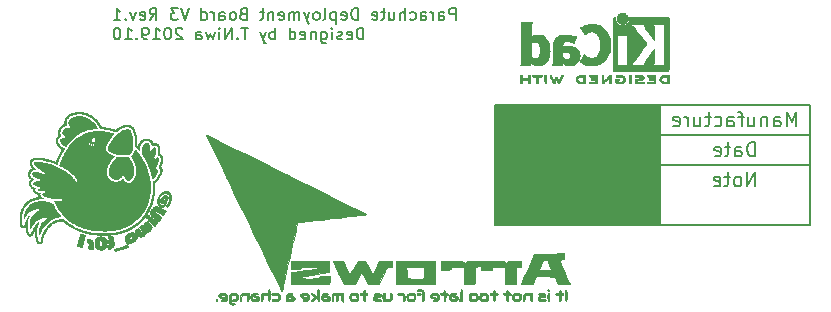
<source format=gbo>
G04 #@! TF.GenerationSoftware,KiCad,Pcbnew,(5.0.2)-1*
G04 #@! TF.CreationDate,2019-10-12T15:28:55+09:00*
G04 #@! TF.ProjectId,PD_Board,50445f42-6f61-4726-942e-6b696361645f,rev?*
G04 #@! TF.SameCoordinates,Original*
G04 #@! TF.FileFunction,Legend,Bot*
G04 #@! TF.FilePolarity,Positive*
%FSLAX46Y46*%
G04 Gerber Fmt 4.6, Leading zero omitted, Abs format (unit mm)*
G04 Created by KiCad (PCBNEW (5.0.2)-1) date 2019/10/12 15:28:55*
%MOMM*%
%LPD*%
G01*
G04 APERTURE LIST*
%ADD10C,0.200000*%
%ADD11C,0.150000*%
%ADD12C,0.010000*%
G04 APERTURE END LIST*
D10*
X169530000Y-83810000D02*
X169530000Y-93970000D01*
X182230000Y-93970000D02*
X182230000Y-91430000D01*
X155560000Y-93970000D02*
X182230000Y-93970000D01*
X155560000Y-91430000D02*
X155560000Y-93970000D01*
D11*
G36*
X155560000Y-83810000D02*
X155560000Y-93970000D01*
X169530000Y-93970000D01*
X169530000Y-83810000D01*
X155560000Y-83810000D01*
G37*
X155560000Y-83810000D02*
X155560000Y-93970000D01*
X169530000Y-93970000D01*
X169530000Y-83810000D01*
X155560000Y-83810000D01*
D10*
X155560000Y-88890000D02*
X169530000Y-88890000D01*
X169530000Y-86350000D02*
X155560000Y-86350000D01*
X155560000Y-91430000D02*
X169530000Y-91430000D01*
X155560000Y-83810000D02*
X155560000Y-91430000D01*
X169530000Y-83810000D02*
X155560000Y-83810000D01*
X169530000Y-91430000D02*
X169530000Y-88890000D01*
X182230000Y-88890000D02*
X182230000Y-91430000D01*
D11*
X177622857Y-90702857D02*
X177622857Y-89502857D01*
X176937142Y-90702857D01*
X176937142Y-89502857D01*
X176194285Y-90702857D02*
X176308571Y-90645714D01*
X176365714Y-90588571D01*
X176422857Y-90474285D01*
X176422857Y-90131428D01*
X176365714Y-90017142D01*
X176308571Y-89960000D01*
X176194285Y-89902857D01*
X176022857Y-89902857D01*
X175908571Y-89960000D01*
X175851428Y-90017142D01*
X175794285Y-90131428D01*
X175794285Y-90474285D01*
X175851428Y-90588571D01*
X175908571Y-90645714D01*
X176022857Y-90702857D01*
X176194285Y-90702857D01*
X175451428Y-89902857D02*
X174994285Y-89902857D01*
X175280000Y-89502857D02*
X175280000Y-90531428D01*
X175222857Y-90645714D01*
X175108571Y-90702857D01*
X174994285Y-90702857D01*
X174137142Y-90645714D02*
X174251428Y-90702857D01*
X174480000Y-90702857D01*
X174594285Y-90645714D01*
X174651428Y-90531428D01*
X174651428Y-90074285D01*
X174594285Y-89960000D01*
X174480000Y-89902857D01*
X174251428Y-89902857D01*
X174137142Y-89960000D01*
X174080000Y-90074285D01*
X174080000Y-90188571D01*
X174651428Y-90302857D01*
D10*
X169530000Y-86350000D02*
X182230000Y-86350000D01*
X182230000Y-88890000D02*
X182230000Y-83810000D01*
X169530000Y-88890000D02*
X182230000Y-88890000D01*
X169530000Y-83810000D02*
X169530000Y-88890000D01*
X182230000Y-83810000D02*
X169530000Y-83810000D01*
D11*
X177594285Y-88162857D02*
X177594285Y-86962857D01*
X177308571Y-86962857D01*
X177137142Y-87020000D01*
X177022857Y-87134285D01*
X176965714Y-87248571D01*
X176908571Y-87477142D01*
X176908571Y-87648571D01*
X176965714Y-87877142D01*
X177022857Y-87991428D01*
X177137142Y-88105714D01*
X177308571Y-88162857D01*
X177594285Y-88162857D01*
X175880000Y-88162857D02*
X175880000Y-87534285D01*
X175937142Y-87420000D01*
X176051428Y-87362857D01*
X176280000Y-87362857D01*
X176394285Y-87420000D01*
X175880000Y-88105714D02*
X175994285Y-88162857D01*
X176280000Y-88162857D01*
X176394285Y-88105714D01*
X176451428Y-87991428D01*
X176451428Y-87877142D01*
X176394285Y-87762857D01*
X176280000Y-87705714D01*
X175994285Y-87705714D01*
X175880000Y-87648571D01*
X175480000Y-87362857D02*
X175022857Y-87362857D01*
X175308571Y-86962857D02*
X175308571Y-87991428D01*
X175251428Y-88105714D01*
X175137142Y-88162857D01*
X175022857Y-88162857D01*
X174165714Y-88105714D02*
X174280000Y-88162857D01*
X174508571Y-88162857D01*
X174622857Y-88105714D01*
X174680000Y-87991428D01*
X174680000Y-87534285D01*
X174622857Y-87420000D01*
X174508571Y-87362857D01*
X174280000Y-87362857D01*
X174165714Y-87420000D01*
X174108571Y-87534285D01*
X174108571Y-87648571D01*
X174680000Y-87762857D01*
X181080000Y-85622857D02*
X181080000Y-84422857D01*
X180680000Y-85280000D01*
X180280000Y-84422857D01*
X180280000Y-85622857D01*
X179194285Y-85622857D02*
X179194285Y-84994285D01*
X179251428Y-84880000D01*
X179365714Y-84822857D01*
X179594285Y-84822857D01*
X179708571Y-84880000D01*
X179194285Y-85565714D02*
X179308571Y-85622857D01*
X179594285Y-85622857D01*
X179708571Y-85565714D01*
X179765714Y-85451428D01*
X179765714Y-85337142D01*
X179708571Y-85222857D01*
X179594285Y-85165714D01*
X179308571Y-85165714D01*
X179194285Y-85108571D01*
X178622857Y-84822857D02*
X178622857Y-85622857D01*
X178622857Y-84937142D02*
X178565714Y-84880000D01*
X178451428Y-84822857D01*
X178280000Y-84822857D01*
X178165714Y-84880000D01*
X178108571Y-84994285D01*
X178108571Y-85622857D01*
X177022857Y-84822857D02*
X177022857Y-85622857D01*
X177537142Y-84822857D02*
X177537142Y-85451428D01*
X177480000Y-85565714D01*
X177365714Y-85622857D01*
X177194285Y-85622857D01*
X177080000Y-85565714D01*
X177022857Y-85508571D01*
X176622857Y-84822857D02*
X176165714Y-84822857D01*
X176451428Y-85622857D02*
X176451428Y-84594285D01*
X176394285Y-84480000D01*
X176280000Y-84422857D01*
X176165714Y-84422857D01*
X175251428Y-85622857D02*
X175251428Y-84994285D01*
X175308571Y-84880000D01*
X175422857Y-84822857D01*
X175651428Y-84822857D01*
X175765714Y-84880000D01*
X175251428Y-85565714D02*
X175365714Y-85622857D01*
X175651428Y-85622857D01*
X175765714Y-85565714D01*
X175822857Y-85451428D01*
X175822857Y-85337142D01*
X175765714Y-85222857D01*
X175651428Y-85165714D01*
X175365714Y-85165714D01*
X175251428Y-85108571D01*
X174165714Y-85565714D02*
X174280000Y-85622857D01*
X174508571Y-85622857D01*
X174622857Y-85565714D01*
X174680000Y-85508571D01*
X174737142Y-85394285D01*
X174737142Y-85051428D01*
X174680000Y-84937142D01*
X174622857Y-84880000D01*
X174508571Y-84822857D01*
X174280000Y-84822857D01*
X174165714Y-84880000D01*
X173822857Y-84822857D02*
X173365714Y-84822857D01*
X173651428Y-84422857D02*
X173651428Y-85451428D01*
X173594285Y-85565714D01*
X173480000Y-85622857D01*
X173365714Y-85622857D01*
X172451428Y-84822857D02*
X172451428Y-85622857D01*
X172965714Y-84822857D02*
X172965714Y-85451428D01*
X172908571Y-85565714D01*
X172794285Y-85622857D01*
X172622857Y-85622857D01*
X172508571Y-85565714D01*
X172451428Y-85508571D01*
X171880000Y-85622857D02*
X171880000Y-84822857D01*
X171880000Y-85051428D02*
X171822857Y-84937142D01*
X171765714Y-84880000D01*
X171651428Y-84822857D01*
X171537142Y-84822857D01*
X170680000Y-85565714D02*
X170794285Y-85622857D01*
X171022857Y-85622857D01*
X171137142Y-85565714D01*
X171194285Y-85451428D01*
X171194285Y-84994285D01*
X171137142Y-84880000D01*
X171022857Y-84822857D01*
X170794285Y-84822857D01*
X170680000Y-84880000D01*
X170622857Y-84994285D01*
X170622857Y-85108571D01*
X171194285Y-85222857D01*
X152240357Y-76627380D02*
X152240357Y-75627380D01*
X151859404Y-75627380D01*
X151764166Y-75675000D01*
X151716547Y-75722619D01*
X151668928Y-75817857D01*
X151668928Y-75960714D01*
X151716547Y-76055952D01*
X151764166Y-76103571D01*
X151859404Y-76151190D01*
X152240357Y-76151190D01*
X150811785Y-76627380D02*
X150811785Y-76103571D01*
X150859404Y-76008333D01*
X150954642Y-75960714D01*
X151145119Y-75960714D01*
X151240357Y-76008333D01*
X150811785Y-76579761D02*
X150907023Y-76627380D01*
X151145119Y-76627380D01*
X151240357Y-76579761D01*
X151287976Y-76484523D01*
X151287976Y-76389285D01*
X151240357Y-76294047D01*
X151145119Y-76246428D01*
X150907023Y-76246428D01*
X150811785Y-76198809D01*
X150335595Y-76627380D02*
X150335595Y-75960714D01*
X150335595Y-76151190D02*
X150287976Y-76055952D01*
X150240357Y-76008333D01*
X150145119Y-75960714D01*
X150049880Y-75960714D01*
X149287976Y-76627380D02*
X149287976Y-76103571D01*
X149335595Y-76008333D01*
X149430833Y-75960714D01*
X149621309Y-75960714D01*
X149716547Y-76008333D01*
X149287976Y-76579761D02*
X149383214Y-76627380D01*
X149621309Y-76627380D01*
X149716547Y-76579761D01*
X149764166Y-76484523D01*
X149764166Y-76389285D01*
X149716547Y-76294047D01*
X149621309Y-76246428D01*
X149383214Y-76246428D01*
X149287976Y-76198809D01*
X148383214Y-76579761D02*
X148478452Y-76627380D01*
X148668928Y-76627380D01*
X148764166Y-76579761D01*
X148811785Y-76532142D01*
X148859404Y-76436904D01*
X148859404Y-76151190D01*
X148811785Y-76055952D01*
X148764166Y-76008333D01*
X148668928Y-75960714D01*
X148478452Y-75960714D01*
X148383214Y-76008333D01*
X147954642Y-76627380D02*
X147954642Y-75627380D01*
X147526071Y-76627380D02*
X147526071Y-76103571D01*
X147573690Y-76008333D01*
X147668928Y-75960714D01*
X147811785Y-75960714D01*
X147907023Y-76008333D01*
X147954642Y-76055952D01*
X146621309Y-75960714D02*
X146621309Y-76627380D01*
X147049880Y-75960714D02*
X147049880Y-76484523D01*
X147002261Y-76579761D01*
X146907023Y-76627380D01*
X146764166Y-76627380D01*
X146668928Y-76579761D01*
X146621309Y-76532142D01*
X146287976Y-75960714D02*
X145907023Y-75960714D01*
X146145119Y-75627380D02*
X146145119Y-76484523D01*
X146097500Y-76579761D01*
X146002261Y-76627380D01*
X145907023Y-76627380D01*
X145192738Y-76579761D02*
X145287976Y-76627380D01*
X145478452Y-76627380D01*
X145573690Y-76579761D01*
X145621309Y-76484523D01*
X145621309Y-76103571D01*
X145573690Y-76008333D01*
X145478452Y-75960714D01*
X145287976Y-75960714D01*
X145192738Y-76008333D01*
X145145119Y-76103571D01*
X145145119Y-76198809D01*
X145621309Y-76294047D01*
X143954642Y-76627380D02*
X143954642Y-75627380D01*
X143716547Y-75627380D01*
X143573690Y-75675000D01*
X143478452Y-75770238D01*
X143430833Y-75865476D01*
X143383214Y-76055952D01*
X143383214Y-76198809D01*
X143430833Y-76389285D01*
X143478452Y-76484523D01*
X143573690Y-76579761D01*
X143716547Y-76627380D01*
X143954642Y-76627380D01*
X142573690Y-76579761D02*
X142668928Y-76627380D01*
X142859404Y-76627380D01*
X142954642Y-76579761D01*
X143002261Y-76484523D01*
X143002261Y-76103571D01*
X142954642Y-76008333D01*
X142859404Y-75960714D01*
X142668928Y-75960714D01*
X142573690Y-76008333D01*
X142526071Y-76103571D01*
X142526071Y-76198809D01*
X143002261Y-76294047D01*
X142097500Y-75960714D02*
X142097500Y-76960714D01*
X142097500Y-76008333D02*
X142002261Y-75960714D01*
X141811785Y-75960714D01*
X141716547Y-76008333D01*
X141668928Y-76055952D01*
X141621309Y-76151190D01*
X141621309Y-76436904D01*
X141668928Y-76532142D01*
X141716547Y-76579761D01*
X141811785Y-76627380D01*
X142002261Y-76627380D01*
X142097500Y-76579761D01*
X141049880Y-76627380D02*
X141145119Y-76579761D01*
X141192738Y-76484523D01*
X141192738Y-75627380D01*
X140526071Y-76627380D02*
X140621309Y-76579761D01*
X140668928Y-76532142D01*
X140716547Y-76436904D01*
X140716547Y-76151190D01*
X140668928Y-76055952D01*
X140621309Y-76008333D01*
X140526071Y-75960714D01*
X140383214Y-75960714D01*
X140287976Y-76008333D01*
X140240357Y-76055952D01*
X140192738Y-76151190D01*
X140192738Y-76436904D01*
X140240357Y-76532142D01*
X140287976Y-76579761D01*
X140383214Y-76627380D01*
X140526071Y-76627380D01*
X139859404Y-75960714D02*
X139621309Y-76627380D01*
X139383214Y-75960714D02*
X139621309Y-76627380D01*
X139716547Y-76865476D01*
X139764166Y-76913095D01*
X139859404Y-76960714D01*
X139002261Y-76627380D02*
X139002261Y-75960714D01*
X139002261Y-76055952D02*
X138954642Y-76008333D01*
X138859404Y-75960714D01*
X138716547Y-75960714D01*
X138621309Y-76008333D01*
X138573690Y-76103571D01*
X138573690Y-76627380D01*
X138573690Y-76103571D02*
X138526071Y-76008333D01*
X138430833Y-75960714D01*
X138287976Y-75960714D01*
X138192738Y-76008333D01*
X138145119Y-76103571D01*
X138145119Y-76627380D01*
X137287976Y-76579761D02*
X137383214Y-76627380D01*
X137573690Y-76627380D01*
X137668928Y-76579761D01*
X137716547Y-76484523D01*
X137716547Y-76103571D01*
X137668928Y-76008333D01*
X137573690Y-75960714D01*
X137383214Y-75960714D01*
X137287976Y-76008333D01*
X137240357Y-76103571D01*
X137240357Y-76198809D01*
X137716547Y-76294047D01*
X136811785Y-75960714D02*
X136811785Y-76627380D01*
X136811785Y-76055952D02*
X136764166Y-76008333D01*
X136668928Y-75960714D01*
X136526071Y-75960714D01*
X136430833Y-76008333D01*
X136383214Y-76103571D01*
X136383214Y-76627380D01*
X136049880Y-75960714D02*
X135668928Y-75960714D01*
X135907023Y-75627380D02*
X135907023Y-76484523D01*
X135859404Y-76579761D01*
X135764166Y-76627380D01*
X135668928Y-76627380D01*
X134240357Y-76103571D02*
X134097500Y-76151190D01*
X134049880Y-76198809D01*
X134002261Y-76294047D01*
X134002261Y-76436904D01*
X134049880Y-76532142D01*
X134097500Y-76579761D01*
X134192738Y-76627380D01*
X134573690Y-76627380D01*
X134573690Y-75627380D01*
X134240357Y-75627380D01*
X134145119Y-75675000D01*
X134097500Y-75722619D01*
X134049880Y-75817857D01*
X134049880Y-75913095D01*
X134097500Y-76008333D01*
X134145119Y-76055952D01*
X134240357Y-76103571D01*
X134573690Y-76103571D01*
X133430833Y-76627380D02*
X133526071Y-76579761D01*
X133573690Y-76532142D01*
X133621309Y-76436904D01*
X133621309Y-76151190D01*
X133573690Y-76055952D01*
X133526071Y-76008333D01*
X133430833Y-75960714D01*
X133287976Y-75960714D01*
X133192738Y-76008333D01*
X133145119Y-76055952D01*
X133097500Y-76151190D01*
X133097500Y-76436904D01*
X133145119Y-76532142D01*
X133192738Y-76579761D01*
X133287976Y-76627380D01*
X133430833Y-76627380D01*
X132240357Y-76627380D02*
X132240357Y-76103571D01*
X132287976Y-76008333D01*
X132383214Y-75960714D01*
X132573690Y-75960714D01*
X132668928Y-76008333D01*
X132240357Y-76579761D02*
X132335595Y-76627380D01*
X132573690Y-76627380D01*
X132668928Y-76579761D01*
X132716547Y-76484523D01*
X132716547Y-76389285D01*
X132668928Y-76294047D01*
X132573690Y-76246428D01*
X132335595Y-76246428D01*
X132240357Y-76198809D01*
X131764166Y-76627380D02*
X131764166Y-75960714D01*
X131764166Y-76151190D02*
X131716547Y-76055952D01*
X131668928Y-76008333D01*
X131573690Y-75960714D01*
X131478452Y-75960714D01*
X130716547Y-76627380D02*
X130716547Y-75627380D01*
X130716547Y-76579761D02*
X130811785Y-76627380D01*
X131002261Y-76627380D01*
X131097500Y-76579761D01*
X131145119Y-76532142D01*
X131192738Y-76436904D01*
X131192738Y-76151190D01*
X131145119Y-76055952D01*
X131097500Y-76008333D01*
X131002261Y-75960714D01*
X130811785Y-75960714D01*
X130716547Y-76008333D01*
X129621309Y-75627380D02*
X129287976Y-76627380D01*
X128954642Y-75627380D01*
X128716547Y-75627380D02*
X128097500Y-75627380D01*
X128430833Y-76008333D01*
X128287976Y-76008333D01*
X128192738Y-76055952D01*
X128145119Y-76103571D01*
X128097500Y-76198809D01*
X128097500Y-76436904D01*
X128145119Y-76532142D01*
X128192738Y-76579761D01*
X128287976Y-76627380D01*
X128573690Y-76627380D01*
X128668928Y-76579761D01*
X128716547Y-76532142D01*
X126335595Y-76627380D02*
X126668928Y-76151190D01*
X126907023Y-76627380D02*
X126907023Y-75627380D01*
X126526071Y-75627380D01*
X126430833Y-75675000D01*
X126383214Y-75722619D01*
X126335595Y-75817857D01*
X126335595Y-75960714D01*
X126383214Y-76055952D01*
X126430833Y-76103571D01*
X126526071Y-76151190D01*
X126907023Y-76151190D01*
X125526071Y-76579761D02*
X125621309Y-76627380D01*
X125811785Y-76627380D01*
X125907023Y-76579761D01*
X125954642Y-76484523D01*
X125954642Y-76103571D01*
X125907023Y-76008333D01*
X125811785Y-75960714D01*
X125621309Y-75960714D01*
X125526071Y-76008333D01*
X125478452Y-76103571D01*
X125478452Y-76198809D01*
X125954642Y-76294047D01*
X125145119Y-75960714D02*
X124907023Y-76627380D01*
X124668928Y-75960714D01*
X124287976Y-76532142D02*
X124240357Y-76579761D01*
X124287976Y-76627380D01*
X124335595Y-76579761D01*
X124287976Y-76532142D01*
X124287976Y-76627380D01*
X123287976Y-76627380D02*
X123859404Y-76627380D01*
X123573690Y-76627380D02*
X123573690Y-75627380D01*
X123668928Y-75770238D01*
X123764166Y-75865476D01*
X123859404Y-75913095D01*
X144430833Y-78277380D02*
X144430833Y-77277380D01*
X144192738Y-77277380D01*
X144049880Y-77325000D01*
X143954642Y-77420238D01*
X143907023Y-77515476D01*
X143859404Y-77705952D01*
X143859404Y-77848809D01*
X143907023Y-78039285D01*
X143954642Y-78134523D01*
X144049880Y-78229761D01*
X144192738Y-78277380D01*
X144430833Y-78277380D01*
X143049880Y-78229761D02*
X143145119Y-78277380D01*
X143335595Y-78277380D01*
X143430833Y-78229761D01*
X143478452Y-78134523D01*
X143478452Y-77753571D01*
X143430833Y-77658333D01*
X143335595Y-77610714D01*
X143145119Y-77610714D01*
X143049880Y-77658333D01*
X143002261Y-77753571D01*
X143002261Y-77848809D01*
X143478452Y-77944047D01*
X142621309Y-78229761D02*
X142526071Y-78277380D01*
X142335595Y-78277380D01*
X142240357Y-78229761D01*
X142192738Y-78134523D01*
X142192738Y-78086904D01*
X142240357Y-77991666D01*
X142335595Y-77944047D01*
X142478452Y-77944047D01*
X142573690Y-77896428D01*
X142621309Y-77801190D01*
X142621309Y-77753571D01*
X142573690Y-77658333D01*
X142478452Y-77610714D01*
X142335595Y-77610714D01*
X142240357Y-77658333D01*
X141764166Y-78277380D02*
X141764166Y-77610714D01*
X141764166Y-77277380D02*
X141811785Y-77325000D01*
X141764166Y-77372619D01*
X141716547Y-77325000D01*
X141764166Y-77277380D01*
X141764166Y-77372619D01*
X140859404Y-77610714D02*
X140859404Y-78420238D01*
X140907023Y-78515476D01*
X140954642Y-78563095D01*
X141049880Y-78610714D01*
X141192738Y-78610714D01*
X141287976Y-78563095D01*
X140859404Y-78229761D02*
X140954642Y-78277380D01*
X141145119Y-78277380D01*
X141240357Y-78229761D01*
X141287976Y-78182142D01*
X141335595Y-78086904D01*
X141335595Y-77801190D01*
X141287976Y-77705952D01*
X141240357Y-77658333D01*
X141145119Y-77610714D01*
X140954642Y-77610714D01*
X140859404Y-77658333D01*
X140383214Y-77610714D02*
X140383214Y-78277380D01*
X140383214Y-77705952D02*
X140335595Y-77658333D01*
X140240357Y-77610714D01*
X140097500Y-77610714D01*
X140002261Y-77658333D01*
X139954642Y-77753571D01*
X139954642Y-78277380D01*
X139097500Y-78229761D02*
X139192738Y-78277380D01*
X139383214Y-78277380D01*
X139478452Y-78229761D01*
X139526071Y-78134523D01*
X139526071Y-77753571D01*
X139478452Y-77658333D01*
X139383214Y-77610714D01*
X139192738Y-77610714D01*
X139097500Y-77658333D01*
X139049880Y-77753571D01*
X139049880Y-77848809D01*
X139526071Y-77944047D01*
X138192738Y-78277380D02*
X138192738Y-77277380D01*
X138192738Y-78229761D02*
X138287976Y-78277380D01*
X138478452Y-78277380D01*
X138573690Y-78229761D01*
X138621309Y-78182142D01*
X138668928Y-78086904D01*
X138668928Y-77801190D01*
X138621309Y-77705952D01*
X138573690Y-77658333D01*
X138478452Y-77610714D01*
X138287976Y-77610714D01*
X138192738Y-77658333D01*
X136954642Y-78277380D02*
X136954642Y-77277380D01*
X136954642Y-77658333D02*
X136859404Y-77610714D01*
X136668928Y-77610714D01*
X136573690Y-77658333D01*
X136526071Y-77705952D01*
X136478452Y-77801190D01*
X136478452Y-78086904D01*
X136526071Y-78182142D01*
X136573690Y-78229761D01*
X136668928Y-78277380D01*
X136859404Y-78277380D01*
X136954642Y-78229761D01*
X136145119Y-77610714D02*
X135907023Y-78277380D01*
X135668928Y-77610714D02*
X135907023Y-78277380D01*
X136002261Y-78515476D01*
X136049880Y-78563095D01*
X136145119Y-78610714D01*
X134668928Y-77277380D02*
X134097500Y-77277380D01*
X134383214Y-78277380D02*
X134383214Y-77277380D01*
X133764166Y-78182142D02*
X133716547Y-78229761D01*
X133764166Y-78277380D01*
X133811785Y-78229761D01*
X133764166Y-78182142D01*
X133764166Y-78277380D01*
X133287976Y-78277380D02*
X133287976Y-77277380D01*
X132716547Y-78277380D01*
X132716547Y-77277380D01*
X132240357Y-78277380D02*
X132240357Y-77610714D01*
X132240357Y-77277380D02*
X132287976Y-77325000D01*
X132240357Y-77372619D01*
X132192738Y-77325000D01*
X132240357Y-77277380D01*
X132240357Y-77372619D01*
X131859404Y-77610714D02*
X131668928Y-78277380D01*
X131478452Y-77801190D01*
X131287976Y-78277380D01*
X131097500Y-77610714D01*
X130287976Y-78277380D02*
X130287976Y-77753571D01*
X130335595Y-77658333D01*
X130430833Y-77610714D01*
X130621309Y-77610714D01*
X130716547Y-77658333D01*
X130287976Y-78229761D02*
X130383214Y-78277380D01*
X130621309Y-78277380D01*
X130716547Y-78229761D01*
X130764166Y-78134523D01*
X130764166Y-78039285D01*
X130716547Y-77944047D01*
X130621309Y-77896428D01*
X130383214Y-77896428D01*
X130287976Y-77848809D01*
X129097500Y-77372619D02*
X129049880Y-77325000D01*
X128954642Y-77277380D01*
X128716547Y-77277380D01*
X128621309Y-77325000D01*
X128573690Y-77372619D01*
X128526071Y-77467857D01*
X128526071Y-77563095D01*
X128573690Y-77705952D01*
X129145119Y-78277380D01*
X128526071Y-78277380D01*
X127907023Y-77277380D02*
X127811785Y-77277380D01*
X127716547Y-77325000D01*
X127668928Y-77372619D01*
X127621309Y-77467857D01*
X127573690Y-77658333D01*
X127573690Y-77896428D01*
X127621309Y-78086904D01*
X127668928Y-78182142D01*
X127716547Y-78229761D01*
X127811785Y-78277380D01*
X127907023Y-78277380D01*
X128002261Y-78229761D01*
X128049880Y-78182142D01*
X128097500Y-78086904D01*
X128145119Y-77896428D01*
X128145119Y-77658333D01*
X128097500Y-77467857D01*
X128049880Y-77372619D01*
X128002261Y-77325000D01*
X127907023Y-77277380D01*
X126621309Y-78277380D02*
X127192738Y-78277380D01*
X126907023Y-78277380D02*
X126907023Y-77277380D01*
X127002261Y-77420238D01*
X127097500Y-77515476D01*
X127192738Y-77563095D01*
X126145119Y-78277380D02*
X125954642Y-78277380D01*
X125859404Y-78229761D01*
X125811785Y-78182142D01*
X125716547Y-78039285D01*
X125668928Y-77848809D01*
X125668928Y-77467857D01*
X125716547Y-77372619D01*
X125764166Y-77325000D01*
X125859404Y-77277380D01*
X126049880Y-77277380D01*
X126145119Y-77325000D01*
X126192738Y-77372619D01*
X126240357Y-77467857D01*
X126240357Y-77705952D01*
X126192738Y-77801190D01*
X126145119Y-77848809D01*
X126049880Y-77896428D01*
X125859404Y-77896428D01*
X125764166Y-77848809D01*
X125716547Y-77801190D01*
X125668928Y-77705952D01*
X125240357Y-78182142D02*
X125192738Y-78229761D01*
X125240357Y-78277380D01*
X125287976Y-78229761D01*
X125240357Y-78182142D01*
X125240357Y-78277380D01*
X124240357Y-78277380D02*
X124811785Y-78277380D01*
X124526071Y-78277380D02*
X124526071Y-77277380D01*
X124621309Y-77420238D01*
X124716547Y-77515476D01*
X124811785Y-77563095D01*
X123621309Y-77277380D02*
X123526071Y-77277380D01*
X123430833Y-77325000D01*
X123383214Y-77372619D01*
X123335595Y-77467857D01*
X123287976Y-77658333D01*
X123287976Y-77896428D01*
X123335595Y-78086904D01*
X123383214Y-78182142D01*
X123430833Y-78229761D01*
X123526071Y-78277380D01*
X123621309Y-78277380D01*
X123716547Y-78229761D01*
X123764166Y-78182142D01*
X123811785Y-78086904D01*
X123859404Y-77896428D01*
X123859404Y-77658333D01*
X123811785Y-77467857D01*
X123764166Y-77372619D01*
X123716547Y-77325000D01*
X123621309Y-77277380D01*
D12*
G04 #@! TO.C,G\002A\002A\002A*
G36*
X120298394Y-84777286D02*
X120255242Y-84779782D01*
X120208870Y-84783514D01*
X120162734Y-84788150D01*
X120120293Y-84793355D01*
X120085006Y-84798796D01*
X120068643Y-84802049D01*
X120032200Y-84810387D01*
X120004272Y-84817075D01*
X119980964Y-84823148D01*
X119958378Y-84829640D01*
X119932617Y-84837585D01*
X119921200Y-84841196D01*
X119836493Y-84872517D01*
X119757912Y-84910409D01*
X119686390Y-84954072D01*
X119622860Y-85002703D01*
X119568253Y-85055501D01*
X119523502Y-85111665D01*
X119489540Y-85170391D01*
X119467298Y-85230880D01*
X119467106Y-85231615D01*
X119459488Y-85277603D01*
X119458128Y-85329186D01*
X119462928Y-85380965D01*
X119470529Y-85416752D01*
X119484013Y-85458426D01*
X119501370Y-85498147D01*
X119524518Y-85539912D01*
X119545590Y-85573104D01*
X119560620Y-85596915D01*
X119569696Y-85615199D01*
X119574508Y-85632568D01*
X119576749Y-85653633D01*
X119577045Y-85658829D01*
X119577598Y-85683002D01*
X119575283Y-85700094D01*
X119568780Y-85715629D01*
X119560035Y-85730091D01*
X119536926Y-85758019D01*
X119508957Y-85776434D01*
X119475032Y-85785591D01*
X119434053Y-85785747D01*
X119384925Y-85777158D01*
X119372317Y-85773961D01*
X119316413Y-85763300D01*
X119264698Y-85762939D01*
X119214275Y-85773250D01*
X119162245Y-85794604D01*
X119146500Y-85802883D01*
X119090286Y-85840580D01*
X119039792Y-85888008D01*
X118997416Y-85942639D01*
X118972810Y-85985975D01*
X118952825Y-86033395D01*
X118941414Y-86077184D01*
X118937570Y-86122049D01*
X118938254Y-86147806D01*
X118947412Y-86200600D01*
X118968298Y-86248971D01*
X119000556Y-86292394D01*
X119043829Y-86330346D01*
X119077443Y-86351693D01*
X119118522Y-86377590D01*
X119148010Y-86403381D01*
X119166916Y-86430543D01*
X119176250Y-86460551D01*
X119177023Y-86494881D01*
X119176838Y-86496920D01*
X119167726Y-86530569D01*
X119148600Y-86562560D01*
X119122097Y-86590134D01*
X119090854Y-86610534D01*
X119058275Y-86620894D01*
X118978234Y-86635423D01*
X118910100Y-86654042D01*
X118853738Y-86676810D01*
X118809012Y-86703784D01*
X118775787Y-86735021D01*
X118768675Y-86744329D01*
X118758459Y-86760212D01*
X118752793Y-86774518D01*
X118750458Y-86792031D01*
X118750227Y-86816792D01*
X118755197Y-86865433D01*
X118764106Y-86896143D01*
X118793465Y-86956237D01*
X118833381Y-87015841D01*
X118881881Y-87073172D01*
X118936992Y-87126448D01*
X118996743Y-87173886D01*
X119059160Y-87213705D01*
X119122271Y-87244121D01*
X119165423Y-87258759D01*
X119188034Y-87264941D01*
X119205234Y-87269549D01*
X119213954Y-87271765D01*
X119214435Y-87271850D01*
X119218640Y-87267148D01*
X119228159Y-87254851D01*
X119240279Y-87238512D01*
X119256034Y-87216708D01*
X119271289Y-87195250D01*
X119279866Y-87182950D01*
X119285285Y-87175102D01*
X119290538Y-87167717D01*
X119296743Y-87159366D01*
X119305019Y-87148616D01*
X119316482Y-87134038D01*
X119332251Y-87114200D01*
X119353443Y-87087672D01*
X119381176Y-87053024D01*
X119389327Y-87042845D01*
X119516722Y-86890891D01*
X119646721Y-86750293D01*
X119780746Y-86619762D01*
X119920222Y-86498010D01*
X120066574Y-86383747D01*
X120221224Y-86275685D01*
X120276800Y-86239584D01*
X120355148Y-86192309D01*
X120442932Y-86144052D01*
X120537115Y-86096229D01*
X120634663Y-86050257D01*
X120732539Y-86007550D01*
X120827708Y-85969526D01*
X120917134Y-85937601D01*
X120940375Y-85930060D01*
X121053484Y-85896026D01*
X121159833Y-85867867D01*
X121263357Y-85844609D01*
X121356300Y-85827244D01*
X121387556Y-85821911D01*
X121418695Y-85816567D01*
X121444477Y-85812112D01*
X121451550Y-85810880D01*
X121483066Y-85806148D01*
X121524258Y-85801114D01*
X121572116Y-85796062D01*
X121623628Y-85791277D01*
X121675785Y-85787040D01*
X121725577Y-85783637D01*
X121761113Y-85781730D01*
X121802629Y-85779348D01*
X121831481Y-85776544D01*
X121847700Y-85773315D01*
X121851600Y-85770472D01*
X121848447Y-85762687D01*
X121839858Y-85746367D01*
X121827136Y-85723740D01*
X121811588Y-85697033D01*
X121794518Y-85668475D01*
X121777232Y-85640292D01*
X121761033Y-85614714D01*
X121754664Y-85604975D01*
X121671382Y-85488437D01*
X121579880Y-85377405D01*
X121481651Y-85273381D01*
X121378188Y-85177866D01*
X121270982Y-85092361D01*
X121188025Y-85035063D01*
X121071517Y-84966783D01*
X120949364Y-84908200D01*
X120823070Y-84859770D01*
X120694140Y-84821948D01*
X120564075Y-84795191D01*
X120434381Y-84779955D01*
X120334865Y-84776361D01*
X120298394Y-84777286D01*
X120298394Y-84777286D01*
G37*
X120298394Y-84777286D02*
X120255242Y-84779782D01*
X120208870Y-84783514D01*
X120162734Y-84788150D01*
X120120293Y-84793355D01*
X120085006Y-84798796D01*
X120068643Y-84802049D01*
X120032200Y-84810387D01*
X120004272Y-84817075D01*
X119980964Y-84823148D01*
X119958378Y-84829640D01*
X119932617Y-84837585D01*
X119921200Y-84841196D01*
X119836493Y-84872517D01*
X119757912Y-84910409D01*
X119686390Y-84954072D01*
X119622860Y-85002703D01*
X119568253Y-85055501D01*
X119523502Y-85111665D01*
X119489540Y-85170391D01*
X119467298Y-85230880D01*
X119467106Y-85231615D01*
X119459488Y-85277603D01*
X119458128Y-85329186D01*
X119462928Y-85380965D01*
X119470529Y-85416752D01*
X119484013Y-85458426D01*
X119501370Y-85498147D01*
X119524518Y-85539912D01*
X119545590Y-85573104D01*
X119560620Y-85596915D01*
X119569696Y-85615199D01*
X119574508Y-85632568D01*
X119576749Y-85653633D01*
X119577045Y-85658829D01*
X119577598Y-85683002D01*
X119575283Y-85700094D01*
X119568780Y-85715629D01*
X119560035Y-85730091D01*
X119536926Y-85758019D01*
X119508957Y-85776434D01*
X119475032Y-85785591D01*
X119434053Y-85785747D01*
X119384925Y-85777158D01*
X119372317Y-85773961D01*
X119316413Y-85763300D01*
X119264698Y-85762939D01*
X119214275Y-85773250D01*
X119162245Y-85794604D01*
X119146500Y-85802883D01*
X119090286Y-85840580D01*
X119039792Y-85888008D01*
X118997416Y-85942639D01*
X118972810Y-85985975D01*
X118952825Y-86033395D01*
X118941414Y-86077184D01*
X118937570Y-86122049D01*
X118938254Y-86147806D01*
X118947412Y-86200600D01*
X118968298Y-86248971D01*
X119000556Y-86292394D01*
X119043829Y-86330346D01*
X119077443Y-86351693D01*
X119118522Y-86377590D01*
X119148010Y-86403381D01*
X119166916Y-86430543D01*
X119176250Y-86460551D01*
X119177023Y-86494881D01*
X119176838Y-86496920D01*
X119167726Y-86530569D01*
X119148600Y-86562560D01*
X119122097Y-86590134D01*
X119090854Y-86610534D01*
X119058275Y-86620894D01*
X118978234Y-86635423D01*
X118910100Y-86654042D01*
X118853738Y-86676810D01*
X118809012Y-86703784D01*
X118775787Y-86735021D01*
X118768675Y-86744329D01*
X118758459Y-86760212D01*
X118752793Y-86774518D01*
X118750458Y-86792031D01*
X118750227Y-86816792D01*
X118755197Y-86865433D01*
X118764106Y-86896143D01*
X118793465Y-86956237D01*
X118833381Y-87015841D01*
X118881881Y-87073172D01*
X118936992Y-87126448D01*
X118996743Y-87173886D01*
X119059160Y-87213705D01*
X119122271Y-87244121D01*
X119165423Y-87258759D01*
X119188034Y-87264941D01*
X119205234Y-87269549D01*
X119213954Y-87271765D01*
X119214435Y-87271850D01*
X119218640Y-87267148D01*
X119228159Y-87254851D01*
X119240279Y-87238512D01*
X119256034Y-87216708D01*
X119271289Y-87195250D01*
X119279866Y-87182950D01*
X119285285Y-87175102D01*
X119290538Y-87167717D01*
X119296743Y-87159366D01*
X119305019Y-87148616D01*
X119316482Y-87134038D01*
X119332251Y-87114200D01*
X119353443Y-87087672D01*
X119381176Y-87053024D01*
X119389327Y-87042845D01*
X119516722Y-86890891D01*
X119646721Y-86750293D01*
X119780746Y-86619762D01*
X119920222Y-86498010D01*
X120066574Y-86383747D01*
X120221224Y-86275685D01*
X120276800Y-86239584D01*
X120355148Y-86192309D01*
X120442932Y-86144052D01*
X120537115Y-86096229D01*
X120634663Y-86050257D01*
X120732539Y-86007550D01*
X120827708Y-85969526D01*
X120917134Y-85937601D01*
X120940375Y-85930060D01*
X121053484Y-85896026D01*
X121159833Y-85867867D01*
X121263357Y-85844609D01*
X121356300Y-85827244D01*
X121387556Y-85821911D01*
X121418695Y-85816567D01*
X121444477Y-85812112D01*
X121451550Y-85810880D01*
X121483066Y-85806148D01*
X121524258Y-85801114D01*
X121572116Y-85796062D01*
X121623628Y-85791277D01*
X121675785Y-85787040D01*
X121725577Y-85783637D01*
X121761113Y-85781730D01*
X121802629Y-85779348D01*
X121831481Y-85776544D01*
X121847700Y-85773315D01*
X121851600Y-85770472D01*
X121848447Y-85762687D01*
X121839858Y-85746367D01*
X121827136Y-85723740D01*
X121811588Y-85697033D01*
X121794518Y-85668475D01*
X121777232Y-85640292D01*
X121761033Y-85614714D01*
X121754664Y-85604975D01*
X121671382Y-85488437D01*
X121579880Y-85377405D01*
X121481651Y-85273381D01*
X121378188Y-85177866D01*
X121270982Y-85092361D01*
X121188025Y-85035063D01*
X121071517Y-84966783D01*
X120949364Y-84908200D01*
X120823070Y-84859770D01*
X120694140Y-84821948D01*
X120564075Y-84795191D01*
X120434381Y-84779955D01*
X120334865Y-84776361D01*
X120298394Y-84777286D01*
G36*
X124291814Y-85880884D02*
X124205275Y-85898382D01*
X124115956Y-85927627D01*
X124023705Y-85968691D01*
X123928367Y-86021649D01*
X123829789Y-86086575D01*
X123727818Y-86163543D01*
X123658175Y-86221325D01*
X123544947Y-86324257D01*
X123433804Y-86436486D01*
X123326192Y-86556166D01*
X123223558Y-86681447D01*
X123127348Y-86810481D01*
X123039010Y-86941420D01*
X122959989Y-87072416D01*
X122893101Y-87198825D01*
X122860277Y-87268437D01*
X122834563Y-87329110D01*
X122815493Y-87382097D01*
X122802599Y-87428652D01*
X122797258Y-87456391D01*
X122793992Y-87480435D01*
X122793797Y-87497603D01*
X122797416Y-87513506D01*
X122805595Y-87533754D01*
X122808334Y-87539917D01*
X122823517Y-87567765D01*
X122845341Y-87600049D01*
X122870858Y-87632877D01*
X122897123Y-87662357D01*
X122911965Y-87676774D01*
X122939642Y-87699149D01*
X122976105Y-87724852D01*
X123018477Y-87752178D01*
X123063881Y-87779424D01*
X123109443Y-87804885D01*
X123152286Y-87826856D01*
X123189535Y-87843633D01*
X123200975Y-87848057D01*
X123267810Y-87872000D01*
X123325778Y-87891765D01*
X123377688Y-87908177D01*
X123426345Y-87922060D01*
X123474557Y-87934239D01*
X123525130Y-87945541D01*
X123550225Y-87950725D01*
X123606031Y-87960971D01*
X123670330Y-87971047D01*
X123738923Y-87980389D01*
X123807609Y-87988431D01*
X123872188Y-87994609D01*
X123883282Y-87995497D01*
X123916322Y-87997480D01*
X123957026Y-87999044D01*
X124002621Y-88000168D01*
X124050331Y-88000832D01*
X124097379Y-88001016D01*
X124140992Y-88000700D01*
X124178393Y-87999863D01*
X124206807Y-87998485D01*
X124213800Y-87997902D01*
X124298072Y-87989216D01*
X124370703Y-87980645D01*
X124432750Y-87971998D01*
X124485268Y-87963084D01*
X124529314Y-87953712D01*
X124565945Y-87943690D01*
X124596214Y-87932827D01*
X124611952Y-87925732D01*
X124653557Y-87898618D01*
X124692593Y-87859881D01*
X124728395Y-87810453D01*
X124760301Y-87751268D01*
X124787644Y-87683258D01*
X124790413Y-87675075D01*
X124799634Y-87646792D01*
X124806933Y-87622746D01*
X124813416Y-87598838D01*
X124820190Y-87570971D01*
X124828360Y-87535045D01*
X124828996Y-87532200D01*
X124839350Y-87476466D01*
X124847343Y-87412183D01*
X124853042Y-87338415D01*
X124856516Y-87254228D01*
X124857831Y-87158686D01*
X124857828Y-87132150D01*
X124856638Y-87034535D01*
X124853411Y-86943991D01*
X124847842Y-86856915D01*
X124839628Y-86769706D01*
X124828467Y-86678762D01*
X124814054Y-86580482D01*
X124808363Y-86544775D01*
X124795478Y-86472566D01*
X124780164Y-86398941D01*
X124762898Y-86325496D01*
X124744160Y-86253824D01*
X124724428Y-86185523D01*
X124704182Y-86122186D01*
X124683900Y-86065409D01*
X124664061Y-86016788D01*
X124645144Y-85977918D01*
X124631492Y-85955614D01*
X124610709Y-85935289D01*
X124579426Y-85916841D01*
X124539783Y-85900946D01*
X124493922Y-85888278D01*
X124443986Y-85879512D01*
X124392115Y-85875322D01*
X124375725Y-85875057D01*
X124291814Y-85880884D01*
X124291814Y-85880884D01*
G37*
X124291814Y-85880884D02*
X124205275Y-85898382D01*
X124115956Y-85927627D01*
X124023705Y-85968691D01*
X123928367Y-86021649D01*
X123829789Y-86086575D01*
X123727818Y-86163543D01*
X123658175Y-86221325D01*
X123544947Y-86324257D01*
X123433804Y-86436486D01*
X123326192Y-86556166D01*
X123223558Y-86681447D01*
X123127348Y-86810481D01*
X123039010Y-86941420D01*
X122959989Y-87072416D01*
X122893101Y-87198825D01*
X122860277Y-87268437D01*
X122834563Y-87329110D01*
X122815493Y-87382097D01*
X122802599Y-87428652D01*
X122797258Y-87456391D01*
X122793992Y-87480435D01*
X122793797Y-87497603D01*
X122797416Y-87513506D01*
X122805595Y-87533754D01*
X122808334Y-87539917D01*
X122823517Y-87567765D01*
X122845341Y-87600049D01*
X122870858Y-87632877D01*
X122897123Y-87662357D01*
X122911965Y-87676774D01*
X122939642Y-87699149D01*
X122976105Y-87724852D01*
X123018477Y-87752178D01*
X123063881Y-87779424D01*
X123109443Y-87804885D01*
X123152286Y-87826856D01*
X123189535Y-87843633D01*
X123200975Y-87848057D01*
X123267810Y-87872000D01*
X123325778Y-87891765D01*
X123377688Y-87908177D01*
X123426345Y-87922060D01*
X123474557Y-87934239D01*
X123525130Y-87945541D01*
X123550225Y-87950725D01*
X123606031Y-87960971D01*
X123670330Y-87971047D01*
X123738923Y-87980389D01*
X123807609Y-87988431D01*
X123872188Y-87994609D01*
X123883282Y-87995497D01*
X123916322Y-87997480D01*
X123957026Y-87999044D01*
X124002621Y-88000168D01*
X124050331Y-88000832D01*
X124097379Y-88001016D01*
X124140992Y-88000700D01*
X124178393Y-87999863D01*
X124206807Y-87998485D01*
X124213800Y-87997902D01*
X124298072Y-87989216D01*
X124370703Y-87980645D01*
X124432750Y-87971998D01*
X124485268Y-87963084D01*
X124529314Y-87953712D01*
X124565945Y-87943690D01*
X124596214Y-87932827D01*
X124611952Y-87925732D01*
X124653557Y-87898618D01*
X124692593Y-87859881D01*
X124728395Y-87810453D01*
X124760301Y-87751268D01*
X124787644Y-87683258D01*
X124790413Y-87675075D01*
X124799634Y-87646792D01*
X124806933Y-87622746D01*
X124813416Y-87598838D01*
X124820190Y-87570971D01*
X124828360Y-87535045D01*
X124828996Y-87532200D01*
X124839350Y-87476466D01*
X124847343Y-87412183D01*
X124853042Y-87338415D01*
X124856516Y-87254228D01*
X124857831Y-87158686D01*
X124857828Y-87132150D01*
X124856638Y-87034535D01*
X124853411Y-86943991D01*
X124847842Y-86856915D01*
X124839628Y-86769706D01*
X124828467Y-86678762D01*
X124814054Y-86580482D01*
X124808363Y-86544775D01*
X124795478Y-86472566D01*
X124780164Y-86398941D01*
X124762898Y-86325496D01*
X124744160Y-86253824D01*
X124724428Y-86185523D01*
X124704182Y-86122186D01*
X124683900Y-86065409D01*
X124664061Y-86016788D01*
X124645144Y-85977918D01*
X124631492Y-85955614D01*
X124610709Y-85935289D01*
X124579426Y-85916841D01*
X124539783Y-85900946D01*
X124493922Y-85888278D01*
X124443986Y-85879512D01*
X124392115Y-85875322D01*
X124375725Y-85875057D01*
X124291814Y-85880884D01*
G36*
X126009210Y-87021312D02*
X125960937Y-87034005D01*
X125912370Y-87056616D01*
X125865594Y-87088159D01*
X125822695Y-87127650D01*
X125819966Y-87130604D01*
X125772308Y-87191543D01*
X125732959Y-87261103D01*
X125701807Y-87339594D01*
X125678740Y-87427327D01*
X125663646Y-87524613D01*
X125659073Y-87576650D01*
X125657822Y-87626031D01*
X125659777Y-87684263D01*
X125664596Y-87748000D01*
X125671936Y-87813897D01*
X125681456Y-87878609D01*
X125692814Y-87938792D01*
X125698756Y-87964838D01*
X125701027Y-87974181D01*
X125703285Y-87981911D01*
X125706568Y-87989860D01*
X125711912Y-87999859D01*
X125720353Y-88013741D01*
X125732927Y-88033337D01*
X125750671Y-88060481D01*
X125766523Y-88084650D01*
X125787705Y-88117214D01*
X125808983Y-88150378D01*
X125828141Y-88180659D01*
X125842962Y-88204574D01*
X125845324Y-88208475D01*
X125862437Y-88236752D01*
X125881219Y-88267552D01*
X125897019Y-88293257D01*
X125924248Y-88338755D01*
X125955084Y-88392768D01*
X125987871Y-88452253D01*
X126020956Y-88514164D01*
X126052682Y-88575459D01*
X126078365Y-88626879D01*
X126092275Y-88655166D01*
X126104674Y-88680129D01*
X126114217Y-88699074D01*
X126119557Y-88709310D01*
X126119576Y-88709342D01*
X126125162Y-88720594D01*
X126134826Y-88741403D01*
X126147636Y-88769656D01*
X126162661Y-88803239D01*
X126178970Y-88840040D01*
X126195631Y-88877945D01*
X126211713Y-88914841D01*
X126226284Y-88948614D01*
X126238414Y-88977151D01*
X126247172Y-88998339D01*
X126249315Y-89003750D01*
X126259846Y-89030864D01*
X126272528Y-89063509D01*
X126284911Y-89095379D01*
X126286960Y-89100650D01*
X126305594Y-89150220D01*
X126325986Y-89207270D01*
X126347216Y-89268991D01*
X126368365Y-89332579D01*
X126388513Y-89395227D01*
X126406739Y-89454128D01*
X126422124Y-89506476D01*
X126432649Y-89545150D01*
X126449919Y-89612645D01*
X126464335Y-89669854D01*
X126476363Y-89718749D01*
X126486466Y-89761304D01*
X126495108Y-89799489D01*
X126502755Y-89835279D01*
X126509870Y-89870645D01*
X126512625Y-89884875D01*
X126522055Y-89933692D01*
X126529523Y-89971365D01*
X126535349Y-89999242D01*
X126539852Y-90018673D01*
X126543350Y-90031005D01*
X126546163Y-90037588D01*
X126548610Y-90039770D01*
X126549258Y-90039779D01*
X126556277Y-90035167D01*
X126567640Y-90024711D01*
X126569650Y-90022660D01*
X126618563Y-89970277D01*
X126668248Y-89913944D01*
X126716706Y-89856115D01*
X126761937Y-89799244D01*
X126801939Y-89745786D01*
X126834715Y-89698195D01*
X126837183Y-89694375D01*
X126850565Y-89673511D01*
X126865978Y-89649446D01*
X126872950Y-89638550D01*
X126889166Y-89611032D01*
X126907788Y-89576040D01*
X126927031Y-89537283D01*
X126945109Y-89498467D01*
X126960237Y-89463299D01*
X126970368Y-89436285D01*
X126978327Y-89406715D01*
X126984597Y-89373866D01*
X126986947Y-89354464D01*
X126987960Y-89328398D01*
X126984509Y-89311530D01*
X126974412Y-89301279D01*
X126955484Y-89295064D01*
X126933617Y-89291418D01*
X126885889Y-89282995D01*
X126848790Y-89272301D01*
X126820314Y-89258345D01*
X126798453Y-89240139D01*
X126781202Y-89216692D01*
X126780838Y-89216073D01*
X126768867Y-89190821D01*
X126764112Y-89165275D01*
X126763757Y-89151538D01*
X126764287Y-89134978D01*
X126766406Y-89121011D01*
X126771255Y-89106782D01*
X126779976Y-89089432D01*
X126793713Y-89066103D01*
X126805691Y-89046675D01*
X126865205Y-88942319D01*
X126916430Y-88834878D01*
X126958402Y-88726695D01*
X126990161Y-88620112D01*
X127001568Y-88569842D01*
X127008917Y-88523484D01*
X127013119Y-88474596D01*
X127014235Y-88425936D01*
X127012325Y-88380262D01*
X127007449Y-88340333D01*
X126999666Y-88308908D01*
X126995689Y-88299204D01*
X126985284Y-88281382D01*
X126974644Y-88268841D01*
X126969581Y-88265587D01*
X126951706Y-88265999D01*
X126927004Y-88275840D01*
X126896536Y-88294585D01*
X126868698Y-88315657D01*
X126847267Y-88332510D01*
X126827669Y-88346988D01*
X126813398Y-88356535D01*
X126810978Y-88357900D01*
X126790604Y-88363855D01*
X126763620Y-88365870D01*
X126735457Y-88364049D01*
X126711543Y-88358497D01*
X126705531Y-88355874D01*
X126677029Y-88335019D01*
X126654593Y-88306765D01*
X126639947Y-88274363D01*
X126634820Y-88241059D01*
X126636267Y-88225605D01*
X126640829Y-88211462D01*
X126650195Y-88189247D01*
X126663007Y-88161988D01*
X126677905Y-88132718D01*
X126678108Y-88132335D01*
X126726122Y-88028614D01*
X126761894Y-87921717D01*
X126785498Y-87811357D01*
X126797002Y-87697246D01*
X126798250Y-87643881D01*
X126796449Y-87589983D01*
X126791300Y-87541062D01*
X126783187Y-87498488D01*
X126772491Y-87463632D01*
X126759596Y-87437863D01*
X126744885Y-87422553D01*
X126735441Y-87418970D01*
X126717058Y-87422015D01*
X126693215Y-87434863D01*
X126665017Y-87456444D01*
X126633570Y-87485690D01*
X126599979Y-87521532D01*
X126565349Y-87562902D01*
X126530786Y-87608729D01*
X126513457Y-87633598D01*
X126486405Y-87672193D01*
X126463758Y-87701010D01*
X126443896Y-87721452D01*
X126425203Y-87734921D01*
X126406063Y-87742822D01*
X126384856Y-87746557D01*
X126383100Y-87746712D01*
X126358649Y-87746960D01*
X126335382Y-87744371D01*
X126326397Y-87742153D01*
X126303749Y-87729828D01*
X126281118Y-87709655D01*
X126262028Y-87685569D01*
X126250004Y-87661504D01*
X126248326Y-87655007D01*
X126246977Y-87633346D01*
X126248801Y-87600674D01*
X126253674Y-87558245D01*
X126261468Y-87507313D01*
X126265424Y-87484575D01*
X126267829Y-87463234D01*
X126269402Y-87432464D01*
X126270046Y-87395513D01*
X126269666Y-87355629D01*
X126269472Y-87348050D01*
X126268045Y-87307427D01*
X126266121Y-87276344D01*
X126263290Y-87251640D01*
X126259139Y-87230157D01*
X126253259Y-87208733D01*
X126250021Y-87198521D01*
X126226354Y-87141141D01*
X126196354Y-87094649D01*
X126160102Y-87059117D01*
X126117674Y-87034616D01*
X126069149Y-87021219D01*
X126055101Y-87019522D01*
X126009210Y-87021312D01*
X126009210Y-87021312D01*
G37*
X126009210Y-87021312D02*
X125960937Y-87034005D01*
X125912370Y-87056616D01*
X125865594Y-87088159D01*
X125822695Y-87127650D01*
X125819966Y-87130604D01*
X125772308Y-87191543D01*
X125732959Y-87261103D01*
X125701807Y-87339594D01*
X125678740Y-87427327D01*
X125663646Y-87524613D01*
X125659073Y-87576650D01*
X125657822Y-87626031D01*
X125659777Y-87684263D01*
X125664596Y-87748000D01*
X125671936Y-87813897D01*
X125681456Y-87878609D01*
X125692814Y-87938792D01*
X125698756Y-87964838D01*
X125701027Y-87974181D01*
X125703285Y-87981911D01*
X125706568Y-87989860D01*
X125711912Y-87999859D01*
X125720353Y-88013741D01*
X125732927Y-88033337D01*
X125750671Y-88060481D01*
X125766523Y-88084650D01*
X125787705Y-88117214D01*
X125808983Y-88150378D01*
X125828141Y-88180659D01*
X125842962Y-88204574D01*
X125845324Y-88208475D01*
X125862437Y-88236752D01*
X125881219Y-88267552D01*
X125897019Y-88293257D01*
X125924248Y-88338755D01*
X125955084Y-88392768D01*
X125987871Y-88452253D01*
X126020956Y-88514164D01*
X126052682Y-88575459D01*
X126078365Y-88626879D01*
X126092275Y-88655166D01*
X126104674Y-88680129D01*
X126114217Y-88699074D01*
X126119557Y-88709310D01*
X126119576Y-88709342D01*
X126125162Y-88720594D01*
X126134826Y-88741403D01*
X126147636Y-88769656D01*
X126162661Y-88803239D01*
X126178970Y-88840040D01*
X126195631Y-88877945D01*
X126211713Y-88914841D01*
X126226284Y-88948614D01*
X126238414Y-88977151D01*
X126247172Y-88998339D01*
X126249315Y-89003750D01*
X126259846Y-89030864D01*
X126272528Y-89063509D01*
X126284911Y-89095379D01*
X126286960Y-89100650D01*
X126305594Y-89150220D01*
X126325986Y-89207270D01*
X126347216Y-89268991D01*
X126368365Y-89332579D01*
X126388513Y-89395227D01*
X126406739Y-89454128D01*
X126422124Y-89506476D01*
X126432649Y-89545150D01*
X126449919Y-89612645D01*
X126464335Y-89669854D01*
X126476363Y-89718749D01*
X126486466Y-89761304D01*
X126495108Y-89799489D01*
X126502755Y-89835279D01*
X126509870Y-89870645D01*
X126512625Y-89884875D01*
X126522055Y-89933692D01*
X126529523Y-89971365D01*
X126535349Y-89999242D01*
X126539852Y-90018673D01*
X126543350Y-90031005D01*
X126546163Y-90037588D01*
X126548610Y-90039770D01*
X126549258Y-90039779D01*
X126556277Y-90035167D01*
X126567640Y-90024711D01*
X126569650Y-90022660D01*
X126618563Y-89970277D01*
X126668248Y-89913944D01*
X126716706Y-89856115D01*
X126761937Y-89799244D01*
X126801939Y-89745786D01*
X126834715Y-89698195D01*
X126837183Y-89694375D01*
X126850565Y-89673511D01*
X126865978Y-89649446D01*
X126872950Y-89638550D01*
X126889166Y-89611032D01*
X126907788Y-89576040D01*
X126927031Y-89537283D01*
X126945109Y-89498467D01*
X126960237Y-89463299D01*
X126970368Y-89436285D01*
X126978327Y-89406715D01*
X126984597Y-89373866D01*
X126986947Y-89354464D01*
X126987960Y-89328398D01*
X126984509Y-89311530D01*
X126974412Y-89301279D01*
X126955484Y-89295064D01*
X126933617Y-89291418D01*
X126885889Y-89282995D01*
X126848790Y-89272301D01*
X126820314Y-89258345D01*
X126798453Y-89240139D01*
X126781202Y-89216692D01*
X126780838Y-89216073D01*
X126768867Y-89190821D01*
X126764112Y-89165275D01*
X126763757Y-89151538D01*
X126764287Y-89134978D01*
X126766406Y-89121011D01*
X126771255Y-89106782D01*
X126779976Y-89089432D01*
X126793713Y-89066103D01*
X126805691Y-89046675D01*
X126865205Y-88942319D01*
X126916430Y-88834878D01*
X126958402Y-88726695D01*
X126990161Y-88620112D01*
X127001568Y-88569842D01*
X127008917Y-88523484D01*
X127013119Y-88474596D01*
X127014235Y-88425936D01*
X127012325Y-88380262D01*
X127007449Y-88340333D01*
X126999666Y-88308908D01*
X126995689Y-88299204D01*
X126985284Y-88281382D01*
X126974644Y-88268841D01*
X126969581Y-88265587D01*
X126951706Y-88265999D01*
X126927004Y-88275840D01*
X126896536Y-88294585D01*
X126868698Y-88315657D01*
X126847267Y-88332510D01*
X126827669Y-88346988D01*
X126813398Y-88356535D01*
X126810978Y-88357900D01*
X126790604Y-88363855D01*
X126763620Y-88365870D01*
X126735457Y-88364049D01*
X126711543Y-88358497D01*
X126705531Y-88355874D01*
X126677029Y-88335019D01*
X126654593Y-88306765D01*
X126639947Y-88274363D01*
X126634820Y-88241059D01*
X126636267Y-88225605D01*
X126640829Y-88211462D01*
X126650195Y-88189247D01*
X126663007Y-88161988D01*
X126677905Y-88132718D01*
X126678108Y-88132335D01*
X126726122Y-88028614D01*
X126761894Y-87921717D01*
X126785498Y-87811357D01*
X126797002Y-87697246D01*
X126798250Y-87643881D01*
X126796449Y-87589983D01*
X126791300Y-87541062D01*
X126783187Y-87498488D01*
X126772491Y-87463632D01*
X126759596Y-87437863D01*
X126744885Y-87422553D01*
X126735441Y-87418970D01*
X126717058Y-87422015D01*
X126693215Y-87434863D01*
X126665017Y-87456444D01*
X126633570Y-87485690D01*
X126599979Y-87521532D01*
X126565349Y-87562902D01*
X126530786Y-87608729D01*
X126513457Y-87633598D01*
X126486405Y-87672193D01*
X126463758Y-87701010D01*
X126443896Y-87721452D01*
X126425203Y-87734921D01*
X126406063Y-87742822D01*
X126384856Y-87746557D01*
X126383100Y-87746712D01*
X126358649Y-87746960D01*
X126335382Y-87744371D01*
X126326397Y-87742153D01*
X126303749Y-87729828D01*
X126281118Y-87709655D01*
X126262028Y-87685569D01*
X126250004Y-87661504D01*
X126248326Y-87655007D01*
X126246977Y-87633346D01*
X126248801Y-87600674D01*
X126253674Y-87558245D01*
X126261468Y-87507313D01*
X126265424Y-87484575D01*
X126267829Y-87463234D01*
X126269402Y-87432464D01*
X126270046Y-87395513D01*
X126269666Y-87355629D01*
X126269472Y-87348050D01*
X126268045Y-87307427D01*
X126266121Y-87276344D01*
X126263290Y-87251640D01*
X126259139Y-87230157D01*
X126253259Y-87208733D01*
X126250021Y-87198521D01*
X126226354Y-87141141D01*
X126196354Y-87094649D01*
X126160102Y-87059117D01*
X126117674Y-87034616D01*
X126069149Y-87021219D01*
X126055101Y-87019522D01*
X126009210Y-87021312D01*
G36*
X123558863Y-88214543D02*
X123551936Y-88217272D01*
X123546331Y-88221566D01*
X123540436Y-88227436D01*
X123536211Y-88231602D01*
X123523645Y-88244446D01*
X123505186Y-88264420D01*
X123483152Y-88288968D01*
X123459862Y-88315533D01*
X123455827Y-88320203D01*
X123343307Y-88455551D01*
X123242655Y-88586839D01*
X123153769Y-88714249D01*
X123076547Y-88837963D01*
X123010885Y-88958166D01*
X122956684Y-89075040D01*
X122913839Y-89188766D01*
X122882249Y-89299530D01*
X122867067Y-89373700D01*
X122862230Y-89413758D01*
X122859676Y-89461125D01*
X122859356Y-89511708D01*
X122861221Y-89561417D01*
X122865220Y-89606159D01*
X122870259Y-89637225D01*
X122893315Y-89715781D01*
X122927177Y-89787988D01*
X122971373Y-89853333D01*
X123025428Y-89911301D01*
X123088868Y-89961378D01*
X123161220Y-90003051D01*
X123235572Y-90033636D01*
X123312875Y-90054228D01*
X123395506Y-90065614D01*
X123479886Y-90067640D01*
X123562433Y-90060149D01*
X123613725Y-90050027D01*
X123640225Y-90042108D01*
X123672396Y-90030424D01*
X123704641Y-90017064D01*
X123715325Y-90012180D01*
X123776881Y-89979019D01*
X123828140Y-89941736D01*
X123871349Y-89898197D01*
X123908755Y-89846267D01*
X123930715Y-89807588D01*
X123952713Y-89771721D01*
X123976270Y-89746986D01*
X124003458Y-89731827D01*
X124036353Y-89724687D01*
X124041775Y-89724221D01*
X124069207Y-89724035D01*
X124090833Y-89728854D01*
X124103174Y-89734347D01*
X124123945Y-89746635D01*
X124140783Y-89761152D01*
X124155226Y-89780137D01*
X124168809Y-89805826D01*
X124183068Y-89840457D01*
X124191226Y-89862650D01*
X124223441Y-89940894D01*
X124260066Y-90008353D01*
X124300839Y-90064679D01*
X124345497Y-90109523D01*
X124393779Y-90142535D01*
X124405921Y-90148680D01*
X124452797Y-90163955D01*
X124503064Y-90167510D01*
X124555100Y-90159293D01*
X124572262Y-90154030D01*
X124626464Y-90128998D01*
X124678855Y-90092229D01*
X124728621Y-90044647D01*
X124774950Y-89987179D01*
X124817029Y-89920747D01*
X124854045Y-89846276D01*
X124864231Y-89822036D01*
X124896049Y-89727630D01*
X124918793Y-89625557D01*
X124932431Y-89517065D01*
X124936933Y-89403402D01*
X124932267Y-89285816D01*
X124918404Y-89165555D01*
X124895313Y-89043868D01*
X124884504Y-88999050D01*
X124867757Y-88936075D01*
X124851291Y-88880461D01*
X124833419Y-88827020D01*
X124812459Y-88770567D01*
X124799939Y-88738700D01*
X124786418Y-88706364D01*
X124768854Y-88666692D01*
X124748644Y-88622629D01*
X124727185Y-88577116D01*
X124705872Y-88533098D01*
X124686101Y-88493518D01*
X124669271Y-88461321D01*
X124662885Y-88449775D01*
X124616133Y-88369297D01*
X124572153Y-88297544D01*
X124554983Y-88270690D01*
X124538607Y-88245130D01*
X124526762Y-88228344D01*
X124516327Y-88218972D01*
X124504181Y-88215653D01*
X124487204Y-88217025D01*
X124462275Y-88221728D01*
X124448750Y-88224356D01*
X124396285Y-88232409D01*
X124333444Y-88238877D01*
X124262456Y-88243742D01*
X124185549Y-88246985D01*
X124104953Y-88248587D01*
X124022894Y-88248529D01*
X123941600Y-88246793D01*
X123863301Y-88243359D01*
X123790224Y-88238208D01*
X123724598Y-88231323D01*
X123718500Y-88230534D01*
X123669774Y-88224064D01*
X123632046Y-88219103D01*
X123603704Y-88215661D01*
X123583134Y-88213747D01*
X123568725Y-88213372D01*
X123558863Y-88214543D01*
X123558863Y-88214543D01*
G37*
X123558863Y-88214543D02*
X123551936Y-88217272D01*
X123546331Y-88221566D01*
X123540436Y-88227436D01*
X123536211Y-88231602D01*
X123523645Y-88244446D01*
X123505186Y-88264420D01*
X123483152Y-88288968D01*
X123459862Y-88315533D01*
X123455827Y-88320203D01*
X123343307Y-88455551D01*
X123242655Y-88586839D01*
X123153769Y-88714249D01*
X123076547Y-88837963D01*
X123010885Y-88958166D01*
X122956684Y-89075040D01*
X122913839Y-89188766D01*
X122882249Y-89299530D01*
X122867067Y-89373700D01*
X122862230Y-89413758D01*
X122859676Y-89461125D01*
X122859356Y-89511708D01*
X122861221Y-89561417D01*
X122865220Y-89606159D01*
X122870259Y-89637225D01*
X122893315Y-89715781D01*
X122927177Y-89787988D01*
X122971373Y-89853333D01*
X123025428Y-89911301D01*
X123088868Y-89961378D01*
X123161220Y-90003051D01*
X123235572Y-90033636D01*
X123312875Y-90054228D01*
X123395506Y-90065614D01*
X123479886Y-90067640D01*
X123562433Y-90060149D01*
X123613725Y-90050027D01*
X123640225Y-90042108D01*
X123672396Y-90030424D01*
X123704641Y-90017064D01*
X123715325Y-90012180D01*
X123776881Y-89979019D01*
X123828140Y-89941736D01*
X123871349Y-89898197D01*
X123908755Y-89846267D01*
X123930715Y-89807588D01*
X123952713Y-89771721D01*
X123976270Y-89746986D01*
X124003458Y-89731827D01*
X124036353Y-89724687D01*
X124041775Y-89724221D01*
X124069207Y-89724035D01*
X124090833Y-89728854D01*
X124103174Y-89734347D01*
X124123945Y-89746635D01*
X124140783Y-89761152D01*
X124155226Y-89780137D01*
X124168809Y-89805826D01*
X124183068Y-89840457D01*
X124191226Y-89862650D01*
X124223441Y-89940894D01*
X124260066Y-90008353D01*
X124300839Y-90064679D01*
X124345497Y-90109523D01*
X124393779Y-90142535D01*
X124405921Y-90148680D01*
X124452797Y-90163955D01*
X124503064Y-90167510D01*
X124555100Y-90159293D01*
X124572262Y-90154030D01*
X124626464Y-90128998D01*
X124678855Y-90092229D01*
X124728621Y-90044647D01*
X124774950Y-89987179D01*
X124817029Y-89920747D01*
X124854045Y-89846276D01*
X124864231Y-89822036D01*
X124896049Y-89727630D01*
X124918793Y-89625557D01*
X124932431Y-89517065D01*
X124936933Y-89403402D01*
X124932267Y-89285816D01*
X124918404Y-89165555D01*
X124895313Y-89043868D01*
X124884504Y-88999050D01*
X124867757Y-88936075D01*
X124851291Y-88880461D01*
X124833419Y-88827020D01*
X124812459Y-88770567D01*
X124799939Y-88738700D01*
X124786418Y-88706364D01*
X124768854Y-88666692D01*
X124748644Y-88622629D01*
X124727185Y-88577116D01*
X124705872Y-88533098D01*
X124686101Y-88493518D01*
X124669271Y-88461321D01*
X124662885Y-88449775D01*
X124616133Y-88369297D01*
X124572153Y-88297544D01*
X124554983Y-88270690D01*
X124538607Y-88245130D01*
X124526762Y-88228344D01*
X124516327Y-88218972D01*
X124504181Y-88215653D01*
X124487204Y-88217025D01*
X124462275Y-88221728D01*
X124448750Y-88224356D01*
X124396285Y-88232409D01*
X124333444Y-88238877D01*
X124262456Y-88243742D01*
X124185549Y-88246985D01*
X124104953Y-88248587D01*
X124022894Y-88248529D01*
X123941600Y-88246793D01*
X123863301Y-88243359D01*
X123790224Y-88238208D01*
X123724598Y-88231323D01*
X123718500Y-88230534D01*
X123669774Y-88224064D01*
X123632046Y-88219103D01*
X123603704Y-88215661D01*
X123583134Y-88213747D01*
X123568725Y-88213372D01*
X123558863Y-88214543D01*
G36*
X121869488Y-86028637D02*
X121713677Y-86035624D01*
X121562487Y-86049441D01*
X121418008Y-86069996D01*
X121283275Y-86096975D01*
X121263675Y-86101524D01*
X121237653Y-86107542D01*
X121213425Y-86113131D01*
X121159448Y-86126753D01*
X121098320Y-86144187D01*
X121033002Y-86164433D01*
X120966457Y-86186492D01*
X120901646Y-86209361D01*
X120841530Y-86232043D01*
X120789071Y-86253535D01*
X120762575Y-86265409D01*
X120659335Y-86314966D01*
X120566016Y-86362581D01*
X120480294Y-86409670D01*
X120399842Y-86457648D01*
X120322334Y-86507932D01*
X120245444Y-86561937D01*
X120166847Y-86621078D01*
X120127575Y-86651909D01*
X119994661Y-86764260D01*
X119863732Y-86888301D01*
X119735605Y-87023076D01*
X119611095Y-87167627D01*
X119491019Y-87320999D01*
X119376192Y-87482236D01*
X119267429Y-87650382D01*
X119246570Y-87684600D01*
X119181739Y-87795697D01*
X119115725Y-87915735D01*
X119050012Y-88041700D01*
X118986086Y-88170583D01*
X118925432Y-88299369D01*
X118869537Y-88425048D01*
X118819885Y-88544606D01*
X118809698Y-88570425D01*
X118795494Y-88606802D01*
X118779717Y-88647191D01*
X118764780Y-88685419D01*
X118757605Y-88703775D01*
X118737550Y-88755922D01*
X118720461Y-88802082D01*
X118706693Y-88841191D01*
X118696603Y-88872187D01*
X118690546Y-88894006D01*
X118688880Y-88905585D01*
X118689506Y-88907101D01*
X118696822Y-88911074D01*
X118713246Y-88919718D01*
X118736594Y-88931890D01*
X118764682Y-88946451D01*
X118775347Y-88951961D01*
X118847373Y-88989366D01*
X118910063Y-89022461D01*
X118965535Y-89052430D01*
X119015903Y-89080455D01*
X119063283Y-89107721D01*
X119109791Y-89135411D01*
X119157542Y-89164707D01*
X119173488Y-89174650D01*
X119195434Y-89188369D01*
X119218155Y-89202554D01*
X119221113Y-89204399D01*
X119297183Y-89253595D01*
X119380013Y-89310412D01*
X119467503Y-89373373D01*
X119556673Y-89440330D01*
X119681999Y-89541576D01*
X119801902Y-89648832D01*
X119914962Y-89760617D01*
X120019758Y-89875448D01*
X120114872Y-89991844D01*
X120198882Y-90108323D01*
X120203768Y-90115626D01*
X120219803Y-90140941D01*
X120229634Y-90160496D01*
X120234955Y-90178472D01*
X120237438Y-90198745D01*
X120234479Y-90237411D01*
X120220875Y-90271790D01*
X120198262Y-90300092D01*
X120168278Y-90320531D01*
X120132559Y-90331320D01*
X120114925Y-90332549D01*
X120093504Y-90331474D01*
X120074725Y-90327450D01*
X120057171Y-90319282D01*
X120039427Y-90305773D01*
X120020079Y-90285729D01*
X119997712Y-90257951D01*
X119970910Y-90221245D01*
X119952950Y-90195646D01*
X119904865Y-90130668D01*
X119848020Y-90060991D01*
X119784370Y-89988739D01*
X119715869Y-89916036D01*
X119644469Y-89845006D01*
X119572125Y-89777771D01*
X119552809Y-89760654D01*
X119456502Y-89680054D01*
X119350136Y-89597983D01*
X119235989Y-89515982D01*
X119116339Y-89435593D01*
X118993466Y-89358357D01*
X118869646Y-89285815D01*
X118771850Y-89232412D01*
X118675028Y-89182210D01*
X118582175Y-89135989D01*
X118490613Y-89092544D01*
X118397664Y-89050672D01*
X118300651Y-89009167D01*
X118196897Y-88966827D01*
X118083722Y-88922445D01*
X118076525Y-88919672D01*
X117899506Y-88856040D01*
X117714703Y-88798126D01*
X117525831Y-88746921D01*
X117336605Y-88703413D01*
X117150741Y-88668592D01*
X117108150Y-88661807D01*
X117067296Y-88656598D01*
X117018994Y-88652181D01*
X116965758Y-88648628D01*
X116910103Y-88646013D01*
X116854543Y-88644408D01*
X116801593Y-88643887D01*
X116753766Y-88644522D01*
X116713578Y-88646387D01*
X116683943Y-88649491D01*
X116632486Y-88658964D01*
X116592919Y-88669528D01*
X116564451Y-88681565D01*
X116546291Y-88695453D01*
X116537650Y-88711573D01*
X116536650Y-88720321D01*
X116541766Y-88746854D01*
X116556739Y-88779858D01*
X116581010Y-88818540D01*
X116614018Y-88862108D01*
X116655205Y-88909768D01*
X116704010Y-88960728D01*
X116712004Y-88968657D01*
X116749954Y-89005484D01*
X116785499Y-89038567D01*
X116820934Y-89069846D01*
X116858555Y-89101255D01*
X116900657Y-89134731D01*
X116949538Y-89172212D01*
X116984325Y-89198364D01*
X117051827Y-89248411D01*
X117112545Y-89292447D01*
X117169484Y-89332550D01*
X117225647Y-89370799D01*
X117284040Y-89409275D01*
X117347666Y-89450057D01*
X117350802Y-89452044D01*
X117378415Y-89470214D01*
X117403370Y-89487872D01*
X117422931Y-89503004D01*
X117434366Y-89513596D01*
X117434393Y-89513628D01*
X117453182Y-89544595D01*
X117462339Y-89579356D01*
X117461734Y-89614702D01*
X117451238Y-89647427D01*
X117440479Y-89664051D01*
X117418717Y-89688300D01*
X117398510Y-89703407D01*
X117375708Y-89711579D01*
X117346163Y-89715023D01*
X117344485Y-89715108D01*
X117327686Y-89715737D01*
X117314040Y-89715169D01*
X117301001Y-89712529D01*
X117286024Y-89706944D01*
X117266561Y-89697539D01*
X117240067Y-89683440D01*
X117219275Y-89672112D01*
X117109205Y-89616076D01*
X117004119Y-89570845D01*
X116904252Y-89536495D01*
X116809844Y-89513101D01*
X116721131Y-89500738D01*
X116670000Y-89498645D01*
X116604128Y-89502020D01*
X116546358Y-89511905D01*
X116497226Y-89527821D01*
X116457268Y-89549292D01*
X116427018Y-89575839D01*
X116407011Y-89606986D01*
X116397783Y-89642254D01*
X116399868Y-89681166D01*
X116413801Y-89723244D01*
X116415152Y-89726125D01*
X116446285Y-89776824D01*
X116489219Y-89823573D01*
X116543635Y-89866209D01*
X116609212Y-89904568D01*
X116685630Y-89938487D01*
X116772568Y-89967803D01*
X116869706Y-89992352D01*
X116975638Y-90011805D01*
X117004955Y-90021965D01*
X117032900Y-90041646D01*
X117055748Y-90067891D01*
X117063690Y-90081702D01*
X117074558Y-90117784D01*
X117074008Y-90154754D01*
X117062871Y-90190149D01*
X117041980Y-90221505D01*
X117012164Y-90246359D01*
X117007103Y-90249303D01*
X116992424Y-90256285D01*
X116975853Y-90261325D01*
X116954382Y-90265005D01*
X116925004Y-90267907D01*
X116902610Y-90269499D01*
X116828559Y-90276298D01*
X116756225Y-90286705D01*
X116687572Y-90300244D01*
X116624562Y-90316435D01*
X116569158Y-90334801D01*
X116523324Y-90354864D01*
X116502005Y-90367022D01*
X116472919Y-90388271D01*
X116455394Y-90408345D01*
X116449367Y-90428685D01*
X116454778Y-90450730D01*
X116471563Y-90475922D01*
X116496218Y-90502349D01*
X116542845Y-90540267D01*
X116599938Y-90573484D01*
X116665959Y-90601455D01*
X116739374Y-90623635D01*
X116818647Y-90639479D01*
X116902242Y-90648442D01*
X116908840Y-90648832D01*
X116944973Y-90650973D01*
X116970961Y-90653050D01*
X116989345Y-90655575D01*
X117002668Y-90659062D01*
X117013470Y-90664023D01*
X117024293Y-90670974D01*
X117026648Y-90672622D01*
X117055569Y-90700011D01*
X117074055Y-90732729D01*
X117081930Y-90768617D01*
X117079015Y-90805517D01*
X117065133Y-90841268D01*
X117042944Y-90870856D01*
X117021755Y-90887228D01*
X116991912Y-90900511D01*
X116978178Y-90904924D01*
X116953259Y-90913321D01*
X116926207Y-90924004D01*
X116899625Y-90935739D01*
X116876116Y-90947290D01*
X116858281Y-90957419D01*
X116848723Y-90964892D01*
X116847800Y-90966857D01*
X116853883Y-90972577D01*
X116871096Y-90978792D01*
X116897890Y-90985306D01*
X116932715Y-90991920D01*
X116974021Y-90998435D01*
X117020257Y-91004655D01*
X117069875Y-91010380D01*
X117121323Y-91015412D01*
X117173052Y-91019553D01*
X117223512Y-91022606D01*
X117271152Y-91024372D01*
X117300584Y-91024736D01*
X117355107Y-91025953D01*
X117398775Y-91029950D01*
X117433250Y-91037343D01*
X117460191Y-91048746D01*
X117481258Y-91064773D01*
X117498111Y-91086040D01*
X117506613Y-91101026D01*
X117518805Y-91137963D01*
X117518421Y-91175720D01*
X117508881Y-91206124D01*
X117489463Y-91235851D01*
X117460470Y-91259610D01*
X117420884Y-91278151D01*
X117403400Y-91283824D01*
X117360645Y-91297971D01*
X117322476Y-91313618D01*
X117290515Y-91329859D01*
X117266383Y-91345787D01*
X117251701Y-91360495D01*
X117247850Y-91370810D01*
X117252823Y-91381993D01*
X117266234Y-91397852D01*
X117285825Y-91416217D01*
X117309337Y-91434919D01*
X117327888Y-91447672D01*
X117398697Y-91487811D01*
X117481218Y-91525314D01*
X117574697Y-91559984D01*
X117678382Y-91591621D01*
X117791520Y-91620028D01*
X117913358Y-91645006D01*
X118043144Y-91666355D01*
X118180124Y-91683879D01*
X118251150Y-91691151D01*
X118312212Y-91696656D01*
X118368507Y-91701145D01*
X118422809Y-91704758D01*
X118477891Y-91707631D01*
X118536523Y-91709906D01*
X118601480Y-91711719D01*
X118675533Y-91713211D01*
X118699897Y-91713615D01*
X118754285Y-91714685D01*
X118797589Y-91716232D01*
X118831424Y-91718657D01*
X118857406Y-91722360D01*
X118877149Y-91727744D01*
X118892270Y-91735207D01*
X118904384Y-91745152D01*
X118915107Y-91757980D01*
X118922656Y-91768899D01*
X118932224Y-91785264D01*
X118937539Y-91801066D01*
X118939770Y-91821152D01*
X118940125Y-91841209D01*
X118939594Y-91866269D01*
X118937170Y-91883139D01*
X118931614Y-91896315D01*
X118921685Y-91910290D01*
X118920707Y-91911523D01*
X118902400Y-91930010D01*
X118880118Y-91946710D01*
X118873082Y-91950804D01*
X118844875Y-91965684D01*
X118641675Y-91962085D01*
X118587870Y-91960945D01*
X118534425Y-91959471D01*
X118483669Y-91957752D01*
X118437929Y-91955877D01*
X118399533Y-91953935D01*
X118370808Y-91952015D01*
X118364404Y-91951455D01*
X118325858Y-91947779D01*
X118298628Y-91945839D01*
X118281359Y-91946549D01*
X118272692Y-91950825D01*
X118271271Y-91959579D01*
X118275739Y-91973728D01*
X118284740Y-91994185D01*
X118288529Y-92002600D01*
X118326411Y-92084806D01*
X118367774Y-92170109D01*
X118411422Y-92256278D01*
X118456161Y-92341078D01*
X118500797Y-92422278D01*
X118544134Y-92497647D01*
X118584979Y-92564950D01*
X118611549Y-92606221D01*
X118640147Y-92649318D01*
X118662961Y-92683630D01*
X118681229Y-92710951D01*
X118696189Y-92733081D01*
X118709080Y-92751813D01*
X118721138Y-92768946D01*
X118733602Y-92786275D01*
X118747711Y-92805597D01*
X118764701Y-92828709D01*
X118767275Y-92832207D01*
X118894117Y-92995111D01*
X119028952Y-93149745D01*
X119173008Y-93297411D01*
X119327506Y-93439413D01*
X119381862Y-93485986D01*
X119405292Y-93505212D01*
X119435815Y-93529528D01*
X119470778Y-93556890D01*
X119507527Y-93585256D01*
X119543409Y-93612582D01*
X119575770Y-93636826D01*
X119601957Y-93655945D01*
X119610050Y-93661660D01*
X119626407Y-93672835D01*
X119649719Y-93688500D01*
X119677602Y-93707081D01*
X119707673Y-93727004D01*
X119737548Y-93746696D01*
X119764846Y-93764584D01*
X119787182Y-93779093D01*
X119802173Y-93788650D01*
X119805210Y-93790515D01*
X119818684Y-93798590D01*
X119840082Y-93811412D01*
X119866437Y-93827203D01*
X119894110Y-93843784D01*
X119979532Y-93892479D01*
X120074899Y-93942423D01*
X120177679Y-93992483D01*
X120285344Y-94041529D01*
X120395361Y-94088428D01*
X120505202Y-94132050D01*
X120612334Y-94171261D01*
X120670500Y-94190970D01*
X120697135Y-94199469D01*
X120730781Y-94209847D01*
X120768784Y-94221323D01*
X120808488Y-94233117D01*
X120847238Y-94244446D01*
X120882379Y-94254530D01*
X120911256Y-94262588D01*
X120931214Y-94267837D01*
X120934025Y-94268510D01*
X120953009Y-94273170D01*
X120978789Y-94279820D01*
X121005927Y-94287056D01*
X121007050Y-94287362D01*
X121038563Y-94295505D01*
X121074501Y-94304159D01*
X121105475Y-94311098D01*
X121133309Y-94317035D01*
X121159819Y-94322738D01*
X121179798Y-94327088D01*
X121181675Y-94327502D01*
X121312211Y-94353903D01*
X121454228Y-94377908D01*
X121606713Y-94399381D01*
X121768649Y-94418185D01*
X121939022Y-94434183D01*
X122026225Y-94441027D01*
X122062806Y-94443165D01*
X122110082Y-94445072D01*
X122166050Y-94446731D01*
X122228706Y-94448127D01*
X122296048Y-94449243D01*
X122366073Y-94450062D01*
X122436777Y-94450569D01*
X122506157Y-94450746D01*
X122572211Y-94450578D01*
X122632935Y-94450048D01*
X122686325Y-94449140D01*
X122730380Y-94447838D01*
X122750125Y-94446935D01*
X122800386Y-94443833D01*
X122856649Y-94439709D01*
X122916326Y-94434808D01*
X122976827Y-94429375D01*
X123035563Y-94423654D01*
X123089944Y-94417889D01*
X123137381Y-94412324D01*
X123175285Y-94407205D01*
X123181925Y-94406188D01*
X123211568Y-94401593D01*
X123240153Y-94397285D01*
X123262703Y-94394010D01*
X123267650Y-94393327D01*
X123292331Y-94389624D01*
X123319664Y-94385012D01*
X123327975Y-94383491D01*
X123372333Y-94375079D01*
X123415217Y-94366819D01*
X123454183Y-94359193D01*
X123486786Y-94352681D01*
X123510582Y-94347765D01*
X123518475Y-94346040D01*
X123541735Y-94340795D01*
X123567235Y-94335073D01*
X123572450Y-94333908D01*
X123728340Y-94295120D01*
X123887304Y-94247987D01*
X124046145Y-94193663D01*
X124201661Y-94133303D01*
X124350654Y-94068062D01*
X124467800Y-94010657D01*
X124500622Y-93993653D01*
X124526711Y-93979993D01*
X124549333Y-93967897D01*
X124571755Y-93955585D01*
X124597243Y-93941275D01*
X124629065Y-93923188D01*
X124645600Y-93913754D01*
X124667488Y-93900820D01*
X124696507Y-93883052D01*
X124729991Y-93862148D01*
X124765270Y-93839806D01*
X124799676Y-93817724D01*
X124830542Y-93797599D01*
X124855198Y-93781131D01*
X124867850Y-93772317D01*
X124991673Y-93679847D01*
X125107323Y-93587170D01*
X125213579Y-93495314D01*
X125309223Y-93405308D01*
X125341132Y-93373239D01*
X125387571Y-93325318D01*
X125427698Y-93282978D01*
X125463679Y-93243739D01*
X125497679Y-93205121D01*
X125531867Y-93164643D01*
X125568407Y-93119824D01*
X125609468Y-93068184D01*
X125626675Y-93046296D01*
X125654039Y-93010055D01*
X125685796Y-92965791D01*
X125719962Y-92916459D01*
X125754550Y-92865018D01*
X125787574Y-92814425D01*
X125817051Y-92767638D01*
X125840992Y-92727614D01*
X125843053Y-92724015D01*
X125857819Y-92698128D01*
X125872746Y-92672027D01*
X125884643Y-92651287D01*
X125884815Y-92650990D01*
X125902374Y-92619261D01*
X125923015Y-92579976D01*
X125945813Y-92535080D01*
X125969846Y-92486514D01*
X125994188Y-92436223D01*
X126017916Y-92386150D01*
X126040106Y-92338238D01*
X126059833Y-92294431D01*
X126076174Y-92256672D01*
X126088205Y-92226904D01*
X126093474Y-92212150D01*
X126098244Y-92198379D01*
X126105933Y-92177203D01*
X126114922Y-92153078D01*
X126115395Y-92151825D01*
X126173246Y-91984933D01*
X126223865Y-91809450D01*
X126267428Y-91624692D01*
X126304107Y-91429976D01*
X126312122Y-91380300D01*
X126326402Y-91273344D01*
X126337571Y-91156877D01*
X126345598Y-91033586D01*
X126350451Y-90906159D01*
X126352100Y-90777283D01*
X126350513Y-90649646D01*
X126345658Y-90525934D01*
X126337506Y-90408836D01*
X126326024Y-90301039D01*
X126324745Y-90291275D01*
X126320088Y-90256117D01*
X126315419Y-90220459D01*
X126311353Y-90189021D01*
X126309016Y-90170625D01*
X126305014Y-90141401D01*
X126300340Y-90111141D01*
X126296889Y-90091250D01*
X126293277Y-90071830D01*
X126288045Y-90043457D01*
X126281845Y-90009672D01*
X126275327Y-89974019D01*
X126274125Y-89967425D01*
X126250595Y-89851017D01*
X126221286Y-89727099D01*
X126187121Y-89598946D01*
X126149020Y-89469837D01*
X126107903Y-89343050D01*
X126064693Y-89221863D01*
X126064482Y-89221300D01*
X126050519Y-89184670D01*
X126034515Y-89143705D01*
X126017297Y-89100423D01*
X125999694Y-89056842D01*
X125982532Y-89014979D01*
X125966639Y-88976852D01*
X125952841Y-88944480D01*
X125941967Y-88919879D01*
X125934843Y-88905068D01*
X125934762Y-88904917D01*
X125930352Y-88896189D01*
X125921330Y-88877893D01*
X125908609Y-88851899D01*
X125893101Y-88820074D01*
X125875721Y-88784286D01*
X125870554Y-88773625D01*
X125850035Y-88732079D01*
X125826570Y-88685928D01*
X125801282Y-88637257D01*
X125775293Y-88588156D01*
X125749723Y-88540711D01*
X125725695Y-88497011D01*
X125704330Y-88459143D01*
X125686750Y-88429194D01*
X125677809Y-88414850D01*
X125669438Y-88401704D01*
X125655953Y-88380253D01*
X125638917Y-88352997D01*
X125619895Y-88322435D01*
X125610255Y-88306900D01*
X125587585Y-88270506D01*
X125567721Y-88239111D01*
X125548658Y-88209659D01*
X125528396Y-88179095D01*
X125504929Y-88144363D01*
X125476255Y-88102407D01*
X125474985Y-88100555D01*
X125456734Y-88074531D01*
X125432969Y-88041495D01*
X125405931Y-88004496D01*
X125377861Y-87966580D01*
X125351001Y-87930793D01*
X125328225Y-87901004D01*
X125285311Y-87846133D01*
X125244388Y-87794838D01*
X125206143Y-87747911D01*
X125171261Y-87706144D01*
X125140427Y-87670330D01*
X125114328Y-87641262D01*
X125093650Y-87619732D01*
X125079077Y-87606534D01*
X125071295Y-87602459D01*
X125070451Y-87603020D01*
X125066239Y-87614369D01*
X125062221Y-87632111D01*
X125061437Y-87636845D01*
X125059392Y-87648876D01*
X125056637Y-87661361D01*
X125052488Y-87676681D01*
X125046261Y-87697219D01*
X125037273Y-87725357D01*
X125026756Y-87757625D01*
X124997110Y-87836954D01*
X124961898Y-87909127D01*
X124918592Y-87979319D01*
X124918214Y-87979875D01*
X124904637Y-87997610D01*
X124885683Y-88019462D01*
X124863446Y-88043335D01*
X124840019Y-88067134D01*
X124817495Y-88088763D01*
X124797967Y-88106128D01*
X124783527Y-88117132D01*
X124778555Y-88119700D01*
X124770119Y-88123642D01*
X124767360Y-88129912D01*
X124770745Y-88140767D01*
X124780741Y-88158461D01*
X124789445Y-88172267D01*
X124798383Y-88186251D01*
X124805898Y-88198179D01*
X124813183Y-88210072D01*
X124821430Y-88223946D01*
X124831831Y-88241821D01*
X124845579Y-88265715D01*
X124863867Y-88297646D01*
X124874610Y-88316425D01*
X124913808Y-88388388D01*
X124953135Y-88466970D01*
X124991148Y-88548910D01*
X125026400Y-88630951D01*
X125057449Y-88709834D01*
X125082848Y-88782301D01*
X125087158Y-88795850D01*
X125094117Y-88817690D01*
X125100313Y-88836351D01*
X125103135Y-88844338D01*
X125108673Y-88861942D01*
X125116068Y-88889517D01*
X125124746Y-88924571D01*
X125134133Y-88964610D01*
X125143655Y-89007140D01*
X125152736Y-89049669D01*
X125160803Y-89089703D01*
X125165831Y-89116525D01*
X125174605Y-89177161D01*
X125181076Y-89246449D01*
X125185172Y-89320930D01*
X125186823Y-89397146D01*
X125185960Y-89471638D01*
X125182513Y-89540948D01*
X125176411Y-89601616D01*
X125175747Y-89606409D01*
X125154402Y-89723860D01*
X125124961Y-89834058D01*
X125087756Y-89936522D01*
X125043124Y-90030773D01*
X124991397Y-90116334D01*
X124932909Y-90192724D01*
X124867996Y-90259464D01*
X124796991Y-90316076D01*
X124720228Y-90362080D01*
X124638042Y-90396997D01*
X124620200Y-90402852D01*
X124579071Y-90411987D01*
X124530397Y-90416965D01*
X124478655Y-90417721D01*
X124428325Y-90414191D01*
X124383928Y-90406318D01*
X124310259Y-90381268D01*
X124241074Y-90344528D01*
X124177112Y-90296543D01*
X124137011Y-90257751D01*
X124115951Y-90233912D01*
X124093482Y-90206222D01*
X124071536Y-90177316D01*
X124052044Y-90149828D01*
X124036936Y-90126393D01*
X124028144Y-90109647D01*
X124027782Y-90108704D01*
X124021894Y-90107911D01*
X124009032Y-90116475D01*
X123997093Y-90127063D01*
X123935042Y-90177562D01*
X123863651Y-90221082D01*
X123784485Y-90257155D01*
X123699109Y-90285314D01*
X123609087Y-90305091D01*
X123515984Y-90316017D01*
X123421364Y-90317626D01*
X123370363Y-90314471D01*
X123286325Y-90303381D01*
X123205353Y-90285909D01*
X123131045Y-90262906D01*
X123099375Y-90250397D01*
X123006766Y-90204727D01*
X122922700Y-90150715D01*
X122847845Y-90088884D01*
X122782869Y-90019755D01*
X122750911Y-89977859D01*
X122718858Y-89929659D01*
X122695131Y-89888003D01*
X122686183Y-89869000D01*
X122661746Y-89809558D01*
X122643015Y-89757600D01*
X122629300Y-89709728D01*
X122619912Y-89662545D01*
X122614160Y-89612655D01*
X122611357Y-89556658D01*
X122610786Y-89497525D01*
X122611417Y-89443737D01*
X122613266Y-89398629D01*
X122616799Y-89358200D01*
X122622485Y-89318453D01*
X122630790Y-89275389D01*
X122642181Y-89225007D01*
X122643060Y-89221300D01*
X122671800Y-89119779D01*
X122710903Y-89012865D01*
X122759819Y-88901667D01*
X122817999Y-88787290D01*
X122884895Y-88670842D01*
X122959958Y-88553430D01*
X123009725Y-88481525D01*
X123089159Y-88373607D01*
X123171315Y-88268696D01*
X123227963Y-88200212D01*
X123246370Y-88178189D01*
X123261266Y-88159776D01*
X123270988Y-88147064D01*
X123273946Y-88142268D01*
X123268345Y-88138708D01*
X123253746Y-88132943D01*
X123234259Y-88126519D01*
X123183447Y-88109243D01*
X123125934Y-88086766D01*
X123065441Y-88060761D01*
X123005688Y-88032901D01*
X122950396Y-88004859D01*
X122903286Y-87978309D01*
X122899350Y-87975912D01*
X122821307Y-87923357D01*
X122751686Y-87866965D01*
X122691078Y-87807540D01*
X122640071Y-87745888D01*
X122599255Y-87682811D01*
X122569220Y-87619113D01*
X122550555Y-87555599D01*
X122543848Y-87493073D01*
X122543838Y-87490925D01*
X122548023Y-87432362D01*
X122560512Y-87365895D01*
X122580957Y-87292918D01*
X122590455Y-87266476D01*
X121584900Y-87266476D01*
X121566339Y-87285038D01*
X121543390Y-87299826D01*
X121517174Y-87303757D01*
X121491390Y-87296431D01*
X121486727Y-87293656D01*
X121476262Y-87284561D01*
X121468562Y-87271746D01*
X121463253Y-87253375D01*
X121459958Y-87227615D01*
X121458301Y-87192631D01*
X121457900Y-87152938D01*
X121457900Y-87106032D01*
X121441044Y-87106032D01*
X121440644Y-87139885D01*
X121440230Y-87154233D01*
X121438911Y-87190871D01*
X121437568Y-87217071D01*
X121435784Y-87235086D01*
X121433141Y-87247172D01*
X121429222Y-87255582D01*
X121423609Y-87262572D01*
X121419365Y-87266911D01*
X121397207Y-87280770D01*
X121370822Y-87284975D01*
X121344957Y-87278859D01*
X121342645Y-87277688D01*
X121331962Y-87269764D01*
X121324256Y-87257981D01*
X121319227Y-87240617D01*
X121316573Y-87215955D01*
X121315993Y-87182272D01*
X121317188Y-87137850D01*
X121317376Y-87133176D01*
X121318962Y-87096077D01*
X121320463Y-87069501D01*
X121322296Y-87051280D01*
X121324883Y-87039247D01*
X121328643Y-87031234D01*
X121333994Y-87025074D01*
X121339192Y-87020464D01*
X121356708Y-87010862D01*
X121262597Y-87010862D01*
X121261972Y-87031569D01*
X121260552Y-87060396D01*
X121258475Y-87095074D01*
X121255880Y-87133337D01*
X121252905Y-87172916D01*
X121249689Y-87211544D01*
X121248740Y-87222150D01*
X121244753Y-87229302D01*
X121235304Y-87241848D01*
X121231911Y-87245962D01*
X121211252Y-87262056D01*
X121187621Y-87266602D01*
X121163339Y-87259598D01*
X121145388Y-87246064D01*
X121125952Y-87226628D01*
X121130419Y-87146051D01*
X121133387Y-87096087D01*
X121136274Y-87057180D01*
X121139371Y-87027695D01*
X121142970Y-87005994D01*
X121147362Y-86990441D01*
X121152840Y-86979400D01*
X121159694Y-86971233D01*
X121161934Y-86969209D01*
X121184110Y-86957252D01*
X121208445Y-86955107D01*
X121231656Y-86961749D01*
X121250458Y-86976153D01*
X121261569Y-86997293D01*
X121262288Y-87000542D01*
X121262597Y-87010862D01*
X121356708Y-87010862D01*
X121361747Y-87008100D01*
X121386454Y-87005471D01*
X121409891Y-87011824D01*
X121428638Y-87026404D01*
X121437503Y-87042115D01*
X121439407Y-87054399D01*
X121440609Y-87076621D01*
X121441044Y-87106032D01*
X121457900Y-87106032D01*
X121457900Y-87061323D01*
X121476462Y-87042761D01*
X121498673Y-87027955D01*
X121523319Y-87023262D01*
X121546898Y-87028790D01*
X121562154Y-87040112D01*
X121570351Y-87050908D01*
X121576363Y-87064359D01*
X121580504Y-87082469D01*
X121583086Y-87107241D01*
X121584424Y-87140681D01*
X121584830Y-87184793D01*
X121584831Y-87185025D01*
X121584900Y-87266476D01*
X122590455Y-87266476D01*
X122609011Y-87214825D01*
X122618082Y-87192475D01*
X122628318Y-87169141D01*
X122642112Y-87139488D01*
X122658252Y-87105941D01*
X122675524Y-87070922D01*
X122692714Y-87036854D01*
X122708608Y-87006161D01*
X122721993Y-86981266D01*
X122731654Y-86964593D01*
X122733968Y-86961096D01*
X122742619Y-86948144D01*
X122746863Y-86940218D01*
X122746950Y-86939731D01*
X122750356Y-86932121D01*
X122759895Y-86915573D01*
X122774550Y-86891646D01*
X122793303Y-86861898D01*
X122815137Y-86827887D01*
X122839036Y-86791171D01*
X122861218Y-86757500D01*
X121753109Y-86757500D01*
X121752668Y-86788014D01*
X121750738Y-86810240D01*
X121746526Y-86828572D01*
X121739239Y-86847403D01*
X121735349Y-86855925D01*
X121712267Y-86893570D01*
X121681243Y-86927498D01*
X121645717Y-86954372D01*
X121621000Y-86966813D01*
X121581416Y-86976724D01*
X121537611Y-86978237D01*
X121494549Y-86971590D01*
X121461075Y-86959113D01*
X121419645Y-86930951D01*
X121386599Y-86894485D01*
X121362781Y-86851629D01*
X121349032Y-86804299D01*
X121346197Y-86754408D01*
X121352635Y-86712819D01*
X121370518Y-86664285D01*
X121396539Y-86623322D01*
X121429147Y-86590392D01*
X121466795Y-86565961D01*
X121507933Y-86550494D01*
X121551012Y-86544456D01*
X121594484Y-86548310D01*
X121636800Y-86562523D01*
X121676411Y-86587558D01*
X121699077Y-86608876D01*
X121723489Y-86638734D01*
X121739661Y-86667934D01*
X121748974Y-86700267D01*
X121752804Y-86739522D01*
X121753109Y-86757500D01*
X122861218Y-86757500D01*
X122863980Y-86753308D01*
X122888954Y-86715857D01*
X122912940Y-86680377D01*
X122934920Y-86648424D01*
X122953878Y-86621557D01*
X122961782Y-86610685D01*
X123005192Y-86553071D01*
X123050324Y-86495887D01*
X123099639Y-86436087D01*
X123155597Y-86370624D01*
X123157155Y-86368829D01*
X123183922Y-86337777D01*
X123207656Y-86309857D01*
X123227157Y-86286512D01*
X123241224Y-86269185D01*
X123248658Y-86259320D01*
X123249520Y-86257704D01*
X123243793Y-86252866D01*
X123227112Y-86245470D01*
X123200846Y-86236035D01*
X123166362Y-86225079D01*
X123153350Y-86221201D01*
X123100708Y-86205921D01*
X123047710Y-86190871D01*
X122996534Y-86176643D01*
X122949359Y-86163831D01*
X122908363Y-86153029D01*
X122875726Y-86144830D01*
X122858075Y-86140753D01*
X122834206Y-86135579D01*
X122811364Y-86130572D01*
X122804100Y-86128961D01*
X122689821Y-86104914D01*
X122575204Y-86083551D01*
X122464071Y-86065532D01*
X122360242Y-86051515D01*
X122343725Y-86049593D01*
X122186604Y-86035528D01*
X122027828Y-86028573D01*
X121869488Y-86028637D01*
X121869488Y-86028637D01*
G37*
X121869488Y-86028637D02*
X121713677Y-86035624D01*
X121562487Y-86049441D01*
X121418008Y-86069996D01*
X121283275Y-86096975D01*
X121263675Y-86101524D01*
X121237653Y-86107542D01*
X121213425Y-86113131D01*
X121159448Y-86126753D01*
X121098320Y-86144187D01*
X121033002Y-86164433D01*
X120966457Y-86186492D01*
X120901646Y-86209361D01*
X120841530Y-86232043D01*
X120789071Y-86253535D01*
X120762575Y-86265409D01*
X120659335Y-86314966D01*
X120566016Y-86362581D01*
X120480294Y-86409670D01*
X120399842Y-86457648D01*
X120322334Y-86507932D01*
X120245444Y-86561937D01*
X120166847Y-86621078D01*
X120127575Y-86651909D01*
X119994661Y-86764260D01*
X119863732Y-86888301D01*
X119735605Y-87023076D01*
X119611095Y-87167627D01*
X119491019Y-87320999D01*
X119376192Y-87482236D01*
X119267429Y-87650382D01*
X119246570Y-87684600D01*
X119181739Y-87795697D01*
X119115725Y-87915735D01*
X119050012Y-88041700D01*
X118986086Y-88170583D01*
X118925432Y-88299369D01*
X118869537Y-88425048D01*
X118819885Y-88544606D01*
X118809698Y-88570425D01*
X118795494Y-88606802D01*
X118779717Y-88647191D01*
X118764780Y-88685419D01*
X118757605Y-88703775D01*
X118737550Y-88755922D01*
X118720461Y-88802082D01*
X118706693Y-88841191D01*
X118696603Y-88872187D01*
X118690546Y-88894006D01*
X118688880Y-88905585D01*
X118689506Y-88907101D01*
X118696822Y-88911074D01*
X118713246Y-88919718D01*
X118736594Y-88931890D01*
X118764682Y-88946451D01*
X118775347Y-88951961D01*
X118847373Y-88989366D01*
X118910063Y-89022461D01*
X118965535Y-89052430D01*
X119015903Y-89080455D01*
X119063283Y-89107721D01*
X119109791Y-89135411D01*
X119157542Y-89164707D01*
X119173488Y-89174650D01*
X119195434Y-89188369D01*
X119218155Y-89202554D01*
X119221113Y-89204399D01*
X119297183Y-89253595D01*
X119380013Y-89310412D01*
X119467503Y-89373373D01*
X119556673Y-89440330D01*
X119681999Y-89541576D01*
X119801902Y-89648832D01*
X119914962Y-89760617D01*
X120019758Y-89875448D01*
X120114872Y-89991844D01*
X120198882Y-90108323D01*
X120203768Y-90115626D01*
X120219803Y-90140941D01*
X120229634Y-90160496D01*
X120234955Y-90178472D01*
X120237438Y-90198745D01*
X120234479Y-90237411D01*
X120220875Y-90271790D01*
X120198262Y-90300092D01*
X120168278Y-90320531D01*
X120132559Y-90331320D01*
X120114925Y-90332549D01*
X120093504Y-90331474D01*
X120074725Y-90327450D01*
X120057171Y-90319282D01*
X120039427Y-90305773D01*
X120020079Y-90285729D01*
X119997712Y-90257951D01*
X119970910Y-90221245D01*
X119952950Y-90195646D01*
X119904865Y-90130668D01*
X119848020Y-90060991D01*
X119784370Y-89988739D01*
X119715869Y-89916036D01*
X119644469Y-89845006D01*
X119572125Y-89777771D01*
X119552809Y-89760654D01*
X119456502Y-89680054D01*
X119350136Y-89597983D01*
X119235989Y-89515982D01*
X119116339Y-89435593D01*
X118993466Y-89358357D01*
X118869646Y-89285815D01*
X118771850Y-89232412D01*
X118675028Y-89182210D01*
X118582175Y-89135989D01*
X118490613Y-89092544D01*
X118397664Y-89050672D01*
X118300651Y-89009167D01*
X118196897Y-88966827D01*
X118083722Y-88922445D01*
X118076525Y-88919672D01*
X117899506Y-88856040D01*
X117714703Y-88798126D01*
X117525831Y-88746921D01*
X117336605Y-88703413D01*
X117150741Y-88668592D01*
X117108150Y-88661807D01*
X117067296Y-88656598D01*
X117018994Y-88652181D01*
X116965758Y-88648628D01*
X116910103Y-88646013D01*
X116854543Y-88644408D01*
X116801593Y-88643887D01*
X116753766Y-88644522D01*
X116713578Y-88646387D01*
X116683943Y-88649491D01*
X116632486Y-88658964D01*
X116592919Y-88669528D01*
X116564451Y-88681565D01*
X116546291Y-88695453D01*
X116537650Y-88711573D01*
X116536650Y-88720321D01*
X116541766Y-88746854D01*
X116556739Y-88779858D01*
X116581010Y-88818540D01*
X116614018Y-88862108D01*
X116655205Y-88909768D01*
X116704010Y-88960728D01*
X116712004Y-88968657D01*
X116749954Y-89005484D01*
X116785499Y-89038567D01*
X116820934Y-89069846D01*
X116858555Y-89101255D01*
X116900657Y-89134731D01*
X116949538Y-89172212D01*
X116984325Y-89198364D01*
X117051827Y-89248411D01*
X117112545Y-89292447D01*
X117169484Y-89332550D01*
X117225647Y-89370799D01*
X117284040Y-89409275D01*
X117347666Y-89450057D01*
X117350802Y-89452044D01*
X117378415Y-89470214D01*
X117403370Y-89487872D01*
X117422931Y-89503004D01*
X117434366Y-89513596D01*
X117434393Y-89513628D01*
X117453182Y-89544595D01*
X117462339Y-89579356D01*
X117461734Y-89614702D01*
X117451238Y-89647427D01*
X117440479Y-89664051D01*
X117418717Y-89688300D01*
X117398510Y-89703407D01*
X117375708Y-89711579D01*
X117346163Y-89715023D01*
X117344485Y-89715108D01*
X117327686Y-89715737D01*
X117314040Y-89715169D01*
X117301001Y-89712529D01*
X117286024Y-89706944D01*
X117266561Y-89697539D01*
X117240067Y-89683440D01*
X117219275Y-89672112D01*
X117109205Y-89616076D01*
X117004119Y-89570845D01*
X116904252Y-89536495D01*
X116809844Y-89513101D01*
X116721131Y-89500738D01*
X116670000Y-89498645D01*
X116604128Y-89502020D01*
X116546358Y-89511905D01*
X116497226Y-89527821D01*
X116457268Y-89549292D01*
X116427018Y-89575839D01*
X116407011Y-89606986D01*
X116397783Y-89642254D01*
X116399868Y-89681166D01*
X116413801Y-89723244D01*
X116415152Y-89726125D01*
X116446285Y-89776824D01*
X116489219Y-89823573D01*
X116543635Y-89866209D01*
X116609212Y-89904568D01*
X116685630Y-89938487D01*
X116772568Y-89967803D01*
X116869706Y-89992352D01*
X116975638Y-90011805D01*
X117004955Y-90021965D01*
X117032900Y-90041646D01*
X117055748Y-90067891D01*
X117063690Y-90081702D01*
X117074558Y-90117784D01*
X117074008Y-90154754D01*
X117062871Y-90190149D01*
X117041980Y-90221505D01*
X117012164Y-90246359D01*
X117007103Y-90249303D01*
X116992424Y-90256285D01*
X116975853Y-90261325D01*
X116954382Y-90265005D01*
X116925004Y-90267907D01*
X116902610Y-90269499D01*
X116828559Y-90276298D01*
X116756225Y-90286705D01*
X116687572Y-90300244D01*
X116624562Y-90316435D01*
X116569158Y-90334801D01*
X116523324Y-90354864D01*
X116502005Y-90367022D01*
X116472919Y-90388271D01*
X116455394Y-90408345D01*
X116449367Y-90428685D01*
X116454778Y-90450730D01*
X116471563Y-90475922D01*
X116496218Y-90502349D01*
X116542845Y-90540267D01*
X116599938Y-90573484D01*
X116665959Y-90601455D01*
X116739374Y-90623635D01*
X116818647Y-90639479D01*
X116902242Y-90648442D01*
X116908840Y-90648832D01*
X116944973Y-90650973D01*
X116970961Y-90653050D01*
X116989345Y-90655575D01*
X117002668Y-90659062D01*
X117013470Y-90664023D01*
X117024293Y-90670974D01*
X117026648Y-90672622D01*
X117055569Y-90700011D01*
X117074055Y-90732729D01*
X117081930Y-90768617D01*
X117079015Y-90805517D01*
X117065133Y-90841268D01*
X117042944Y-90870856D01*
X117021755Y-90887228D01*
X116991912Y-90900511D01*
X116978178Y-90904924D01*
X116953259Y-90913321D01*
X116926207Y-90924004D01*
X116899625Y-90935739D01*
X116876116Y-90947290D01*
X116858281Y-90957419D01*
X116848723Y-90964892D01*
X116847800Y-90966857D01*
X116853883Y-90972577D01*
X116871096Y-90978792D01*
X116897890Y-90985306D01*
X116932715Y-90991920D01*
X116974021Y-90998435D01*
X117020257Y-91004655D01*
X117069875Y-91010380D01*
X117121323Y-91015412D01*
X117173052Y-91019553D01*
X117223512Y-91022606D01*
X117271152Y-91024372D01*
X117300584Y-91024736D01*
X117355107Y-91025953D01*
X117398775Y-91029950D01*
X117433250Y-91037343D01*
X117460191Y-91048746D01*
X117481258Y-91064773D01*
X117498111Y-91086040D01*
X117506613Y-91101026D01*
X117518805Y-91137963D01*
X117518421Y-91175720D01*
X117508881Y-91206124D01*
X117489463Y-91235851D01*
X117460470Y-91259610D01*
X117420884Y-91278151D01*
X117403400Y-91283824D01*
X117360645Y-91297971D01*
X117322476Y-91313618D01*
X117290515Y-91329859D01*
X117266383Y-91345787D01*
X117251701Y-91360495D01*
X117247850Y-91370810D01*
X117252823Y-91381993D01*
X117266234Y-91397852D01*
X117285825Y-91416217D01*
X117309337Y-91434919D01*
X117327888Y-91447672D01*
X117398697Y-91487811D01*
X117481218Y-91525314D01*
X117574697Y-91559984D01*
X117678382Y-91591621D01*
X117791520Y-91620028D01*
X117913358Y-91645006D01*
X118043144Y-91666355D01*
X118180124Y-91683879D01*
X118251150Y-91691151D01*
X118312212Y-91696656D01*
X118368507Y-91701145D01*
X118422809Y-91704758D01*
X118477891Y-91707631D01*
X118536523Y-91709906D01*
X118601480Y-91711719D01*
X118675533Y-91713211D01*
X118699897Y-91713615D01*
X118754285Y-91714685D01*
X118797589Y-91716232D01*
X118831424Y-91718657D01*
X118857406Y-91722360D01*
X118877149Y-91727744D01*
X118892270Y-91735207D01*
X118904384Y-91745152D01*
X118915107Y-91757980D01*
X118922656Y-91768899D01*
X118932224Y-91785264D01*
X118937539Y-91801066D01*
X118939770Y-91821152D01*
X118940125Y-91841209D01*
X118939594Y-91866269D01*
X118937170Y-91883139D01*
X118931614Y-91896315D01*
X118921685Y-91910290D01*
X118920707Y-91911523D01*
X118902400Y-91930010D01*
X118880118Y-91946710D01*
X118873082Y-91950804D01*
X118844875Y-91965684D01*
X118641675Y-91962085D01*
X118587870Y-91960945D01*
X118534425Y-91959471D01*
X118483669Y-91957752D01*
X118437929Y-91955877D01*
X118399533Y-91953935D01*
X118370808Y-91952015D01*
X118364404Y-91951455D01*
X118325858Y-91947779D01*
X118298628Y-91945839D01*
X118281359Y-91946549D01*
X118272692Y-91950825D01*
X118271271Y-91959579D01*
X118275739Y-91973728D01*
X118284740Y-91994185D01*
X118288529Y-92002600D01*
X118326411Y-92084806D01*
X118367774Y-92170109D01*
X118411422Y-92256278D01*
X118456161Y-92341078D01*
X118500797Y-92422278D01*
X118544134Y-92497647D01*
X118584979Y-92564950D01*
X118611549Y-92606221D01*
X118640147Y-92649318D01*
X118662961Y-92683630D01*
X118681229Y-92710951D01*
X118696189Y-92733081D01*
X118709080Y-92751813D01*
X118721138Y-92768946D01*
X118733602Y-92786275D01*
X118747711Y-92805597D01*
X118764701Y-92828709D01*
X118767275Y-92832207D01*
X118894117Y-92995111D01*
X119028952Y-93149745D01*
X119173008Y-93297411D01*
X119327506Y-93439413D01*
X119381862Y-93485986D01*
X119405292Y-93505212D01*
X119435815Y-93529528D01*
X119470778Y-93556890D01*
X119507527Y-93585256D01*
X119543409Y-93612582D01*
X119575770Y-93636826D01*
X119601957Y-93655945D01*
X119610050Y-93661660D01*
X119626407Y-93672835D01*
X119649719Y-93688500D01*
X119677602Y-93707081D01*
X119707673Y-93727004D01*
X119737548Y-93746696D01*
X119764846Y-93764584D01*
X119787182Y-93779093D01*
X119802173Y-93788650D01*
X119805210Y-93790515D01*
X119818684Y-93798590D01*
X119840082Y-93811412D01*
X119866437Y-93827203D01*
X119894110Y-93843784D01*
X119979532Y-93892479D01*
X120074899Y-93942423D01*
X120177679Y-93992483D01*
X120285344Y-94041529D01*
X120395361Y-94088428D01*
X120505202Y-94132050D01*
X120612334Y-94171261D01*
X120670500Y-94190970D01*
X120697135Y-94199469D01*
X120730781Y-94209847D01*
X120768784Y-94221323D01*
X120808488Y-94233117D01*
X120847238Y-94244446D01*
X120882379Y-94254530D01*
X120911256Y-94262588D01*
X120931214Y-94267837D01*
X120934025Y-94268510D01*
X120953009Y-94273170D01*
X120978789Y-94279820D01*
X121005927Y-94287056D01*
X121007050Y-94287362D01*
X121038563Y-94295505D01*
X121074501Y-94304159D01*
X121105475Y-94311098D01*
X121133309Y-94317035D01*
X121159819Y-94322738D01*
X121179798Y-94327088D01*
X121181675Y-94327502D01*
X121312211Y-94353903D01*
X121454228Y-94377908D01*
X121606713Y-94399381D01*
X121768649Y-94418185D01*
X121939022Y-94434183D01*
X122026225Y-94441027D01*
X122062806Y-94443165D01*
X122110082Y-94445072D01*
X122166050Y-94446731D01*
X122228706Y-94448127D01*
X122296048Y-94449243D01*
X122366073Y-94450062D01*
X122436777Y-94450569D01*
X122506157Y-94450746D01*
X122572211Y-94450578D01*
X122632935Y-94450048D01*
X122686325Y-94449140D01*
X122730380Y-94447838D01*
X122750125Y-94446935D01*
X122800386Y-94443833D01*
X122856649Y-94439709D01*
X122916326Y-94434808D01*
X122976827Y-94429375D01*
X123035563Y-94423654D01*
X123089944Y-94417889D01*
X123137381Y-94412324D01*
X123175285Y-94407205D01*
X123181925Y-94406188D01*
X123211568Y-94401593D01*
X123240153Y-94397285D01*
X123262703Y-94394010D01*
X123267650Y-94393327D01*
X123292331Y-94389624D01*
X123319664Y-94385012D01*
X123327975Y-94383491D01*
X123372333Y-94375079D01*
X123415217Y-94366819D01*
X123454183Y-94359193D01*
X123486786Y-94352681D01*
X123510582Y-94347765D01*
X123518475Y-94346040D01*
X123541735Y-94340795D01*
X123567235Y-94335073D01*
X123572450Y-94333908D01*
X123728340Y-94295120D01*
X123887304Y-94247987D01*
X124046145Y-94193663D01*
X124201661Y-94133303D01*
X124350654Y-94068062D01*
X124467800Y-94010657D01*
X124500622Y-93993653D01*
X124526711Y-93979993D01*
X124549333Y-93967897D01*
X124571755Y-93955585D01*
X124597243Y-93941275D01*
X124629065Y-93923188D01*
X124645600Y-93913754D01*
X124667488Y-93900820D01*
X124696507Y-93883052D01*
X124729991Y-93862148D01*
X124765270Y-93839806D01*
X124799676Y-93817724D01*
X124830542Y-93797599D01*
X124855198Y-93781131D01*
X124867850Y-93772317D01*
X124991673Y-93679847D01*
X125107323Y-93587170D01*
X125213579Y-93495314D01*
X125309223Y-93405308D01*
X125341132Y-93373239D01*
X125387571Y-93325318D01*
X125427698Y-93282978D01*
X125463679Y-93243739D01*
X125497679Y-93205121D01*
X125531867Y-93164643D01*
X125568407Y-93119824D01*
X125609468Y-93068184D01*
X125626675Y-93046296D01*
X125654039Y-93010055D01*
X125685796Y-92965791D01*
X125719962Y-92916459D01*
X125754550Y-92865018D01*
X125787574Y-92814425D01*
X125817051Y-92767638D01*
X125840992Y-92727614D01*
X125843053Y-92724015D01*
X125857819Y-92698128D01*
X125872746Y-92672027D01*
X125884643Y-92651287D01*
X125884815Y-92650990D01*
X125902374Y-92619261D01*
X125923015Y-92579976D01*
X125945813Y-92535080D01*
X125969846Y-92486514D01*
X125994188Y-92436223D01*
X126017916Y-92386150D01*
X126040106Y-92338238D01*
X126059833Y-92294431D01*
X126076174Y-92256672D01*
X126088205Y-92226904D01*
X126093474Y-92212150D01*
X126098244Y-92198379D01*
X126105933Y-92177203D01*
X126114922Y-92153078D01*
X126115395Y-92151825D01*
X126173246Y-91984933D01*
X126223865Y-91809450D01*
X126267428Y-91624692D01*
X126304107Y-91429976D01*
X126312122Y-91380300D01*
X126326402Y-91273344D01*
X126337571Y-91156877D01*
X126345598Y-91033586D01*
X126350451Y-90906159D01*
X126352100Y-90777283D01*
X126350513Y-90649646D01*
X126345658Y-90525934D01*
X126337506Y-90408836D01*
X126326024Y-90301039D01*
X126324745Y-90291275D01*
X126320088Y-90256117D01*
X126315419Y-90220459D01*
X126311353Y-90189021D01*
X126309016Y-90170625D01*
X126305014Y-90141401D01*
X126300340Y-90111141D01*
X126296889Y-90091250D01*
X126293277Y-90071830D01*
X126288045Y-90043457D01*
X126281845Y-90009672D01*
X126275327Y-89974019D01*
X126274125Y-89967425D01*
X126250595Y-89851017D01*
X126221286Y-89727099D01*
X126187121Y-89598946D01*
X126149020Y-89469837D01*
X126107903Y-89343050D01*
X126064693Y-89221863D01*
X126064482Y-89221300D01*
X126050519Y-89184670D01*
X126034515Y-89143705D01*
X126017297Y-89100423D01*
X125999694Y-89056842D01*
X125982532Y-89014979D01*
X125966639Y-88976852D01*
X125952841Y-88944480D01*
X125941967Y-88919879D01*
X125934843Y-88905068D01*
X125934762Y-88904917D01*
X125930352Y-88896189D01*
X125921330Y-88877893D01*
X125908609Y-88851899D01*
X125893101Y-88820074D01*
X125875721Y-88784286D01*
X125870554Y-88773625D01*
X125850035Y-88732079D01*
X125826570Y-88685928D01*
X125801282Y-88637257D01*
X125775293Y-88588156D01*
X125749723Y-88540711D01*
X125725695Y-88497011D01*
X125704330Y-88459143D01*
X125686750Y-88429194D01*
X125677809Y-88414850D01*
X125669438Y-88401704D01*
X125655953Y-88380253D01*
X125638917Y-88352997D01*
X125619895Y-88322435D01*
X125610255Y-88306900D01*
X125587585Y-88270506D01*
X125567721Y-88239111D01*
X125548658Y-88209659D01*
X125528396Y-88179095D01*
X125504929Y-88144363D01*
X125476255Y-88102407D01*
X125474985Y-88100555D01*
X125456734Y-88074531D01*
X125432969Y-88041495D01*
X125405931Y-88004496D01*
X125377861Y-87966580D01*
X125351001Y-87930793D01*
X125328225Y-87901004D01*
X125285311Y-87846133D01*
X125244388Y-87794838D01*
X125206143Y-87747911D01*
X125171261Y-87706144D01*
X125140427Y-87670330D01*
X125114328Y-87641262D01*
X125093650Y-87619732D01*
X125079077Y-87606534D01*
X125071295Y-87602459D01*
X125070451Y-87603020D01*
X125066239Y-87614369D01*
X125062221Y-87632111D01*
X125061437Y-87636845D01*
X125059392Y-87648876D01*
X125056637Y-87661361D01*
X125052488Y-87676681D01*
X125046261Y-87697219D01*
X125037273Y-87725357D01*
X125026756Y-87757625D01*
X124997110Y-87836954D01*
X124961898Y-87909127D01*
X124918592Y-87979319D01*
X124918214Y-87979875D01*
X124904637Y-87997610D01*
X124885683Y-88019462D01*
X124863446Y-88043335D01*
X124840019Y-88067134D01*
X124817495Y-88088763D01*
X124797967Y-88106128D01*
X124783527Y-88117132D01*
X124778555Y-88119700D01*
X124770119Y-88123642D01*
X124767360Y-88129912D01*
X124770745Y-88140767D01*
X124780741Y-88158461D01*
X124789445Y-88172267D01*
X124798383Y-88186251D01*
X124805898Y-88198179D01*
X124813183Y-88210072D01*
X124821430Y-88223946D01*
X124831831Y-88241821D01*
X124845579Y-88265715D01*
X124863867Y-88297646D01*
X124874610Y-88316425D01*
X124913808Y-88388388D01*
X124953135Y-88466970D01*
X124991148Y-88548910D01*
X125026400Y-88630951D01*
X125057449Y-88709834D01*
X125082848Y-88782301D01*
X125087158Y-88795850D01*
X125094117Y-88817690D01*
X125100313Y-88836351D01*
X125103135Y-88844338D01*
X125108673Y-88861942D01*
X125116068Y-88889517D01*
X125124746Y-88924571D01*
X125134133Y-88964610D01*
X125143655Y-89007140D01*
X125152736Y-89049669D01*
X125160803Y-89089703D01*
X125165831Y-89116525D01*
X125174605Y-89177161D01*
X125181076Y-89246449D01*
X125185172Y-89320930D01*
X125186823Y-89397146D01*
X125185960Y-89471638D01*
X125182513Y-89540948D01*
X125176411Y-89601616D01*
X125175747Y-89606409D01*
X125154402Y-89723860D01*
X125124961Y-89834058D01*
X125087756Y-89936522D01*
X125043124Y-90030773D01*
X124991397Y-90116334D01*
X124932909Y-90192724D01*
X124867996Y-90259464D01*
X124796991Y-90316076D01*
X124720228Y-90362080D01*
X124638042Y-90396997D01*
X124620200Y-90402852D01*
X124579071Y-90411987D01*
X124530397Y-90416965D01*
X124478655Y-90417721D01*
X124428325Y-90414191D01*
X124383928Y-90406318D01*
X124310259Y-90381268D01*
X124241074Y-90344528D01*
X124177112Y-90296543D01*
X124137011Y-90257751D01*
X124115951Y-90233912D01*
X124093482Y-90206222D01*
X124071536Y-90177316D01*
X124052044Y-90149828D01*
X124036936Y-90126393D01*
X124028144Y-90109647D01*
X124027782Y-90108704D01*
X124021894Y-90107911D01*
X124009032Y-90116475D01*
X123997093Y-90127063D01*
X123935042Y-90177562D01*
X123863651Y-90221082D01*
X123784485Y-90257155D01*
X123699109Y-90285314D01*
X123609087Y-90305091D01*
X123515984Y-90316017D01*
X123421364Y-90317626D01*
X123370363Y-90314471D01*
X123286325Y-90303381D01*
X123205353Y-90285909D01*
X123131045Y-90262906D01*
X123099375Y-90250397D01*
X123006766Y-90204727D01*
X122922700Y-90150715D01*
X122847845Y-90088884D01*
X122782869Y-90019755D01*
X122750911Y-89977859D01*
X122718858Y-89929659D01*
X122695131Y-89888003D01*
X122686183Y-89869000D01*
X122661746Y-89809558D01*
X122643015Y-89757600D01*
X122629300Y-89709728D01*
X122619912Y-89662545D01*
X122614160Y-89612655D01*
X122611357Y-89556658D01*
X122610786Y-89497525D01*
X122611417Y-89443737D01*
X122613266Y-89398629D01*
X122616799Y-89358200D01*
X122622485Y-89318453D01*
X122630790Y-89275389D01*
X122642181Y-89225007D01*
X122643060Y-89221300D01*
X122671800Y-89119779D01*
X122710903Y-89012865D01*
X122759819Y-88901667D01*
X122817999Y-88787290D01*
X122884895Y-88670842D01*
X122959958Y-88553430D01*
X123009725Y-88481525D01*
X123089159Y-88373607D01*
X123171315Y-88268696D01*
X123227963Y-88200212D01*
X123246370Y-88178189D01*
X123261266Y-88159776D01*
X123270988Y-88147064D01*
X123273946Y-88142268D01*
X123268345Y-88138708D01*
X123253746Y-88132943D01*
X123234259Y-88126519D01*
X123183447Y-88109243D01*
X123125934Y-88086766D01*
X123065441Y-88060761D01*
X123005688Y-88032901D01*
X122950396Y-88004859D01*
X122903286Y-87978309D01*
X122899350Y-87975912D01*
X122821307Y-87923357D01*
X122751686Y-87866965D01*
X122691078Y-87807540D01*
X122640071Y-87745888D01*
X122599255Y-87682811D01*
X122569220Y-87619113D01*
X122550555Y-87555599D01*
X122543848Y-87493073D01*
X122543838Y-87490925D01*
X122548023Y-87432362D01*
X122560512Y-87365895D01*
X122580957Y-87292918D01*
X122590455Y-87266476D01*
X121584900Y-87266476D01*
X121566339Y-87285038D01*
X121543390Y-87299826D01*
X121517174Y-87303757D01*
X121491390Y-87296431D01*
X121486727Y-87293656D01*
X121476262Y-87284561D01*
X121468562Y-87271746D01*
X121463253Y-87253375D01*
X121459958Y-87227615D01*
X121458301Y-87192631D01*
X121457900Y-87152938D01*
X121457900Y-87106032D01*
X121441044Y-87106032D01*
X121440644Y-87139885D01*
X121440230Y-87154233D01*
X121438911Y-87190871D01*
X121437568Y-87217071D01*
X121435784Y-87235086D01*
X121433141Y-87247172D01*
X121429222Y-87255582D01*
X121423609Y-87262572D01*
X121419365Y-87266911D01*
X121397207Y-87280770D01*
X121370822Y-87284975D01*
X121344957Y-87278859D01*
X121342645Y-87277688D01*
X121331962Y-87269764D01*
X121324256Y-87257981D01*
X121319227Y-87240617D01*
X121316573Y-87215955D01*
X121315993Y-87182272D01*
X121317188Y-87137850D01*
X121317376Y-87133176D01*
X121318962Y-87096077D01*
X121320463Y-87069501D01*
X121322296Y-87051280D01*
X121324883Y-87039247D01*
X121328643Y-87031234D01*
X121333994Y-87025074D01*
X121339192Y-87020464D01*
X121356708Y-87010862D01*
X121262597Y-87010862D01*
X121261972Y-87031569D01*
X121260552Y-87060396D01*
X121258475Y-87095074D01*
X121255880Y-87133337D01*
X121252905Y-87172916D01*
X121249689Y-87211544D01*
X121248740Y-87222150D01*
X121244753Y-87229302D01*
X121235304Y-87241848D01*
X121231911Y-87245962D01*
X121211252Y-87262056D01*
X121187621Y-87266602D01*
X121163339Y-87259598D01*
X121145388Y-87246064D01*
X121125952Y-87226628D01*
X121130419Y-87146051D01*
X121133387Y-87096087D01*
X121136274Y-87057180D01*
X121139371Y-87027695D01*
X121142970Y-87005994D01*
X121147362Y-86990441D01*
X121152840Y-86979400D01*
X121159694Y-86971233D01*
X121161934Y-86969209D01*
X121184110Y-86957252D01*
X121208445Y-86955107D01*
X121231656Y-86961749D01*
X121250458Y-86976153D01*
X121261569Y-86997293D01*
X121262288Y-87000542D01*
X121262597Y-87010862D01*
X121356708Y-87010862D01*
X121361747Y-87008100D01*
X121386454Y-87005471D01*
X121409891Y-87011824D01*
X121428638Y-87026404D01*
X121437503Y-87042115D01*
X121439407Y-87054399D01*
X121440609Y-87076621D01*
X121441044Y-87106032D01*
X121457900Y-87106032D01*
X121457900Y-87061323D01*
X121476462Y-87042761D01*
X121498673Y-87027955D01*
X121523319Y-87023262D01*
X121546898Y-87028790D01*
X121562154Y-87040112D01*
X121570351Y-87050908D01*
X121576363Y-87064359D01*
X121580504Y-87082469D01*
X121583086Y-87107241D01*
X121584424Y-87140681D01*
X121584830Y-87184793D01*
X121584831Y-87185025D01*
X121584900Y-87266476D01*
X122590455Y-87266476D01*
X122609011Y-87214825D01*
X122618082Y-87192475D01*
X122628318Y-87169141D01*
X122642112Y-87139488D01*
X122658252Y-87105941D01*
X122675524Y-87070922D01*
X122692714Y-87036854D01*
X122708608Y-87006161D01*
X122721993Y-86981266D01*
X122731654Y-86964593D01*
X122733968Y-86961096D01*
X122742619Y-86948144D01*
X122746863Y-86940218D01*
X122746950Y-86939731D01*
X122750356Y-86932121D01*
X122759895Y-86915573D01*
X122774550Y-86891646D01*
X122793303Y-86861898D01*
X122815137Y-86827887D01*
X122839036Y-86791171D01*
X122861218Y-86757500D01*
X121753109Y-86757500D01*
X121752668Y-86788014D01*
X121750738Y-86810240D01*
X121746526Y-86828572D01*
X121739239Y-86847403D01*
X121735349Y-86855925D01*
X121712267Y-86893570D01*
X121681243Y-86927498D01*
X121645717Y-86954372D01*
X121621000Y-86966813D01*
X121581416Y-86976724D01*
X121537611Y-86978237D01*
X121494549Y-86971590D01*
X121461075Y-86959113D01*
X121419645Y-86930951D01*
X121386599Y-86894485D01*
X121362781Y-86851629D01*
X121349032Y-86804299D01*
X121346197Y-86754408D01*
X121352635Y-86712819D01*
X121370518Y-86664285D01*
X121396539Y-86623322D01*
X121429147Y-86590392D01*
X121466795Y-86565961D01*
X121507933Y-86550494D01*
X121551012Y-86544456D01*
X121594484Y-86548310D01*
X121636800Y-86562523D01*
X121676411Y-86587558D01*
X121699077Y-86608876D01*
X121723489Y-86638734D01*
X121739661Y-86667934D01*
X121748974Y-86700267D01*
X121752804Y-86739522D01*
X121753109Y-86757500D01*
X122861218Y-86757500D01*
X122863980Y-86753308D01*
X122888954Y-86715857D01*
X122912940Y-86680377D01*
X122934920Y-86648424D01*
X122953878Y-86621557D01*
X122961782Y-86610685D01*
X123005192Y-86553071D01*
X123050324Y-86495887D01*
X123099639Y-86436087D01*
X123155597Y-86370624D01*
X123157155Y-86368829D01*
X123183922Y-86337777D01*
X123207656Y-86309857D01*
X123227157Y-86286512D01*
X123241224Y-86269185D01*
X123248658Y-86259320D01*
X123249520Y-86257704D01*
X123243793Y-86252866D01*
X123227112Y-86245470D01*
X123200846Y-86236035D01*
X123166362Y-86225079D01*
X123153350Y-86221201D01*
X123100708Y-86205921D01*
X123047710Y-86190871D01*
X122996534Y-86176643D01*
X122949359Y-86163831D01*
X122908363Y-86153029D01*
X122875726Y-86144830D01*
X122858075Y-86140753D01*
X122834206Y-86135579D01*
X122811364Y-86130572D01*
X122804100Y-86128961D01*
X122689821Y-86104914D01*
X122575204Y-86083551D01*
X122464071Y-86065532D01*
X122360242Y-86051515D01*
X122343725Y-86049593D01*
X122186604Y-86035528D01*
X122027828Y-86028573D01*
X121869488Y-86028637D01*
G36*
X117102760Y-91975014D02*
X117031350Y-91977352D01*
X116967688Y-91981574D01*
X116909340Y-91987882D01*
X116853874Y-91996479D01*
X116806525Y-92005880D01*
X116779082Y-92011802D01*
X116751973Y-92017583D01*
X116733500Y-92021464D01*
X116713126Y-92026345D01*
X116684869Y-92033947D01*
X116652922Y-92043055D01*
X116621479Y-92052453D01*
X116594731Y-92060926D01*
X116581100Y-92065636D01*
X116478835Y-92106258D01*
X116387166Y-92149174D01*
X116304035Y-92195624D01*
X116227383Y-92246850D01*
X116155150Y-92304094D01*
X116096202Y-92357911D01*
X116016368Y-92442176D01*
X115946128Y-92531453D01*
X115885043Y-92626641D01*
X115832672Y-92728634D01*
X115788575Y-92838330D01*
X115752312Y-92956625D01*
X115723444Y-93084415D01*
X115714252Y-93136075D01*
X115710517Y-93161662D01*
X115706728Y-93192896D01*
X115703080Y-93227432D01*
X115699767Y-93262922D01*
X115696984Y-93297020D01*
X115694925Y-93327381D01*
X115693785Y-93351657D01*
X115693759Y-93367504D01*
X115694643Y-93372509D01*
X115698481Y-93368577D01*
X115706163Y-93355380D01*
X115716388Y-93335265D01*
X115722897Y-93321517D01*
X115783539Y-93202425D01*
X115850334Y-93094328D01*
X115923248Y-92997266D01*
X116002246Y-92911282D01*
X116087292Y-92836416D01*
X116178353Y-92772709D01*
X116193624Y-92763468D01*
X116227472Y-92744620D01*
X116269196Y-92723219D01*
X116314788Y-92701192D01*
X116360240Y-92680462D01*
X116401544Y-92662955D01*
X116409650Y-92659736D01*
X116457664Y-92641722D01*
X116509623Y-92623558D01*
X116563678Y-92605774D01*
X116617982Y-92588902D01*
X116670685Y-92573473D01*
X116719940Y-92560019D01*
X116763897Y-92549071D01*
X116800708Y-92541159D01*
X116828525Y-92536815D01*
X116839775Y-92536139D01*
X116879434Y-92541947D01*
X116913564Y-92557825D01*
X116940800Y-92582034D01*
X116959775Y-92612837D01*
X116969124Y-92648495D01*
X116967482Y-92687270D01*
X116965481Y-92696159D01*
X116957417Y-92718260D01*
X116944418Y-92738214D01*
X116924827Y-92757606D01*
X116896987Y-92778019D01*
X116859243Y-92801037D01*
X116850747Y-92805875D01*
X116742234Y-92872675D01*
X116640882Y-92946268D01*
X116547872Y-93025598D01*
X116464386Y-93109612D01*
X116391604Y-93197255D01*
X116356181Y-93247200D01*
X116323660Y-93300283D01*
X116291705Y-93360337D01*
X116261840Y-93423929D01*
X116235589Y-93487623D01*
X116214477Y-93547988D01*
X116201169Y-93596450D01*
X116195224Y-93622138D01*
X116188907Y-93648974D01*
X116187804Y-93653600D01*
X116177326Y-93708827D01*
X116169583Y-93773786D01*
X116164605Y-93845798D01*
X116162423Y-93922187D01*
X116163068Y-94000274D01*
X116166570Y-94077382D01*
X116172962Y-94150833D01*
X116181342Y-94212400D01*
X116186369Y-94243053D01*
X116190404Y-94262723D01*
X116194750Y-94271400D01*
X116200711Y-94269076D01*
X116209590Y-94255740D01*
X116222690Y-94231384D01*
X116232823Y-94212041D01*
X116304564Y-94083202D01*
X116378186Y-93966252D01*
X116454319Y-93860441D01*
X116533595Y-93765019D01*
X116616646Y-93679236D01*
X116704102Y-93602342D01*
X116796594Y-93533587D01*
X116813440Y-93522273D01*
X116841538Y-93503847D01*
X116864318Y-93489475D01*
X116885247Y-93477198D01*
X116907791Y-93465056D01*
X116935416Y-93451088D01*
X116965275Y-93436417D01*
X116989419Y-93424562D01*
X117010080Y-93414305D01*
X117023929Y-93407305D01*
X117026729Y-93405834D01*
X117054023Y-93392869D01*
X117090706Y-93378116D01*
X117134777Y-93362156D01*
X117184239Y-93345570D01*
X117237093Y-93328941D01*
X117291339Y-93312849D01*
X117344978Y-93297878D01*
X117396011Y-93284607D01*
X117442440Y-93273619D01*
X117482265Y-93265495D01*
X117513487Y-93260817D01*
X117528308Y-93259900D01*
X117562704Y-93264946D01*
X117593263Y-93280780D01*
X117617379Y-93303000D01*
X117637447Y-93333738D01*
X117647142Y-93367942D01*
X117646938Y-93403081D01*
X117637309Y-93436621D01*
X117618728Y-93466032D01*
X117591668Y-93488782D01*
X117581644Y-93494080D01*
X117557137Y-93505426D01*
X117530594Y-93517656D01*
X117522488Y-93521377D01*
X117437919Y-93567030D01*
X117358456Y-93623757D01*
X117284672Y-93690769D01*
X117217140Y-93767276D01*
X117156434Y-93852489D01*
X117103125Y-93945618D01*
X117057787Y-94045873D01*
X117020994Y-94152467D01*
X116997459Y-94244702D01*
X116987556Y-94297204D01*
X116978650Y-94357078D01*
X116971212Y-94420026D01*
X116965717Y-94481750D01*
X116962635Y-94537954D01*
X116962139Y-94566231D01*
X116962593Y-94601423D01*
X116963803Y-94636554D01*
X116965603Y-94669357D01*
X116967827Y-94697561D01*
X116970310Y-94718899D01*
X116972886Y-94731101D01*
X116974333Y-94733100D01*
X116978222Y-94727588D01*
X116985366Y-94712790D01*
X116994560Y-94691309D01*
X117000074Y-94677537D01*
X117011569Y-94650287D01*
X117027910Y-94614449D01*
X117047833Y-94572565D01*
X117070074Y-94527180D01*
X117093368Y-94480838D01*
X117116450Y-94436084D01*
X117138056Y-94395460D01*
X117156922Y-94361510D01*
X117158685Y-94358450D01*
X117220571Y-94257722D01*
X117290224Y-94155492D01*
X117365497Y-94054513D01*
X117444247Y-93957538D01*
X117524329Y-93867319D01*
X117603599Y-93786609D01*
X117605733Y-93784563D01*
X117636340Y-93755992D01*
X117671334Y-93724501D01*
X117708546Y-93691934D01*
X117745809Y-93660133D01*
X117780956Y-93630941D01*
X117811819Y-93606201D01*
X117836230Y-93587756D01*
X117841936Y-93583750D01*
X117899112Y-93544912D01*
X117947851Y-93512501D01*
X117989958Y-93485430D01*
X118027234Y-93462612D01*
X118061484Y-93442961D01*
X118094510Y-93425388D01*
X118128114Y-93408809D01*
X118146375Y-93400238D01*
X118169100Y-93389647D01*
X118188161Y-93380619D01*
X118199885Y-93374898D01*
X118200751Y-93374450D01*
X118218360Y-93366364D01*
X118245008Y-93355572D01*
X118277633Y-93343217D01*
X118313171Y-93330440D01*
X118348558Y-93318381D01*
X118368625Y-93311909D01*
X118419282Y-93297582D01*
X118477186Y-93283818D01*
X118538420Y-93271359D01*
X118599068Y-93260945D01*
X118655211Y-93253316D01*
X118699078Y-93249420D01*
X118727759Y-93247602D01*
X118751115Y-93245777D01*
X118766639Y-93244166D01*
X118771850Y-93243047D01*
X118768045Y-93237612D01*
X118757604Y-93224234D01*
X118741990Y-93204753D01*
X118722669Y-93181007D01*
X118716288Y-93173229D01*
X118616044Y-93047391D01*
X118523073Y-92922309D01*
X118435812Y-92795565D01*
X118352695Y-92664743D01*
X118272159Y-92527428D01*
X118192640Y-92381203D01*
X118149807Y-92298149D01*
X118134938Y-92270077D01*
X118122001Y-92249850D01*
X118107909Y-92233652D01*
X118089571Y-92217663D01*
X118076525Y-92207551D01*
X118034299Y-92179046D01*
X117982167Y-92149562D01*
X117922738Y-92120284D01*
X117858621Y-92092398D01*
X117792426Y-92067089D01*
X117726760Y-92045542D01*
X117708225Y-92040177D01*
X117621197Y-92017912D01*
X117535950Y-92000669D01*
X117449507Y-91988075D01*
X117358892Y-91979754D01*
X117261128Y-91975334D01*
X117184350Y-91974356D01*
X117102760Y-91975014D01*
X117102760Y-91975014D01*
G37*
X117102760Y-91975014D02*
X117031350Y-91977352D01*
X116967688Y-91981574D01*
X116909340Y-91987882D01*
X116853874Y-91996479D01*
X116806525Y-92005880D01*
X116779082Y-92011802D01*
X116751973Y-92017583D01*
X116733500Y-92021464D01*
X116713126Y-92026345D01*
X116684869Y-92033947D01*
X116652922Y-92043055D01*
X116621479Y-92052453D01*
X116594731Y-92060926D01*
X116581100Y-92065636D01*
X116478835Y-92106258D01*
X116387166Y-92149174D01*
X116304035Y-92195624D01*
X116227383Y-92246850D01*
X116155150Y-92304094D01*
X116096202Y-92357911D01*
X116016368Y-92442176D01*
X115946128Y-92531453D01*
X115885043Y-92626641D01*
X115832672Y-92728634D01*
X115788575Y-92838330D01*
X115752312Y-92956625D01*
X115723444Y-93084415D01*
X115714252Y-93136075D01*
X115710517Y-93161662D01*
X115706728Y-93192896D01*
X115703080Y-93227432D01*
X115699767Y-93262922D01*
X115696984Y-93297020D01*
X115694925Y-93327381D01*
X115693785Y-93351657D01*
X115693759Y-93367504D01*
X115694643Y-93372509D01*
X115698481Y-93368577D01*
X115706163Y-93355380D01*
X115716388Y-93335265D01*
X115722897Y-93321517D01*
X115783539Y-93202425D01*
X115850334Y-93094328D01*
X115923248Y-92997266D01*
X116002246Y-92911282D01*
X116087292Y-92836416D01*
X116178353Y-92772709D01*
X116193624Y-92763468D01*
X116227472Y-92744620D01*
X116269196Y-92723219D01*
X116314788Y-92701192D01*
X116360240Y-92680462D01*
X116401544Y-92662955D01*
X116409650Y-92659736D01*
X116457664Y-92641722D01*
X116509623Y-92623558D01*
X116563678Y-92605774D01*
X116617982Y-92588902D01*
X116670685Y-92573473D01*
X116719940Y-92560019D01*
X116763897Y-92549071D01*
X116800708Y-92541159D01*
X116828525Y-92536815D01*
X116839775Y-92536139D01*
X116879434Y-92541947D01*
X116913564Y-92557825D01*
X116940800Y-92582034D01*
X116959775Y-92612837D01*
X116969124Y-92648495D01*
X116967482Y-92687270D01*
X116965481Y-92696159D01*
X116957417Y-92718260D01*
X116944418Y-92738214D01*
X116924827Y-92757606D01*
X116896987Y-92778019D01*
X116859243Y-92801037D01*
X116850747Y-92805875D01*
X116742234Y-92872675D01*
X116640882Y-92946268D01*
X116547872Y-93025598D01*
X116464386Y-93109612D01*
X116391604Y-93197255D01*
X116356181Y-93247200D01*
X116323660Y-93300283D01*
X116291705Y-93360337D01*
X116261840Y-93423929D01*
X116235589Y-93487623D01*
X116214477Y-93547988D01*
X116201169Y-93596450D01*
X116195224Y-93622138D01*
X116188907Y-93648974D01*
X116187804Y-93653600D01*
X116177326Y-93708827D01*
X116169583Y-93773786D01*
X116164605Y-93845798D01*
X116162423Y-93922187D01*
X116163068Y-94000274D01*
X116166570Y-94077382D01*
X116172962Y-94150833D01*
X116181342Y-94212400D01*
X116186369Y-94243053D01*
X116190404Y-94262723D01*
X116194750Y-94271400D01*
X116200711Y-94269076D01*
X116209590Y-94255740D01*
X116222690Y-94231384D01*
X116232823Y-94212041D01*
X116304564Y-94083202D01*
X116378186Y-93966252D01*
X116454319Y-93860441D01*
X116533595Y-93765019D01*
X116616646Y-93679236D01*
X116704102Y-93602342D01*
X116796594Y-93533587D01*
X116813440Y-93522273D01*
X116841538Y-93503847D01*
X116864318Y-93489475D01*
X116885247Y-93477198D01*
X116907791Y-93465056D01*
X116935416Y-93451088D01*
X116965275Y-93436417D01*
X116989419Y-93424562D01*
X117010080Y-93414305D01*
X117023929Y-93407305D01*
X117026729Y-93405834D01*
X117054023Y-93392869D01*
X117090706Y-93378116D01*
X117134777Y-93362156D01*
X117184239Y-93345570D01*
X117237093Y-93328941D01*
X117291339Y-93312849D01*
X117344978Y-93297878D01*
X117396011Y-93284607D01*
X117442440Y-93273619D01*
X117482265Y-93265495D01*
X117513487Y-93260817D01*
X117528308Y-93259900D01*
X117562704Y-93264946D01*
X117593263Y-93280780D01*
X117617379Y-93303000D01*
X117637447Y-93333738D01*
X117647142Y-93367942D01*
X117646938Y-93403081D01*
X117637309Y-93436621D01*
X117618728Y-93466032D01*
X117591668Y-93488782D01*
X117581644Y-93494080D01*
X117557137Y-93505426D01*
X117530594Y-93517656D01*
X117522488Y-93521377D01*
X117437919Y-93567030D01*
X117358456Y-93623757D01*
X117284672Y-93690769D01*
X117217140Y-93767276D01*
X117156434Y-93852489D01*
X117103125Y-93945618D01*
X117057787Y-94045873D01*
X117020994Y-94152467D01*
X116997459Y-94244702D01*
X116987556Y-94297204D01*
X116978650Y-94357078D01*
X116971212Y-94420026D01*
X116965717Y-94481750D01*
X116962635Y-94537954D01*
X116962139Y-94566231D01*
X116962593Y-94601423D01*
X116963803Y-94636554D01*
X116965603Y-94669357D01*
X116967827Y-94697561D01*
X116970310Y-94718899D01*
X116972886Y-94731101D01*
X116974333Y-94733100D01*
X116978222Y-94727588D01*
X116985366Y-94712790D01*
X116994560Y-94691309D01*
X117000074Y-94677537D01*
X117011569Y-94650287D01*
X117027910Y-94614449D01*
X117047833Y-94572565D01*
X117070074Y-94527180D01*
X117093368Y-94480838D01*
X117116450Y-94436084D01*
X117138056Y-94395460D01*
X117156922Y-94361510D01*
X117158685Y-94358450D01*
X117220571Y-94257722D01*
X117290224Y-94155492D01*
X117365497Y-94054513D01*
X117444247Y-93957538D01*
X117524329Y-93867319D01*
X117603599Y-93786609D01*
X117605733Y-93784563D01*
X117636340Y-93755992D01*
X117671334Y-93724501D01*
X117708546Y-93691934D01*
X117745809Y-93660133D01*
X117780956Y-93630941D01*
X117811819Y-93606201D01*
X117836230Y-93587756D01*
X117841936Y-93583750D01*
X117899112Y-93544912D01*
X117947851Y-93512501D01*
X117989958Y-93485430D01*
X118027234Y-93462612D01*
X118061484Y-93442961D01*
X118094510Y-93425388D01*
X118128114Y-93408809D01*
X118146375Y-93400238D01*
X118169100Y-93389647D01*
X118188161Y-93380619D01*
X118199885Y-93374898D01*
X118200751Y-93374450D01*
X118218360Y-93366364D01*
X118245008Y-93355572D01*
X118277633Y-93343217D01*
X118313171Y-93330440D01*
X118348558Y-93318381D01*
X118368625Y-93311909D01*
X118419282Y-93297582D01*
X118477186Y-93283818D01*
X118538420Y-93271359D01*
X118599068Y-93260945D01*
X118655211Y-93253316D01*
X118699078Y-93249420D01*
X118727759Y-93247602D01*
X118751115Y-93245777D01*
X118766639Y-93244166D01*
X118771850Y-93243047D01*
X118768045Y-93237612D01*
X118757604Y-93224234D01*
X118741990Y-93204753D01*
X118722669Y-93181007D01*
X118716288Y-93173229D01*
X118616044Y-93047391D01*
X118523073Y-92922309D01*
X118435812Y-92795565D01*
X118352695Y-92664743D01*
X118272159Y-92527428D01*
X118192640Y-92381203D01*
X118149807Y-92298149D01*
X118134938Y-92270077D01*
X118122001Y-92249850D01*
X118107909Y-92233652D01*
X118089571Y-92217663D01*
X118076525Y-92207551D01*
X118034299Y-92179046D01*
X117982167Y-92149562D01*
X117922738Y-92120284D01*
X117858621Y-92092398D01*
X117792426Y-92067089D01*
X117726760Y-92045542D01*
X117708225Y-92040177D01*
X117621197Y-92017912D01*
X117535950Y-92000669D01*
X117449507Y-91988075D01*
X117358892Y-91979754D01*
X117261128Y-91975334D01*
X117184350Y-91974356D01*
X117102760Y-91975014D01*
G36*
X127630105Y-91098302D02*
X127604006Y-91099317D01*
X127582851Y-91101732D01*
X127562762Y-91106147D01*
X127539862Y-91113161D01*
X127517309Y-91120907D01*
X127433339Y-91156932D01*
X127354069Y-91204322D01*
X127280068Y-91262433D01*
X127211904Y-91330619D01*
X127150143Y-91408239D01*
X127095356Y-91494646D01*
X127048108Y-91589197D01*
X127008970Y-91691249D01*
X127005802Y-91700975D01*
X126987033Y-91764147D01*
X126973883Y-91820598D01*
X126965638Y-91874615D01*
X126961585Y-91930485D01*
X126960859Y-91970850D01*
X126965541Y-92059491D01*
X126979690Y-92139699D01*
X127003303Y-92211461D01*
X127036373Y-92274766D01*
X127078896Y-92329603D01*
X127130868Y-92375960D01*
X127143502Y-92384973D01*
X127200381Y-92417208D01*
X127259424Y-92437863D01*
X127319315Y-92446640D01*
X127378742Y-92443242D01*
X127390669Y-92441030D01*
X127440904Y-92425299D01*
X127492546Y-92399649D01*
X127542700Y-92366114D01*
X127588472Y-92326725D01*
X127626969Y-92283514D01*
X127639006Y-92266639D01*
X127671294Y-92212664D01*
X127697209Y-92158309D01*
X127716291Y-92105288D01*
X127728079Y-92055321D01*
X127732110Y-92010124D01*
X127727925Y-91971413D01*
X127722676Y-91955192D01*
X127714611Y-91940626D01*
X127702978Y-91929539D01*
X127685895Y-91921240D01*
X127661479Y-91915039D01*
X127627846Y-91910245D01*
X127590614Y-91906762D01*
X127541323Y-91901627D01*
X127503690Y-91894707D01*
X127476718Y-91885277D01*
X127459408Y-91872614D01*
X127450763Y-91855993D01*
X127449785Y-91834689D01*
X127455314Y-91808539D01*
X127469987Y-91774702D01*
X127491453Y-91746905D01*
X127517614Y-91726562D01*
X127546372Y-91715089D01*
X127575630Y-91713899D01*
X127590020Y-91717690D01*
X127610352Y-91729513D01*
X127620360Y-91746249D01*
X127620282Y-91768996D01*
X127610357Y-91798850D01*
X127608528Y-91802933D01*
X127600263Y-91822187D01*
X127595210Y-91836358D01*
X127594417Y-91842033D01*
X127601293Y-91842424D01*
X127618172Y-91841743D01*
X127642419Y-91840200D01*
X127671404Y-91838007D01*
X127702492Y-91835373D01*
X127733052Y-91832509D01*
X127760450Y-91829625D01*
X127780502Y-91827150D01*
X127795013Y-91824525D01*
X127804466Y-91819661D01*
X127811760Y-91809618D01*
X127819794Y-91791454D01*
X127822594Y-91784453D01*
X127842241Y-91723582D01*
X127851400Y-91667197D01*
X127850398Y-91616005D01*
X127839560Y-91570710D01*
X127819214Y-91532021D01*
X127789685Y-91500643D01*
X127751298Y-91477283D01*
X127704381Y-91462647D01*
X127672080Y-91458333D01*
X127615940Y-91460205D01*
X127558377Y-91473461D01*
X127500951Y-91497141D01*
X127445226Y-91530284D01*
X127392764Y-91571929D01*
X127345126Y-91621118D01*
X127303877Y-91676888D01*
X127296160Y-91689367D01*
X127265206Y-91748127D01*
X127241840Y-91807407D01*
X127226402Y-91865425D01*
X127219235Y-91920399D01*
X127220680Y-91970546D01*
X127231079Y-92014086D01*
X127232981Y-92018869D01*
X127246955Y-92046951D01*
X127264019Y-92069635D01*
X127285870Y-92087876D01*
X127314204Y-92102629D01*
X127350716Y-92114847D01*
X127397102Y-92125485D01*
X127434304Y-92132163D01*
X127476219Y-92139388D01*
X127507160Y-92145550D01*
X127528741Y-92151263D01*
X127542579Y-92157143D01*
X127550287Y-92163806D01*
X127553480Y-92171867D01*
X127553900Y-92177763D01*
X127547854Y-92204761D01*
X127530771Y-92231353D01*
X127504235Y-92255712D01*
X127469827Y-92276010D01*
X127468175Y-92276773D01*
X127450146Y-92283926D01*
X127431628Y-92288346D01*
X127408722Y-92290632D01*
X127377524Y-92291385D01*
X127372925Y-92291401D01*
X127342559Y-92291125D01*
X127320618Y-92289609D01*
X127302836Y-92286029D01*
X127284946Y-92279562D01*
X127265336Y-92270646D01*
X127214366Y-92241684D01*
X127173450Y-92207121D01*
X127140992Y-92165134D01*
X127115400Y-92113902D01*
X127106192Y-92088827D01*
X127089996Y-92020857D01*
X127085168Y-91947298D01*
X127091710Y-91868133D01*
X127109623Y-91783342D01*
X127125900Y-91729550D01*
X127161695Y-91638237D01*
X127204846Y-91555747D01*
X127254912Y-91482578D01*
X127311451Y-91419226D01*
X127374021Y-91366190D01*
X127442181Y-91323967D01*
X127512625Y-91294013D01*
X127573806Y-91279661D01*
X127638122Y-91276046D01*
X127702817Y-91282808D01*
X127765134Y-91299590D01*
X127822318Y-91326034D01*
X127838958Y-91336395D01*
X127888300Y-91376766D01*
X127928743Y-91425642D01*
X127960168Y-91482354D01*
X127982455Y-91546230D01*
X127995484Y-91616598D01*
X127999137Y-91692789D01*
X127993292Y-91774131D01*
X127977832Y-91859954D01*
X127952636Y-91949586D01*
X127949774Y-91958150D01*
X127910566Y-92058257D01*
X127861311Y-92158211D01*
X127804093Y-92254090D01*
X127757080Y-92321131D01*
X127720427Y-92369788D01*
X127761503Y-92414794D01*
X127779630Y-92434148D01*
X127794730Y-92449331D01*
X127804703Y-92458279D01*
X127807308Y-92459800D01*
X127814555Y-92455605D01*
X127825340Y-92445519D01*
X127825347Y-92445512D01*
X127842216Y-92424836D01*
X127863348Y-92394946D01*
X127887408Y-92358026D01*
X127913061Y-92316259D01*
X127938970Y-92271830D01*
X127963799Y-92226923D01*
X127986213Y-92183723D01*
X127989432Y-92177225D01*
X128034677Y-92077341D01*
X128072619Y-91977106D01*
X128102121Y-91879679D01*
X128113755Y-91831150D01*
X128119080Y-91804609D01*
X128122947Y-91779741D01*
X128125576Y-91753655D01*
X128127187Y-91723462D01*
X128127997Y-91686274D01*
X128128228Y-91640650D01*
X128127602Y-91583480D01*
X128125266Y-91536031D01*
X128120620Y-91495370D01*
X128113064Y-91458566D01*
X128101997Y-91422687D01*
X128086820Y-91384802D01*
X128067215Y-91342560D01*
X128051257Y-91311012D01*
X128036692Y-91286417D01*
X128020578Y-91264688D01*
X127999973Y-91241737D01*
X127980226Y-91221684D01*
X127931285Y-91178134D01*
X127881567Y-91144977D01*
X127828832Y-91121335D01*
X127770843Y-91106330D01*
X127705361Y-91099085D01*
X127665025Y-91098090D01*
X127630105Y-91098302D01*
X127630105Y-91098302D01*
G37*
X127630105Y-91098302D02*
X127604006Y-91099317D01*
X127582851Y-91101732D01*
X127562762Y-91106147D01*
X127539862Y-91113161D01*
X127517309Y-91120907D01*
X127433339Y-91156932D01*
X127354069Y-91204322D01*
X127280068Y-91262433D01*
X127211904Y-91330619D01*
X127150143Y-91408239D01*
X127095356Y-91494646D01*
X127048108Y-91589197D01*
X127008970Y-91691249D01*
X127005802Y-91700975D01*
X126987033Y-91764147D01*
X126973883Y-91820598D01*
X126965638Y-91874615D01*
X126961585Y-91930485D01*
X126960859Y-91970850D01*
X126965541Y-92059491D01*
X126979690Y-92139699D01*
X127003303Y-92211461D01*
X127036373Y-92274766D01*
X127078896Y-92329603D01*
X127130868Y-92375960D01*
X127143502Y-92384973D01*
X127200381Y-92417208D01*
X127259424Y-92437863D01*
X127319315Y-92446640D01*
X127378742Y-92443242D01*
X127390669Y-92441030D01*
X127440904Y-92425299D01*
X127492546Y-92399649D01*
X127542700Y-92366114D01*
X127588472Y-92326725D01*
X127626969Y-92283514D01*
X127639006Y-92266639D01*
X127671294Y-92212664D01*
X127697209Y-92158309D01*
X127716291Y-92105288D01*
X127728079Y-92055321D01*
X127732110Y-92010124D01*
X127727925Y-91971413D01*
X127722676Y-91955192D01*
X127714611Y-91940626D01*
X127702978Y-91929539D01*
X127685895Y-91921240D01*
X127661479Y-91915039D01*
X127627846Y-91910245D01*
X127590614Y-91906762D01*
X127541323Y-91901627D01*
X127503690Y-91894707D01*
X127476718Y-91885277D01*
X127459408Y-91872614D01*
X127450763Y-91855993D01*
X127449785Y-91834689D01*
X127455314Y-91808539D01*
X127469987Y-91774702D01*
X127491453Y-91746905D01*
X127517614Y-91726562D01*
X127546372Y-91715089D01*
X127575630Y-91713899D01*
X127590020Y-91717690D01*
X127610352Y-91729513D01*
X127620360Y-91746249D01*
X127620282Y-91768996D01*
X127610357Y-91798850D01*
X127608528Y-91802933D01*
X127600263Y-91822187D01*
X127595210Y-91836358D01*
X127594417Y-91842033D01*
X127601293Y-91842424D01*
X127618172Y-91841743D01*
X127642419Y-91840200D01*
X127671404Y-91838007D01*
X127702492Y-91835373D01*
X127733052Y-91832509D01*
X127760450Y-91829625D01*
X127780502Y-91827150D01*
X127795013Y-91824525D01*
X127804466Y-91819661D01*
X127811760Y-91809618D01*
X127819794Y-91791454D01*
X127822594Y-91784453D01*
X127842241Y-91723582D01*
X127851400Y-91667197D01*
X127850398Y-91616005D01*
X127839560Y-91570710D01*
X127819214Y-91532021D01*
X127789685Y-91500643D01*
X127751298Y-91477283D01*
X127704381Y-91462647D01*
X127672080Y-91458333D01*
X127615940Y-91460205D01*
X127558377Y-91473461D01*
X127500951Y-91497141D01*
X127445226Y-91530284D01*
X127392764Y-91571929D01*
X127345126Y-91621118D01*
X127303877Y-91676888D01*
X127296160Y-91689367D01*
X127265206Y-91748127D01*
X127241840Y-91807407D01*
X127226402Y-91865425D01*
X127219235Y-91920399D01*
X127220680Y-91970546D01*
X127231079Y-92014086D01*
X127232981Y-92018869D01*
X127246955Y-92046951D01*
X127264019Y-92069635D01*
X127285870Y-92087876D01*
X127314204Y-92102629D01*
X127350716Y-92114847D01*
X127397102Y-92125485D01*
X127434304Y-92132163D01*
X127476219Y-92139388D01*
X127507160Y-92145550D01*
X127528741Y-92151263D01*
X127542579Y-92157143D01*
X127550287Y-92163806D01*
X127553480Y-92171867D01*
X127553900Y-92177763D01*
X127547854Y-92204761D01*
X127530771Y-92231353D01*
X127504235Y-92255712D01*
X127469827Y-92276010D01*
X127468175Y-92276773D01*
X127450146Y-92283926D01*
X127431628Y-92288346D01*
X127408722Y-92290632D01*
X127377524Y-92291385D01*
X127372925Y-92291401D01*
X127342559Y-92291125D01*
X127320618Y-92289609D01*
X127302836Y-92286029D01*
X127284946Y-92279562D01*
X127265336Y-92270646D01*
X127214366Y-92241684D01*
X127173450Y-92207121D01*
X127140992Y-92165134D01*
X127115400Y-92113902D01*
X127106192Y-92088827D01*
X127089996Y-92020857D01*
X127085168Y-91947298D01*
X127091710Y-91868133D01*
X127109623Y-91783342D01*
X127125900Y-91729550D01*
X127161695Y-91638237D01*
X127204846Y-91555747D01*
X127254912Y-91482578D01*
X127311451Y-91419226D01*
X127374021Y-91366190D01*
X127442181Y-91323967D01*
X127512625Y-91294013D01*
X127573806Y-91279661D01*
X127638122Y-91276046D01*
X127702817Y-91282808D01*
X127765134Y-91299590D01*
X127822318Y-91326034D01*
X127838958Y-91336395D01*
X127888300Y-91376766D01*
X127928743Y-91425642D01*
X127960168Y-91482354D01*
X127982455Y-91546230D01*
X127995484Y-91616598D01*
X127999137Y-91692789D01*
X127993292Y-91774131D01*
X127977832Y-91859954D01*
X127952636Y-91949586D01*
X127949774Y-91958150D01*
X127910566Y-92058257D01*
X127861311Y-92158211D01*
X127804093Y-92254090D01*
X127757080Y-92321131D01*
X127720427Y-92369788D01*
X127761503Y-92414794D01*
X127779630Y-92434148D01*
X127794730Y-92449331D01*
X127804703Y-92458279D01*
X127807308Y-92459800D01*
X127814555Y-92455605D01*
X127825340Y-92445519D01*
X127825347Y-92445512D01*
X127842216Y-92424836D01*
X127863348Y-92394946D01*
X127887408Y-92358026D01*
X127913061Y-92316259D01*
X127938970Y-92271830D01*
X127963799Y-92226923D01*
X127986213Y-92183723D01*
X127989432Y-92177225D01*
X128034677Y-92077341D01*
X128072619Y-91977106D01*
X128102121Y-91879679D01*
X128113755Y-91831150D01*
X128119080Y-91804609D01*
X128122947Y-91779741D01*
X128125576Y-91753655D01*
X128127187Y-91723462D01*
X128127997Y-91686274D01*
X128128228Y-91640650D01*
X128127602Y-91583480D01*
X128125266Y-91536031D01*
X128120620Y-91495370D01*
X128113064Y-91458566D01*
X128101997Y-91422687D01*
X128086820Y-91384802D01*
X128067215Y-91342560D01*
X128051257Y-91311012D01*
X128036692Y-91286417D01*
X128020578Y-91264688D01*
X127999973Y-91241737D01*
X127980226Y-91221684D01*
X127931285Y-91178134D01*
X127881567Y-91144977D01*
X127828832Y-91121335D01*
X127770843Y-91106330D01*
X127705361Y-91099085D01*
X127665025Y-91098090D01*
X127630105Y-91098302D01*
G36*
X126098233Y-93121349D02*
X126066172Y-93134950D01*
X126029156Y-93162894D01*
X125999947Y-93197683D01*
X125979582Y-93237078D01*
X125969100Y-93278843D01*
X125969539Y-93320741D01*
X125972764Y-93336151D01*
X125987094Y-93367208D01*
X126010713Y-93394536D01*
X126040525Y-93415759D01*
X126073431Y-93428503D01*
X126096575Y-93431107D01*
X126109706Y-93428983D01*
X126129265Y-93423748D01*
X126141556Y-93419776D01*
X126183633Y-93399135D01*
X126219837Y-93369409D01*
X126248551Y-93332767D01*
X126268162Y-93291378D01*
X126277053Y-93247410D01*
X126277411Y-93237330D01*
X126272092Y-93197404D01*
X126256129Y-93163980D01*
X126229982Y-93137826D01*
X126211080Y-93126648D01*
X126176433Y-93116160D01*
X126137335Y-93114478D01*
X126098233Y-93121349D01*
X126098233Y-93121349D01*
G37*
X126098233Y-93121349D02*
X126066172Y-93134950D01*
X126029156Y-93162894D01*
X125999947Y-93197683D01*
X125979582Y-93237078D01*
X125969100Y-93278843D01*
X125969539Y-93320741D01*
X125972764Y-93336151D01*
X125987094Y-93367208D01*
X126010713Y-93394536D01*
X126040525Y-93415759D01*
X126073431Y-93428503D01*
X126096575Y-93431107D01*
X126109706Y-93428983D01*
X126129265Y-93423748D01*
X126141556Y-93419776D01*
X126183633Y-93399135D01*
X126219837Y-93369409D01*
X126248551Y-93332767D01*
X126268162Y-93291378D01*
X126277053Y-93247410D01*
X126277411Y-93237330D01*
X126272092Y-93197404D01*
X126256129Y-93163980D01*
X126229982Y-93137826D01*
X126211080Y-93126648D01*
X126176433Y-93116160D01*
X126137335Y-93114478D01*
X126098233Y-93121349D01*
G36*
X126822624Y-92396190D02*
X126757370Y-92414474D01*
X126693589Y-92444149D01*
X126632132Y-92484561D01*
X126573850Y-92535057D01*
X126519594Y-92594983D01*
X126470215Y-92663684D01*
X126426564Y-92740509D01*
X126423145Y-92747392D01*
X126393987Y-92818670D01*
X126377280Y-92888212D01*
X126372987Y-92955736D01*
X126381070Y-93020959D01*
X126401489Y-93083596D01*
X126434207Y-93143365D01*
X126479185Y-93199982D01*
X126485382Y-93206527D01*
X126495209Y-93215670D01*
X126513313Y-93231447D01*
X126538632Y-93252991D01*
X126570107Y-93279437D01*
X126606678Y-93309917D01*
X126647284Y-93343565D01*
X126690865Y-93379514D01*
X126736361Y-93416898D01*
X126782711Y-93454850D01*
X126828856Y-93492504D01*
X126873735Y-93528992D01*
X126916288Y-93563449D01*
X126955455Y-93595008D01*
X126990176Y-93622802D01*
X127019390Y-93645964D01*
X127042037Y-93663629D01*
X127057058Y-93674929D01*
X127063391Y-93678998D01*
X127063422Y-93679000D01*
X127068758Y-93674224D01*
X127080489Y-93660961D01*
X127097285Y-93640802D01*
X127117818Y-93615340D01*
X127138935Y-93588512D01*
X127173821Y-93543340D01*
X127207236Y-93499379D01*
X127238339Y-93457791D01*
X127266292Y-93419742D01*
X127290251Y-93386393D01*
X127309378Y-93358909D01*
X127322830Y-93338454D01*
X127329768Y-93326191D01*
X127330497Y-93323344D01*
X127325052Y-93318684D01*
X127310160Y-93307462D01*
X127286793Y-93290374D01*
X127255925Y-93268118D01*
X127218529Y-93241390D01*
X127175579Y-93210889D01*
X127128046Y-93177310D01*
X127076905Y-93141351D01*
X127055425Y-93126296D01*
X127002196Y-93088869D01*
X126951484Y-93052923D01*
X126904371Y-93019244D01*
X126861938Y-92988618D01*
X126825266Y-92961831D01*
X126795436Y-92939670D01*
X126773531Y-92922921D01*
X126760629Y-92912369D01*
X126758563Y-92910413D01*
X126743768Y-92893171D01*
X126736657Y-92878227D01*
X126734753Y-92860262D01*
X126734750Y-92859257D01*
X126739832Y-92830077D01*
X126753532Y-92804116D01*
X126773533Y-92784065D01*
X126797517Y-92772613D01*
X126810839Y-92770950D01*
X126817580Y-92771440D01*
X126825436Y-92773259D01*
X126835277Y-92776934D01*
X126847973Y-92782987D01*
X126864394Y-92791944D01*
X126885411Y-92804328D01*
X126911892Y-92820666D01*
X126944708Y-92841481D01*
X126984729Y-92867298D01*
X127032825Y-92898641D01*
X127089866Y-92936035D01*
X127147650Y-92974033D01*
X127201533Y-93009461D01*
X127252311Y-93042778D01*
X127298979Y-93073330D01*
X127340532Y-93100462D01*
X127375965Y-93123519D01*
X127404272Y-93141846D01*
X127424449Y-93154789D01*
X127435490Y-93161692D01*
X127437220Y-93162658D01*
X127442509Y-93158283D01*
X127453284Y-93144433D01*
X127468619Y-93122597D01*
X127487593Y-93094265D01*
X127509282Y-93060925D01*
X127532762Y-93024068D01*
X127557111Y-92985183D01*
X127581403Y-92945759D01*
X127604717Y-92907285D01*
X127626129Y-92871252D01*
X127644715Y-92839147D01*
X127659553Y-92812462D01*
X127669718Y-92792684D01*
X127674287Y-92781304D01*
X127674449Y-92780022D01*
X127669074Y-92775958D01*
X127653778Y-92766406D01*
X127629745Y-92752039D01*
X127598160Y-92733529D01*
X127560206Y-92711548D01*
X127517069Y-92686769D01*
X127469933Y-92659865D01*
X127419982Y-92631507D01*
X127368401Y-92602369D01*
X127316374Y-92573122D01*
X127265086Y-92544440D01*
X127215721Y-92516994D01*
X127169464Y-92491457D01*
X127127498Y-92468501D01*
X127091139Y-92448869D01*
X127039427Y-92423309D01*
X126993599Y-92405658D01*
X126950430Y-92394977D01*
X126906692Y-92390330D01*
X126888500Y-92389950D01*
X126822624Y-92396190D01*
X126822624Y-92396190D01*
G37*
X126822624Y-92396190D02*
X126757370Y-92414474D01*
X126693589Y-92444149D01*
X126632132Y-92484561D01*
X126573850Y-92535057D01*
X126519594Y-92594983D01*
X126470215Y-92663684D01*
X126426564Y-92740509D01*
X126423145Y-92747392D01*
X126393987Y-92818670D01*
X126377280Y-92888212D01*
X126372987Y-92955736D01*
X126381070Y-93020959D01*
X126401489Y-93083596D01*
X126434207Y-93143365D01*
X126479185Y-93199982D01*
X126485382Y-93206527D01*
X126495209Y-93215670D01*
X126513313Y-93231447D01*
X126538632Y-93252991D01*
X126570107Y-93279437D01*
X126606678Y-93309917D01*
X126647284Y-93343565D01*
X126690865Y-93379514D01*
X126736361Y-93416898D01*
X126782711Y-93454850D01*
X126828856Y-93492504D01*
X126873735Y-93528992D01*
X126916288Y-93563449D01*
X126955455Y-93595008D01*
X126990176Y-93622802D01*
X127019390Y-93645964D01*
X127042037Y-93663629D01*
X127057058Y-93674929D01*
X127063391Y-93678998D01*
X127063422Y-93679000D01*
X127068758Y-93674224D01*
X127080489Y-93660961D01*
X127097285Y-93640802D01*
X127117818Y-93615340D01*
X127138935Y-93588512D01*
X127173821Y-93543340D01*
X127207236Y-93499379D01*
X127238339Y-93457791D01*
X127266292Y-93419742D01*
X127290251Y-93386393D01*
X127309378Y-93358909D01*
X127322830Y-93338454D01*
X127329768Y-93326191D01*
X127330497Y-93323344D01*
X127325052Y-93318684D01*
X127310160Y-93307462D01*
X127286793Y-93290374D01*
X127255925Y-93268118D01*
X127218529Y-93241390D01*
X127175579Y-93210889D01*
X127128046Y-93177310D01*
X127076905Y-93141351D01*
X127055425Y-93126296D01*
X127002196Y-93088869D01*
X126951484Y-93052923D01*
X126904371Y-93019244D01*
X126861938Y-92988618D01*
X126825266Y-92961831D01*
X126795436Y-92939670D01*
X126773531Y-92922921D01*
X126760629Y-92912369D01*
X126758563Y-92910413D01*
X126743768Y-92893171D01*
X126736657Y-92878227D01*
X126734753Y-92860262D01*
X126734750Y-92859257D01*
X126739832Y-92830077D01*
X126753532Y-92804116D01*
X126773533Y-92784065D01*
X126797517Y-92772613D01*
X126810839Y-92770950D01*
X126817580Y-92771440D01*
X126825436Y-92773259D01*
X126835277Y-92776934D01*
X126847973Y-92782987D01*
X126864394Y-92791944D01*
X126885411Y-92804328D01*
X126911892Y-92820666D01*
X126944708Y-92841481D01*
X126984729Y-92867298D01*
X127032825Y-92898641D01*
X127089866Y-92936035D01*
X127147650Y-92974033D01*
X127201533Y-93009461D01*
X127252311Y-93042778D01*
X127298979Y-93073330D01*
X127340532Y-93100462D01*
X127375965Y-93123519D01*
X127404272Y-93141846D01*
X127424449Y-93154789D01*
X127435490Y-93161692D01*
X127437220Y-93162658D01*
X127442509Y-93158283D01*
X127453284Y-93144433D01*
X127468619Y-93122597D01*
X127487593Y-93094265D01*
X127509282Y-93060925D01*
X127532762Y-93024068D01*
X127557111Y-92985183D01*
X127581403Y-92945759D01*
X127604717Y-92907285D01*
X127626129Y-92871252D01*
X127644715Y-92839147D01*
X127659553Y-92812462D01*
X127669718Y-92792684D01*
X127674287Y-92781304D01*
X127674449Y-92780022D01*
X127669074Y-92775958D01*
X127653778Y-92766406D01*
X127629745Y-92752039D01*
X127598160Y-92733529D01*
X127560206Y-92711548D01*
X127517069Y-92686769D01*
X127469933Y-92659865D01*
X127419982Y-92631507D01*
X127368401Y-92602369D01*
X127316374Y-92573122D01*
X127265086Y-92544440D01*
X127215721Y-92516994D01*
X127169464Y-92491457D01*
X127127498Y-92468501D01*
X127091139Y-92448869D01*
X127039427Y-92423309D01*
X126993599Y-92405658D01*
X126950430Y-92394977D01*
X126906692Y-92390330D01*
X126888500Y-92389950D01*
X126822624Y-92396190D01*
G36*
X126386288Y-93285420D02*
X126373795Y-93298440D01*
X126356550Y-93317281D01*
X126336321Y-93340042D01*
X126334212Y-93342450D01*
X126308545Y-93371477D01*
X126278073Y-93405466D01*
X126246676Y-93440113D01*
X126219166Y-93470102D01*
X126156900Y-93537429D01*
X126225163Y-93604361D01*
X126253209Y-93631741D01*
X126286202Y-93663748D01*
X126323153Y-93699442D01*
X126363074Y-93737878D01*
X126404978Y-93778117D01*
X126447876Y-93819214D01*
X126490781Y-93860229D01*
X126532704Y-93900219D01*
X126572658Y-93938242D01*
X126609655Y-93973357D01*
X126642707Y-94004620D01*
X126670826Y-94031090D01*
X126693024Y-94051825D01*
X126708314Y-94065883D01*
X126715706Y-94072321D01*
X126716216Y-94072631D01*
X126721606Y-94068244D01*
X126733955Y-94056126D01*
X126751650Y-94037919D01*
X126773081Y-94015265D01*
X126783162Y-94004437D01*
X126823649Y-93960429D01*
X126861341Y-93918850D01*
X126895390Y-93880679D01*
X126924951Y-93846894D01*
X126949176Y-93818474D01*
X126967220Y-93796398D01*
X126978236Y-93781644D01*
X126981403Y-93775246D01*
X126976126Y-93769796D01*
X126962179Y-93757173D01*
X126940586Y-93738238D01*
X126912375Y-93713854D01*
X126878570Y-93684883D01*
X126840196Y-93652186D01*
X126798280Y-93616625D01*
X126753846Y-93579062D01*
X126707921Y-93540359D01*
X126661529Y-93501377D01*
X126615696Y-93462979D01*
X126571448Y-93426026D01*
X126529810Y-93391381D01*
X126491808Y-93359904D01*
X126458467Y-93332458D01*
X126430812Y-93309905D01*
X126409870Y-93293106D01*
X126396665Y-93282923D01*
X126392259Y-93280120D01*
X126386288Y-93285420D01*
X126386288Y-93285420D01*
G37*
X126386288Y-93285420D02*
X126373795Y-93298440D01*
X126356550Y-93317281D01*
X126336321Y-93340042D01*
X126334212Y-93342450D01*
X126308545Y-93371477D01*
X126278073Y-93405466D01*
X126246676Y-93440113D01*
X126219166Y-93470102D01*
X126156900Y-93537429D01*
X126225163Y-93604361D01*
X126253209Y-93631741D01*
X126286202Y-93663748D01*
X126323153Y-93699442D01*
X126363074Y-93737878D01*
X126404978Y-93778117D01*
X126447876Y-93819214D01*
X126490781Y-93860229D01*
X126532704Y-93900219D01*
X126572658Y-93938242D01*
X126609655Y-93973357D01*
X126642707Y-94004620D01*
X126670826Y-94031090D01*
X126693024Y-94051825D01*
X126708314Y-94065883D01*
X126715706Y-94072321D01*
X126716216Y-94072631D01*
X126721606Y-94068244D01*
X126733955Y-94056126D01*
X126751650Y-94037919D01*
X126773081Y-94015265D01*
X126783162Y-94004437D01*
X126823649Y-93960429D01*
X126861341Y-93918850D01*
X126895390Y-93880679D01*
X126924951Y-93846894D01*
X126949176Y-93818474D01*
X126967220Y-93796398D01*
X126978236Y-93781644D01*
X126981403Y-93775246D01*
X126976126Y-93769796D01*
X126962179Y-93757173D01*
X126940586Y-93738238D01*
X126912375Y-93713854D01*
X126878570Y-93684883D01*
X126840196Y-93652186D01*
X126798280Y-93616625D01*
X126753846Y-93579062D01*
X126707921Y-93540359D01*
X126661529Y-93501377D01*
X126615696Y-93462979D01*
X126571448Y-93426026D01*
X126529810Y-93391381D01*
X126491808Y-93359904D01*
X126458467Y-93332458D01*
X126430812Y-93309905D01*
X126409870Y-93293106D01*
X126396665Y-93282923D01*
X126392259Y-93280120D01*
X126386288Y-93285420D01*
G36*
X125986361Y-93722189D02*
X125954814Y-93751955D01*
X125924345Y-93780674D01*
X125896899Y-93806514D01*
X125874423Y-93827643D01*
X125858863Y-93842228D01*
X125856859Y-93844100D01*
X125826221Y-93872675D01*
X125966826Y-94031425D01*
X126001014Y-94070187D01*
X126032927Y-94106677D01*
X126061467Y-94139616D01*
X126085536Y-94167726D01*
X126104040Y-94189731D01*
X126115880Y-94204352D01*
X126119442Y-94209225D01*
X126130390Y-94234451D01*
X126129170Y-94257330D01*
X126115574Y-94279372D01*
X126108823Y-94286262D01*
X126084126Y-94303314D01*
X126059621Y-94307672D01*
X126035255Y-94299339D01*
X126024239Y-94291379D01*
X126016897Y-94283858D01*
X126002600Y-94268062D01*
X125982579Y-94245427D01*
X125958065Y-94217387D01*
X125930291Y-94185379D01*
X125900486Y-94150836D01*
X125869882Y-94115194D01*
X125839712Y-94079888D01*
X125811205Y-94046353D01*
X125785594Y-94016023D01*
X125764109Y-93990335D01*
X125747982Y-93970723D01*
X125738445Y-93958621D01*
X125737091Y-93956728D01*
X125731202Y-93958734D01*
X125717051Y-93967694D01*
X125696187Y-93982503D01*
X125670163Y-94002054D01*
X125640528Y-94025238D01*
X125635449Y-94029296D01*
X125602166Y-94055804D01*
X125569315Y-94081681D01*
X125539298Y-94105057D01*
X125514515Y-94124061D01*
X125498231Y-94136200D01*
X125479423Y-94150379D01*
X125465431Y-94161995D01*
X125458803Y-94168905D01*
X125458586Y-94169526D01*
X125462189Y-94175579D01*
X125472508Y-94190597D01*
X125488666Y-94213365D01*
X125509787Y-94242664D01*
X125534997Y-94277279D01*
X125563419Y-94315993D01*
X125585704Y-94346159D01*
X125616538Y-94388018D01*
X125645305Y-94427506D01*
X125671027Y-94463244D01*
X125692722Y-94493855D01*
X125709414Y-94517962D01*
X125720121Y-94534186D01*
X125723434Y-94539905D01*
X125729890Y-94564762D01*
X125724058Y-94586898D01*
X125705817Y-94606685D01*
X125700265Y-94610666D01*
X125674309Y-94622988D01*
X125650259Y-94622985D01*
X125626666Y-94610583D01*
X125621846Y-94606583D01*
X125613050Y-94596911D01*
X125598063Y-94578227D01*
X125577943Y-94551944D01*
X125553752Y-94519478D01*
X125526547Y-94482243D01*
X125497390Y-94441653D01*
X125481645Y-94419460D01*
X125452719Y-94378623D01*
X125426028Y-94341167D01*
X125402477Y-94308342D01*
X125382969Y-94281399D01*
X125368409Y-94261590D01*
X125359700Y-94250165D01*
X125357653Y-94247851D01*
X125351251Y-94250398D01*
X125335754Y-94259141D01*
X125312602Y-94273189D01*
X125283238Y-94291650D01*
X125249103Y-94313633D01*
X125214198Y-94336550D01*
X125176840Y-94361162D01*
X125142880Y-94383279D01*
X125113772Y-94401976D01*
X125090972Y-94416326D01*
X125075932Y-94425402D01*
X125070191Y-94428300D01*
X125064818Y-94433118D01*
X125064700Y-94434367D01*
X125068006Y-94441939D01*
X125077338Y-94458778D01*
X125091823Y-94483491D01*
X125110584Y-94514684D01*
X125132746Y-94550963D01*
X125157435Y-94590936D01*
X125183774Y-94633209D01*
X125210888Y-94676388D01*
X125237902Y-94719080D01*
X125263941Y-94759892D01*
X125288130Y-94797431D01*
X125309592Y-94830302D01*
X125327453Y-94857112D01*
X125340838Y-94876469D01*
X125348870Y-94886978D01*
X125349333Y-94887475D01*
X125380709Y-94912853D01*
X125421097Y-94934837D01*
X125466987Y-94952134D01*
X125514863Y-94963450D01*
X125561215Y-94967490D01*
X125566350Y-94967428D01*
X125584161Y-94965999D01*
X125608850Y-94962780D01*
X125633113Y-94958810D01*
X125696465Y-94942814D01*
X125755106Y-94918201D01*
X125811069Y-94883837D01*
X125866389Y-94838593D01*
X125890345Y-94815650D01*
X125927213Y-94776561D01*
X125955715Y-94740273D01*
X125978326Y-94702973D01*
X125997522Y-94660846D01*
X126006854Y-94636108D01*
X126020998Y-94596575D01*
X126058964Y-94592351D01*
X126135240Y-94577768D01*
X126208079Y-94551912D01*
X126276079Y-94515751D01*
X126337835Y-94470251D01*
X126391944Y-94416381D01*
X126437002Y-94355108D01*
X126458131Y-94317175D01*
X126483680Y-94254233D01*
X126496735Y-94193432D01*
X126497296Y-94134806D01*
X126485364Y-94078390D01*
X126460939Y-94024219D01*
X126454755Y-94013974D01*
X126445582Y-94001982D01*
X126428530Y-93982254D01*
X126404730Y-93956000D01*
X126375316Y-93924434D01*
X126341418Y-93888769D01*
X126304168Y-93850218D01*
X126264698Y-93809992D01*
X126259498Y-93804739D01*
X126085225Y-93628853D01*
X125986361Y-93722189D01*
X125986361Y-93722189D01*
G37*
X125986361Y-93722189D02*
X125954814Y-93751955D01*
X125924345Y-93780674D01*
X125896899Y-93806514D01*
X125874423Y-93827643D01*
X125858863Y-93842228D01*
X125856859Y-93844100D01*
X125826221Y-93872675D01*
X125966826Y-94031425D01*
X126001014Y-94070187D01*
X126032927Y-94106677D01*
X126061467Y-94139616D01*
X126085536Y-94167726D01*
X126104040Y-94189731D01*
X126115880Y-94204352D01*
X126119442Y-94209225D01*
X126130390Y-94234451D01*
X126129170Y-94257330D01*
X126115574Y-94279372D01*
X126108823Y-94286262D01*
X126084126Y-94303314D01*
X126059621Y-94307672D01*
X126035255Y-94299339D01*
X126024239Y-94291379D01*
X126016897Y-94283858D01*
X126002600Y-94268062D01*
X125982579Y-94245427D01*
X125958065Y-94217387D01*
X125930291Y-94185379D01*
X125900486Y-94150836D01*
X125869882Y-94115194D01*
X125839712Y-94079888D01*
X125811205Y-94046353D01*
X125785594Y-94016023D01*
X125764109Y-93990335D01*
X125747982Y-93970723D01*
X125738445Y-93958621D01*
X125737091Y-93956728D01*
X125731202Y-93958734D01*
X125717051Y-93967694D01*
X125696187Y-93982503D01*
X125670163Y-94002054D01*
X125640528Y-94025238D01*
X125635449Y-94029296D01*
X125602166Y-94055804D01*
X125569315Y-94081681D01*
X125539298Y-94105057D01*
X125514515Y-94124061D01*
X125498231Y-94136200D01*
X125479423Y-94150379D01*
X125465431Y-94161995D01*
X125458803Y-94168905D01*
X125458586Y-94169526D01*
X125462189Y-94175579D01*
X125472508Y-94190597D01*
X125488666Y-94213365D01*
X125509787Y-94242664D01*
X125534997Y-94277279D01*
X125563419Y-94315993D01*
X125585704Y-94346159D01*
X125616538Y-94388018D01*
X125645305Y-94427506D01*
X125671027Y-94463244D01*
X125692722Y-94493855D01*
X125709414Y-94517962D01*
X125720121Y-94534186D01*
X125723434Y-94539905D01*
X125729890Y-94564762D01*
X125724058Y-94586898D01*
X125705817Y-94606685D01*
X125700265Y-94610666D01*
X125674309Y-94622988D01*
X125650259Y-94622985D01*
X125626666Y-94610583D01*
X125621846Y-94606583D01*
X125613050Y-94596911D01*
X125598063Y-94578227D01*
X125577943Y-94551944D01*
X125553752Y-94519478D01*
X125526547Y-94482243D01*
X125497390Y-94441653D01*
X125481645Y-94419460D01*
X125452719Y-94378623D01*
X125426028Y-94341167D01*
X125402477Y-94308342D01*
X125382969Y-94281399D01*
X125368409Y-94261590D01*
X125359700Y-94250165D01*
X125357653Y-94247851D01*
X125351251Y-94250398D01*
X125335754Y-94259141D01*
X125312602Y-94273189D01*
X125283238Y-94291650D01*
X125249103Y-94313633D01*
X125214198Y-94336550D01*
X125176840Y-94361162D01*
X125142880Y-94383279D01*
X125113772Y-94401976D01*
X125090972Y-94416326D01*
X125075932Y-94425402D01*
X125070191Y-94428300D01*
X125064818Y-94433118D01*
X125064700Y-94434367D01*
X125068006Y-94441939D01*
X125077338Y-94458778D01*
X125091823Y-94483491D01*
X125110584Y-94514684D01*
X125132746Y-94550963D01*
X125157435Y-94590936D01*
X125183774Y-94633209D01*
X125210888Y-94676388D01*
X125237902Y-94719080D01*
X125263941Y-94759892D01*
X125288130Y-94797431D01*
X125309592Y-94830302D01*
X125327453Y-94857112D01*
X125340838Y-94876469D01*
X125348870Y-94886978D01*
X125349333Y-94887475D01*
X125380709Y-94912853D01*
X125421097Y-94934837D01*
X125466987Y-94952134D01*
X125514863Y-94963450D01*
X125561215Y-94967490D01*
X125566350Y-94967428D01*
X125584161Y-94965999D01*
X125608850Y-94962780D01*
X125633113Y-94958810D01*
X125696465Y-94942814D01*
X125755106Y-94918201D01*
X125811069Y-94883837D01*
X125866389Y-94838593D01*
X125890345Y-94815650D01*
X125927213Y-94776561D01*
X125955715Y-94740273D01*
X125978326Y-94702973D01*
X125997522Y-94660846D01*
X126006854Y-94636108D01*
X126020998Y-94596575D01*
X126058964Y-94592351D01*
X126135240Y-94577768D01*
X126208079Y-94551912D01*
X126276079Y-94515751D01*
X126337835Y-94470251D01*
X126391944Y-94416381D01*
X126437002Y-94355108D01*
X126458131Y-94317175D01*
X126483680Y-94254233D01*
X126496735Y-94193432D01*
X126497296Y-94134806D01*
X126485364Y-94078390D01*
X126460939Y-94024219D01*
X126454755Y-94013974D01*
X126445582Y-94001982D01*
X126428530Y-93982254D01*
X126404730Y-93956000D01*
X126375316Y-93924434D01*
X126341418Y-93888769D01*
X126304168Y-93850218D01*
X126264698Y-93809992D01*
X126259498Y-93804739D01*
X126085225Y-93628853D01*
X125986361Y-93722189D01*
G36*
X120221854Y-84429980D02*
X120162559Y-84431932D01*
X120110003Y-84435056D01*
X120066343Y-84439386D01*
X120051375Y-84441542D01*
X119950706Y-84460306D01*
X119859201Y-84482807D01*
X119773622Y-84510042D01*
X119690731Y-84543010D01*
X119629100Y-84571743D01*
X119571244Y-84601527D01*
X119524887Y-84628056D01*
X119490338Y-84651152D01*
X119485735Y-84654667D01*
X119471681Y-84665607D01*
X119451561Y-84681220D01*
X119429361Y-84698412D01*
X119425900Y-84701088D01*
X119390784Y-84730051D01*
X119353633Y-84763760D01*
X119317661Y-84799080D01*
X119286081Y-84832875D01*
X119264943Y-84858247D01*
X119241517Y-84888874D01*
X119224187Y-84912025D01*
X119211229Y-84930232D01*
X119200919Y-84946025D01*
X119191532Y-84961934D01*
X119181344Y-84980491D01*
X119180169Y-84982675D01*
X119145683Y-85057893D01*
X119121547Y-85136582D01*
X119107447Y-85220260D01*
X119103069Y-85310447D01*
X119104078Y-85351188D01*
X119107491Y-85427601D01*
X119077783Y-85439041D01*
X119054771Y-85447878D01*
X119032417Y-85456425D01*
X119025850Y-85458925D01*
X118982675Y-85479565D01*
X118934337Y-85510357D01*
X118882000Y-85550439D01*
X118826828Y-85598949D01*
X118794479Y-85630120D01*
X118733618Y-85697001D01*
X118683177Y-85766024D01*
X118643898Y-85836044D01*
X118616704Y-85905311D01*
X118605144Y-85944502D01*
X118596698Y-85977816D01*
X118590900Y-86008694D01*
X118587285Y-86040576D01*
X118585386Y-86076901D01*
X118584738Y-86121111D01*
X118584724Y-86141550D01*
X118585133Y-86187824D01*
X118586495Y-86224522D01*
X118589298Y-86254762D01*
X118594029Y-86281658D01*
X118601175Y-86308327D01*
X118611222Y-86337885D01*
X118618410Y-86357155D01*
X118629157Y-86385436D01*
X118575091Y-86433953D01*
X118530142Y-86475957D01*
X118494424Y-86513466D01*
X118466329Y-86548599D01*
X118444250Y-86583479D01*
X118426579Y-86620227D01*
X118418871Y-86640025D01*
X118412571Y-86657729D01*
X118407897Y-86672880D01*
X118404609Y-86687799D01*
X118402470Y-86704806D01*
X118401240Y-86726223D01*
X118400681Y-86754371D01*
X118400554Y-86791569D01*
X118400583Y-86817825D01*
X118400784Y-86862508D01*
X118401350Y-86896808D01*
X118402479Y-86923043D01*
X118404366Y-86943529D01*
X118407208Y-86960582D01*
X118411202Y-86976518D01*
X118415116Y-86989275D01*
X118432271Y-87037612D01*
X118450555Y-87080464D01*
X118464098Y-87106750D01*
X118473670Y-87124519D01*
X118482239Y-87141675D01*
X118486876Y-87150733D01*
X118492881Y-87160686D01*
X118501544Y-87173342D01*
X118514157Y-87190511D01*
X118532011Y-87214002D01*
X118556399Y-87245623D01*
X118557038Y-87246450D01*
X118576336Y-87269458D01*
X118602645Y-87298171D01*
X118633485Y-87330131D01*
X118666376Y-87362878D01*
X118698839Y-87393953D01*
X118728393Y-87420894D01*
X118752559Y-87441245D01*
X118756582Y-87444349D01*
X118796830Y-87474059D01*
X118832638Y-87499134D01*
X118862272Y-87518400D01*
X118883996Y-87530683D01*
X118884563Y-87530958D01*
X118898204Y-87539316D01*
X118905022Y-87546989D01*
X118905200Y-87548007D01*
X118902006Y-87556916D01*
X118893757Y-87572505D01*
X118885549Y-87586101D01*
X118873528Y-87605629D01*
X118863672Y-87622647D01*
X118859707Y-87630206D01*
X118853102Y-87642959D01*
X118842757Y-87661686D01*
X118835106Y-87675075D01*
X118821189Y-87699968D01*
X118802842Y-87734108D01*
X118781177Y-87775312D01*
X118757303Y-87821398D01*
X118732332Y-87870183D01*
X118707374Y-87919487D01*
X118683539Y-87967127D01*
X118661939Y-88010922D01*
X118643684Y-88048688D01*
X118629885Y-88078245D01*
X118629860Y-88078300D01*
X118614394Y-88112470D01*
X118601946Y-88140069D01*
X118591162Y-88164155D01*
X118580685Y-88187784D01*
X118569161Y-88214012D01*
X118555233Y-88245897D01*
X118538339Y-88284675D01*
X118521003Y-88324714D01*
X118505636Y-88360809D01*
X118491115Y-88395716D01*
X118476318Y-88432195D01*
X118460123Y-88473004D01*
X118441406Y-88520901D01*
X118425289Y-88562487D01*
X118414906Y-88589288D01*
X118405704Y-88612949D01*
X118399007Y-88630066D01*
X118396850Y-88635512D01*
X118390808Y-88645657D01*
X118381801Y-88648764D01*
X118367037Y-88644927D01*
X118349575Y-88637100D01*
X118332702Y-88629544D01*
X118320366Y-88625082D01*
X118317825Y-88624593D01*
X118309270Y-88622218D01*
X118292316Y-88616137D01*
X118270278Y-88607553D01*
X118265026Y-88605428D01*
X118203379Y-88581411D01*
X118131924Y-88555455D01*
X118053249Y-88528383D01*
X117969942Y-88501021D01*
X117884589Y-88474192D01*
X117799778Y-88448722D01*
X117718097Y-88425435D01*
X117642134Y-88405156D01*
X117616150Y-88398619D01*
X117494747Y-88369990D01*
X117383118Y-88346491D01*
X117279578Y-88327776D01*
X117251025Y-88323225D01*
X117152187Y-88309719D01*
X117053201Y-88299546D01*
X116955760Y-88292727D01*
X116861556Y-88289285D01*
X116772280Y-88289244D01*
X116689625Y-88292626D01*
X116615282Y-88299454D01*
X116550943Y-88309750D01*
X116533670Y-88313560D01*
X116490266Y-88325310D01*
X116449488Y-88339022D01*
X116414471Y-88353510D01*
X116388350Y-88367585D01*
X116384981Y-88369879D01*
X116370859Y-88378722D01*
X116360650Y-88383021D01*
X116359820Y-88383100D01*
X116349108Y-88387917D01*
X116332305Y-88401309D01*
X116310931Y-88421682D01*
X116286506Y-88447442D01*
X116260550Y-88476997D01*
X116234582Y-88508754D01*
X116213552Y-88536403D01*
X116202637Y-88558628D01*
X116193966Y-88590767D01*
X116187621Y-88630218D01*
X116183685Y-88674381D01*
X116182240Y-88720655D01*
X116183368Y-88766438D01*
X116187152Y-88809130D01*
X116193674Y-88846129D01*
X116202845Y-88874454D01*
X116226787Y-88925601D01*
X116249544Y-88968922D01*
X116273328Y-89007811D01*
X116300354Y-89045665D01*
X116332836Y-89085877D01*
X116364415Y-89122229D01*
X116381459Y-89141933D01*
X116394705Y-89158206D01*
X116402255Y-89168668D01*
X116403300Y-89170985D01*
X116397864Y-89175735D01*
X116383830Y-89182821D01*
X116369963Y-89188497D01*
X116325933Y-89208553D01*
X116281402Y-89236137D01*
X116234343Y-89272618D01*
X116199212Y-89303810D01*
X116150624Y-89352312D01*
X116112717Y-89398637D01*
X116084317Y-89445163D01*
X116064250Y-89494265D01*
X116051342Y-89548320D01*
X116044417Y-89609704D01*
X116043910Y-89618075D01*
X116043485Y-89697749D01*
X116051994Y-89770152D01*
X116070125Y-89837135D01*
X116098568Y-89900547D01*
X116138009Y-89962237D01*
X116189139Y-90024054D01*
X116198944Y-90034604D01*
X116259242Y-90098523D01*
X116204967Y-90153624D01*
X116166743Y-90195544D01*
X116138379Y-90234638D01*
X116118407Y-90273822D01*
X116105360Y-90316014D01*
X116097772Y-90364132D01*
X116097439Y-90367475D01*
X116093790Y-90437643D01*
X116097808Y-90500205D01*
X116110254Y-90557121D01*
X116131892Y-90610350D01*
X116163485Y-90661854D01*
X116205796Y-90713591D01*
X116249479Y-90758000D01*
X116281070Y-90787852D01*
X116306203Y-90810702D01*
X116327428Y-90828500D01*
X116347297Y-90843193D01*
X116368360Y-90856732D01*
X116393168Y-90871067D01*
X116408572Y-90879579D01*
X116462413Y-90909083D01*
X116463019Y-91000229D01*
X116463677Y-91040601D01*
X116465151Y-91070163D01*
X116467615Y-91090790D01*
X116471247Y-91104354D01*
X116473150Y-91108375D01*
X116480978Y-91119348D01*
X116495570Y-91137196D01*
X116514946Y-91159584D01*
X116537126Y-91184176D01*
X116540607Y-91187947D01*
X116568450Y-91217119D01*
X116591372Y-91238686D01*
X116612276Y-91255051D01*
X116634063Y-91268616D01*
X116645382Y-91274682D01*
X116695080Y-91296885D01*
X116752321Y-91316829D01*
X116811968Y-91332933D01*
X116868883Y-91343618D01*
X116870025Y-91343775D01*
X116876521Y-91346113D01*
X116880791Y-91352720D01*
X116883647Y-91366198D01*
X116885907Y-91389151D01*
X116886442Y-91396238D01*
X116891383Y-91433168D01*
X116900340Y-91472964D01*
X116911939Y-91510475D01*
X116924805Y-91540551D01*
X116925090Y-91541084D01*
X116932184Y-91552286D01*
X116944219Y-91569441D01*
X116956010Y-91585394D01*
X116968329Y-91602350D01*
X116976438Y-91614840D01*
X116978556Y-91619960D01*
X116971829Y-91621442D01*
X116954957Y-91623993D01*
X116930421Y-91627268D01*
X116900696Y-91630921D01*
X116897862Y-91631255D01*
X116753274Y-91652426D01*
X116617241Y-91681238D01*
X116487721Y-91718332D01*
X116362670Y-91764348D01*
X116240048Y-91819928D01*
X116155650Y-91864265D01*
X116133567Y-91877461D01*
X116104235Y-91896346D01*
X116070545Y-91918960D01*
X116035385Y-91943339D01*
X116001644Y-91967522D01*
X115980383Y-91983308D01*
X115950749Y-92007517D01*
X115915151Y-92039476D01*
X115875462Y-92077243D01*
X115833555Y-92118877D01*
X115791303Y-92162437D01*
X115750580Y-92205982D01*
X115713257Y-92247570D01*
X115681209Y-92285260D01*
X115656309Y-92317111D01*
X115650633Y-92325063D01*
X115575745Y-92442930D01*
X115512055Y-92564751D01*
X115459074Y-92691708D01*
X115416312Y-92824977D01*
X115383283Y-92965739D01*
X115381657Y-92974150D01*
X115376391Y-93001412D01*
X115370795Y-93029959D01*
X115368638Y-93040825D01*
X115359242Y-93098817D01*
X115351841Y-93167393D01*
X115346416Y-93244594D01*
X115342947Y-93328466D01*
X115341414Y-93417051D01*
X115341798Y-93508393D01*
X115344080Y-93600535D01*
X115348240Y-93691521D01*
X115354260Y-93779394D01*
X115362119Y-93862199D01*
X115371798Y-93937978D01*
X115377907Y-93976044D01*
X115385094Y-94011848D01*
X115393678Y-94039623D01*
X115405693Y-94063212D01*
X115423175Y-94086462D01*
X115448158Y-94113216D01*
X115453172Y-94118264D01*
X115481973Y-94145748D01*
X115506434Y-94164801D01*
X115530124Y-94176926D01*
X115556612Y-94183627D01*
X115589467Y-94186407D01*
X115615900Y-94186825D01*
X115655905Y-94186208D01*
X115686385Y-94183520D01*
X115710473Y-94177722D01*
X115731302Y-94167774D01*
X115752005Y-94152635D01*
X115771599Y-94135139D01*
X115789753Y-94118553D01*
X115803815Y-94106461D01*
X115811734Y-94100591D01*
X115812750Y-94100488D01*
X115813604Y-94116154D01*
X115815942Y-94141663D01*
X115819431Y-94174291D01*
X115823737Y-94211311D01*
X115828526Y-94249998D01*
X115833464Y-94287627D01*
X115838217Y-94321472D01*
X115842453Y-94348808D01*
X115844736Y-94361625D01*
X115858363Y-94430254D01*
X115870555Y-94488780D01*
X115881153Y-94536460D01*
X115889995Y-94572549D01*
X115892196Y-94580700D01*
X115898218Y-94602714D01*
X115905588Y-94630117D01*
X115911012Y-94650550D01*
X115927474Y-94702836D01*
X115947675Y-94746353D01*
X115973650Y-94784914D01*
X115996855Y-94811524D01*
X116022424Y-94837465D01*
X116043931Y-94855793D01*
X116064587Y-94867815D01*
X116087602Y-94874841D01*
X116116189Y-94878176D01*
X116153559Y-94879129D01*
X116162918Y-94879150D01*
X116203963Y-94878383D01*
X116235501Y-94875303D01*
X116260673Y-94868739D01*
X116282620Y-94857518D01*
X116304483Y-94840469D01*
X116328401Y-94817439D01*
X116341502Y-94803567D01*
X116352732Y-94789827D01*
X116363276Y-94774154D01*
X116374316Y-94754485D01*
X116387035Y-94728755D01*
X116402618Y-94694899D01*
X116416612Y-94663573D01*
X116436783Y-94618967D01*
X116458489Y-94572463D01*
X116481138Y-94525190D01*
X116504137Y-94478281D01*
X116526895Y-94432866D01*
X116548819Y-94390075D01*
X116569316Y-94351039D01*
X116587795Y-94316889D01*
X116603662Y-94288756D01*
X116616327Y-94267771D01*
X116625196Y-94255063D01*
X116629677Y-94251764D01*
X116629667Y-94256850D01*
X116624332Y-94291863D01*
X116620075Y-94337422D01*
X116616891Y-94391418D01*
X116614774Y-94451741D01*
X116613719Y-94516283D01*
X116613723Y-94582935D01*
X116614779Y-94649589D01*
X116616882Y-94714136D01*
X116620029Y-94774467D01*
X116624213Y-94828474D01*
X116629429Y-94874047D01*
X116631153Y-94885500D01*
X116644895Y-94967129D01*
X116658548Y-95039410D01*
X116672967Y-95105657D01*
X116689004Y-95169188D01*
X116707514Y-95233317D01*
X116729349Y-95301362D01*
X116755364Y-95376637D01*
X116763312Y-95398900D01*
X116775825Y-95422705D01*
X116796242Y-95449872D01*
X116821570Y-95477243D01*
X116848814Y-95501659D01*
X116874983Y-95519961D01*
X116881166Y-95523290D01*
X116897616Y-95530787D01*
X116913025Y-95535546D01*
X116931027Y-95538151D01*
X116955252Y-95539183D01*
X116980810Y-95539271D01*
X117017235Y-95538144D01*
X117048002Y-95535292D01*
X117069901Y-95531036D01*
X117072669Y-95530139D01*
X117089346Y-95520953D01*
X117111172Y-95504530D01*
X117135313Y-95483514D01*
X117158938Y-95460546D01*
X117179213Y-95438269D01*
X117193303Y-95419323D01*
X117195367Y-95415725D01*
X117201174Y-95397520D01*
X117205927Y-95366822D01*
X117209636Y-95323556D01*
X117210212Y-95314125D01*
X117222041Y-95203391D01*
X117244869Y-95087708D01*
X117278415Y-94967968D01*
X117322400Y-94845063D01*
X117376546Y-94719883D01*
X117429577Y-94613812D01*
X117445684Y-94583569D01*
X117459093Y-94558847D01*
X117471253Y-94537230D01*
X117483617Y-94516302D01*
X117497637Y-94493647D01*
X117514763Y-94466849D01*
X117536448Y-94433492D01*
X117554378Y-94406075D01*
X117647311Y-94274533D01*
X117747329Y-94152920D01*
X117854106Y-94041567D01*
X117967316Y-93940804D01*
X118086633Y-93850962D01*
X118127683Y-93823515D01*
X118158684Y-93804131D01*
X118194105Y-93783144D01*
X118231550Y-93761856D01*
X118268625Y-93741568D01*
X118302934Y-93723582D01*
X118332082Y-93709199D01*
X118353674Y-93699721D01*
X118359100Y-93697771D01*
X118373853Y-93692616D01*
X118394866Y-93684816D01*
X118409900Y-93679046D01*
X118488488Y-93651733D01*
X118569352Y-93629759D01*
X118649937Y-93613553D01*
X118727684Y-93603549D01*
X118800037Y-93600177D01*
X118859079Y-93603241D01*
X118904650Y-93608621D01*
X118939905Y-93613872D01*
X118967194Y-93619774D01*
X118988867Y-93627107D01*
X119007276Y-93636651D01*
X119024771Y-93649186D01*
X119041976Y-93663937D01*
X119061416Y-93681339D01*
X119078598Y-93696546D01*
X119095573Y-93711315D01*
X119114397Y-93727403D01*
X119137121Y-93746566D01*
X119165800Y-93770561D01*
X119196879Y-93796475D01*
X119322847Y-93896296D01*
X119458931Y-93994197D01*
X119606357Y-94091057D01*
X119622750Y-94101331D01*
X119774526Y-94190880D01*
X119937338Y-94277118D01*
X120109792Y-94359327D01*
X120219650Y-94407413D01*
X120248018Y-94419311D01*
X120273475Y-94429778D01*
X120292916Y-94437549D01*
X120302200Y-94441025D01*
X120316953Y-94446330D01*
X120337966Y-94454244D01*
X120353000Y-94460056D01*
X120370535Y-94466591D01*
X120397364Y-94476190D01*
X120430738Y-94487888D01*
X120467907Y-94500720D01*
X120499050Y-94511330D01*
X120540070Y-94525204D01*
X120571707Y-94535846D01*
X120596609Y-94544106D01*
X120617422Y-94550830D01*
X120636789Y-94556866D01*
X120657359Y-94563062D01*
X120681776Y-94570267D01*
X120695900Y-94574408D01*
X120722929Y-94582405D01*
X120748849Y-94590201D01*
X120768246Y-94596169D01*
X120768925Y-94596383D01*
X120791781Y-94603011D01*
X120824713Y-94611763D01*
X120865385Y-94622083D01*
X120911461Y-94633411D01*
X120960603Y-94645192D01*
X121010475Y-94656866D01*
X121058740Y-94667876D01*
X121103062Y-94677665D01*
X121141103Y-94685675D01*
X121153100Y-94688072D01*
X121267865Y-94709279D01*
X121385501Y-94728390D01*
X121507993Y-94745666D01*
X121637326Y-94761369D01*
X121775484Y-94775759D01*
X121915100Y-94788316D01*
X121956043Y-94791073D01*
X122007977Y-94793487D01*
X122069204Y-94795552D01*
X122138026Y-94797264D01*
X122212745Y-94798616D01*
X122291663Y-94799603D01*
X122373081Y-94800221D01*
X122455302Y-94800464D01*
X122536627Y-94800326D01*
X122615359Y-94799804D01*
X122689799Y-94798890D01*
X122758249Y-94797581D01*
X122819012Y-94795871D01*
X122870389Y-94793755D01*
X122908875Y-94791370D01*
X123075239Y-94776420D01*
X123232239Y-94758043D01*
X123382861Y-94735766D01*
X123530092Y-94709116D01*
X123676920Y-94677620D01*
X123772475Y-94654596D01*
X123803969Y-94646532D01*
X123835218Y-94638251D01*
X123861372Y-94631049D01*
X123870900Y-94628294D01*
X123894149Y-94621493D01*
X123915500Y-94615420D01*
X123924875Y-94612851D01*
X123953103Y-94604737D01*
X123990407Y-94593134D01*
X124034052Y-94578975D01*
X124081302Y-94563195D01*
X124129421Y-94546726D01*
X124175673Y-94530503D01*
X124217321Y-94515459D01*
X124251630Y-94502528D01*
X124270950Y-94494756D01*
X124296494Y-94484216D01*
X124326304Y-94472234D01*
X124347150Y-94464044D01*
X124374528Y-94452785D01*
X124406225Y-94438800D01*
X124434631Y-94425475D01*
X124456510Y-94414983D01*
X124473750Y-94407086D01*
X124483403Y-94403122D01*
X124484351Y-94402900D01*
X124491333Y-94400165D01*
X124507552Y-94392646D01*
X124530951Y-94381372D01*
X124559474Y-94367369D01*
X124591067Y-94351667D01*
X124623674Y-94335292D01*
X124655238Y-94319274D01*
X124683704Y-94304640D01*
X124707015Y-94292418D01*
X124723118Y-94283637D01*
X124724975Y-94282569D01*
X124744822Y-94271241D01*
X124761916Y-94261872D01*
X124769425Y-94258020D01*
X124780220Y-94252142D01*
X124798693Y-94241381D01*
X124821740Y-94227560D01*
X124834979Y-94219477D01*
X124857811Y-94205636D01*
X124876383Y-94194731D01*
X124888198Y-94188209D01*
X124891029Y-94187000D01*
X124897923Y-94183539D01*
X124913512Y-94173926D01*
X124936105Y-94159308D01*
X124964007Y-94140836D01*
X124995525Y-94119659D01*
X125028966Y-94096927D01*
X125062635Y-94073790D01*
X125094840Y-94051398D01*
X125123888Y-94030900D01*
X125148083Y-94013446D01*
X125162337Y-94002808D01*
X125183510Y-93986675D01*
X125203098Y-93971849D01*
X125216814Y-93961575D01*
X125231123Y-93950447D01*
X125253591Y-93932286D01*
X125282729Y-93908322D01*
X125317048Y-93879782D01*
X125355061Y-93847894D01*
X125378363Y-93828225D01*
X125405894Y-93803950D01*
X125440339Y-93772042D01*
X125480000Y-93734198D01*
X125523180Y-93692121D01*
X125568182Y-93647509D01*
X125613309Y-93602063D01*
X125656863Y-93557484D01*
X125697147Y-93515472D01*
X125732464Y-93477727D01*
X125761116Y-93445949D01*
X125768749Y-93437144D01*
X125811022Y-93387391D01*
X125847659Y-93343375D01*
X125881057Y-93302062D01*
X125913616Y-93260417D01*
X125947732Y-93215406D01*
X125985806Y-93163997D01*
X126000237Y-93144303D01*
X126010607Y-93129418D01*
X126026259Y-93106079D01*
X126045709Y-93076582D01*
X126067472Y-93043221D01*
X126090067Y-93008291D01*
X126112008Y-92974087D01*
X126131813Y-92942903D01*
X126147998Y-92917035D01*
X126159079Y-92898777D01*
X126160075Y-92897068D01*
X126197225Y-92831364D01*
X126234797Y-92762121D01*
X126271632Y-92691647D01*
X126306574Y-92622248D01*
X126338466Y-92556231D01*
X126366151Y-92495903D01*
X126388471Y-92443572D01*
X126392138Y-92434400D01*
X126412857Y-92381701D01*
X126429764Y-92338199D01*
X126443815Y-92301319D01*
X126455962Y-92268487D01*
X126467160Y-92237125D01*
X126478362Y-92204660D01*
X126489735Y-92170875D01*
X126502024Y-92133717D01*
X126513752Y-92097624D01*
X126523936Y-92065666D01*
X126531595Y-92040912D01*
X126534461Y-92031175D01*
X126541226Y-92007994D01*
X126547510Y-91987573D01*
X126550957Y-91977200D01*
X126556230Y-91960385D01*
X126561857Y-91939510D01*
X126562734Y-91935925D01*
X126567819Y-91915262D01*
X126574381Y-91889314D01*
X126578734Y-91872425D01*
X126584983Y-91846944D01*
X126592888Y-91812539D01*
X126601670Y-91772752D01*
X126610552Y-91731122D01*
X126618755Y-91691190D01*
X126620601Y-91681925D01*
X126630182Y-91633396D01*
X126637713Y-91594837D01*
X126643622Y-91563764D01*
X126648337Y-91537691D01*
X126652287Y-91514132D01*
X126655899Y-91490602D01*
X126659601Y-91464617D01*
X126663823Y-91433689D01*
X126665457Y-91421575D01*
X126674171Y-91354758D01*
X126681292Y-91294657D01*
X126687048Y-91238321D01*
X126691668Y-91182801D01*
X126695381Y-91125148D01*
X126698416Y-91062414D01*
X126701002Y-90991649D01*
X126702393Y-90945509D01*
X126703801Y-90882176D01*
X126704562Y-90816121D01*
X126704707Y-90749193D01*
X126704268Y-90683238D01*
X126703279Y-90620101D01*
X126701770Y-90561630D01*
X126699773Y-90509672D01*
X126697321Y-90466072D01*
X126694446Y-90432678D01*
X126693353Y-90423795D01*
X126689750Y-90397566D01*
X126770205Y-90322195D01*
X126861208Y-90232630D01*
X126946422Y-90140126D01*
X127025203Y-90045679D01*
X127096910Y-89950287D01*
X127160898Y-89854947D01*
X127216526Y-89760657D01*
X127263149Y-89668413D01*
X127300126Y-89579212D01*
X127326812Y-89494052D01*
X127338399Y-89440984D01*
X127342829Y-89402416D01*
X127344223Y-89357253D01*
X127342809Y-89309203D01*
X127338815Y-89261970D01*
X127332469Y-89219262D01*
X127323997Y-89184782D01*
X127322368Y-89180025D01*
X127314640Y-89158488D01*
X127308939Y-89142313D01*
X127306336Y-89134544D01*
X127306278Y-89134283D01*
X127302334Y-89129314D01*
X127291737Y-89116983D01*
X127276309Y-89099389D01*
X127265025Y-89086658D01*
X127247384Y-89066199D01*
X127233502Y-89048896D01*
X127225238Y-89037133D01*
X127223750Y-89033730D01*
X127226441Y-89024429D01*
X127233268Y-89008837D01*
X127236686Y-89001980D01*
X127248234Y-88977463D01*
X127261974Y-88944979D01*
X127276218Y-88908652D01*
X127287262Y-88878400D01*
X127295040Y-88856540D01*
X127303314Y-88833693D01*
X127303801Y-88832362D01*
X127321712Y-88775816D01*
X127337306Y-88711388D01*
X127350282Y-88641788D01*
X127360340Y-88569723D01*
X127367179Y-88497902D01*
X127370499Y-88429032D01*
X127370250Y-88397448D01*
X127266697Y-88397448D01*
X127265889Y-88457020D01*
X127260639Y-88522596D01*
X127251341Y-88591391D01*
X127238389Y-88660618D01*
X127222174Y-88727493D01*
X127203090Y-88789229D01*
X127198414Y-88802200D01*
X127187484Y-88831261D01*
X127175724Y-88861932D01*
X127164189Y-88891526D01*
X127153935Y-88917360D01*
X127146018Y-88936747D01*
X127141494Y-88947002D01*
X127141432Y-88947121D01*
X127136355Y-88957273D01*
X127127328Y-88975778D01*
X127115862Y-88999527D01*
X127108943Y-89013949D01*
X127096561Y-89040682D01*
X127089616Y-89058329D01*
X127087501Y-89068974D01*
X127089610Y-89074700D01*
X127090966Y-89075764D01*
X127101775Y-89080832D01*
X127105188Y-89081502D01*
X127112752Y-89085897D01*
X127126394Y-89097351D01*
X127143706Y-89113478D01*
X127162280Y-89131887D01*
X127179707Y-89150190D01*
X127193580Y-89165999D01*
X127201492Y-89176924D01*
X127201615Y-89177158D01*
X127224903Y-89234886D01*
X127237248Y-89297265D01*
X127238611Y-89364460D01*
X127228950Y-89436636D01*
X127208227Y-89513956D01*
X127176401Y-89596585D01*
X127133433Y-89684687D01*
X127079282Y-89778427D01*
X127041538Y-89837250D01*
X126950162Y-89966129D01*
X126854769Y-90083453D01*
X126754792Y-90189890D01*
X126687501Y-90253175D01*
X126662390Y-90275663D01*
X126638102Y-90297454D01*
X126617698Y-90315798D01*
X126605976Y-90326373D01*
X126581230Y-90348772D01*
X126587908Y-90421623D01*
X126592023Y-90467900D01*
X126595272Y-90508472D01*
X126597751Y-90545887D01*
X126599559Y-90582693D01*
X126600793Y-90621437D01*
X126601551Y-90664667D01*
X126601931Y-90714930D01*
X126602029Y-90774774D01*
X126602023Y-90789750D01*
X126598693Y-90977838D01*
X126588952Y-91155349D01*
X126572765Y-91322688D01*
X126550097Y-91480260D01*
X126537679Y-91548575D01*
X126533235Y-91571412D01*
X126527601Y-91600315D01*
X126522207Y-91627950D01*
X126499759Y-91735793D01*
X126475548Y-91837330D01*
X126447981Y-91938907D01*
X126424288Y-92018475D01*
X126410100Y-92064589D01*
X126398623Y-92101619D01*
X126388982Y-92132046D01*
X126380299Y-92158355D01*
X126371701Y-92183027D01*
X126362310Y-92208546D01*
X126351252Y-92237395D01*
X126337651Y-92272056D01*
X126320631Y-92315013D01*
X126312312Y-92335975D01*
X126232226Y-92521907D01*
X126140635Y-92705556D01*
X126038733Y-92884688D01*
X125927714Y-93057070D01*
X125922696Y-93064381D01*
X125907880Y-93085885D01*
X125895699Y-93103418D01*
X125884675Y-93118985D01*
X125873332Y-93134592D01*
X125860194Y-93152246D01*
X125843785Y-93173951D01*
X125822627Y-93201714D01*
X125795245Y-93237539D01*
X125794950Y-93237924D01*
X125757786Y-93284781D01*
X125713497Y-93337747D01*
X125664313Y-93394343D01*
X125612461Y-93452090D01*
X125560172Y-93508505D01*
X125509675Y-93561110D01*
X125463199Y-93607424D01*
X125460662Y-93609876D01*
X125430540Y-93638146D01*
X125393095Y-93672070D01*
X125350930Y-93709380D01*
X125306651Y-93747812D01*
X125262864Y-93785100D01*
X125222173Y-93818978D01*
X125194209Y-93841618D01*
X125155324Y-93871803D01*
X125110517Y-93905303D01*
X125061978Y-93940587D01*
X125011897Y-93976122D01*
X124962463Y-94010379D01*
X124915869Y-94041826D01*
X124874302Y-94068932D01*
X124839954Y-94090167D01*
X124832123Y-94094740D01*
X124815626Y-94104276D01*
X124794638Y-94116488D01*
X124784697Y-94122296D01*
X124722782Y-94157615D01*
X124655927Y-94194131D01*
X124587251Y-94230234D01*
X124519875Y-94264314D01*
X124456920Y-94294762D01*
X124401507Y-94319969D01*
X124401125Y-94320135D01*
X124381226Y-94328972D01*
X124364992Y-94336483D01*
X124359018Y-94339437D01*
X124341497Y-94347598D01*
X124313820Y-94359130D01*
X124277866Y-94373349D01*
X124235514Y-94389572D01*
X124188644Y-94407118D01*
X124139136Y-94425303D01*
X124088868Y-94443445D01*
X124039720Y-94460861D01*
X123993572Y-94476868D01*
X123952303Y-94490784D01*
X123917793Y-94501926D01*
X123891921Y-94509611D01*
X123886775Y-94510975D01*
X123870144Y-94515356D01*
X123847153Y-94521576D01*
X123829625Y-94526397D01*
X123778398Y-94540236D01*
X123722210Y-94554804D01*
X123665855Y-94568892D01*
X123614129Y-94581293D01*
X123588325Y-94587195D01*
X123562389Y-94592958D01*
X123540851Y-94597623D01*
X123520977Y-94601716D01*
X123500032Y-94605762D01*
X123475283Y-94610287D01*
X123443994Y-94615814D01*
X123403430Y-94622870D01*
X123394650Y-94624392D01*
X123360480Y-94630325D01*
X123327241Y-94636116D01*
X123298885Y-94641074D01*
X123280350Y-94644337D01*
X123248804Y-94649337D01*
X123206978Y-94655079D01*
X123157251Y-94661288D01*
X123102002Y-94667693D01*
X123043611Y-94674020D01*
X122984456Y-94679995D01*
X122926917Y-94685346D01*
X122911434Y-94686693D01*
X122862250Y-94690108D01*
X122802251Y-94692961D01*
X122733311Y-94695255D01*
X122657304Y-94696990D01*
X122576102Y-94698165D01*
X122491579Y-94698782D01*
X122405609Y-94698841D01*
X122320064Y-94698343D01*
X122236818Y-94697288D01*
X122157744Y-94695677D01*
X122084716Y-94693510D01*
X122019607Y-94690787D01*
X121964290Y-94687510D01*
X121950025Y-94686430D01*
X121750443Y-94667984D01*
X121560114Y-94645517D01*
X121379786Y-94619139D01*
X121210205Y-94588958D01*
X121064200Y-94557898D01*
X121032981Y-94550703D01*
X121004164Y-94544110D01*
X120981241Y-94538914D01*
X120968950Y-94536181D01*
X120954550Y-94532730D01*
X120930495Y-94526615D01*
X120899383Y-94518519D01*
X120863809Y-94509124D01*
X120826370Y-94499114D01*
X120789663Y-94489172D01*
X120775275Y-94485233D01*
X120738433Y-94474552D01*
X120692635Y-94460415D01*
X120640826Y-94443804D01*
X120585949Y-94425700D01*
X120530948Y-94407085D01*
X120478767Y-94388940D01*
X120432351Y-94372247D01*
X120400625Y-94360320D01*
X120356424Y-94343184D01*
X120321229Y-94329406D01*
X120292184Y-94317809D01*
X120266434Y-94307215D01*
X120241121Y-94296446D01*
X120213390Y-94284324D01*
X120180385Y-94269671D01*
X120175200Y-94267359D01*
X120049390Y-94208895D01*
X119926163Y-94147046D01*
X119808796Y-94083524D01*
X119700567Y-94020038D01*
X119695775Y-94017094D01*
X119666237Y-93998639D01*
X119631966Y-93976807D01*
X119595179Y-93953052D01*
X119558092Y-93928831D01*
X119522922Y-93905598D01*
X119491885Y-93884810D01*
X119467197Y-93867921D01*
X119451300Y-93856557D01*
X119404677Y-93821487D01*
X119366568Y-93792737D01*
X119335329Y-93769002D01*
X119309319Y-93748979D01*
X119286894Y-93731363D01*
X119266411Y-93714850D01*
X119246227Y-93698136D01*
X119224699Y-93679916D01*
X119200185Y-93658885D01*
X119175689Y-93637753D01*
X119145823Y-93611991D01*
X119117744Y-93587814D01*
X119093486Y-93566971D01*
X119075086Y-93551212D01*
X119065623Y-93543165D01*
X119050713Y-93532932D01*
X119031513Y-93524447D01*
X119006340Y-93517326D01*
X118973509Y-93511180D01*
X118931335Y-93505626D01*
X118878642Y-93500322D01*
X118775028Y-93496733D01*
X118667604Y-93504038D01*
X118558297Y-93521801D01*
X118449037Y-93549586D01*
X118341754Y-93586960D01*
X118238376Y-93633486D01*
X118201059Y-93653177D01*
X118179438Y-93664934D01*
X118162476Y-93673889D01*
X118152901Y-93678611D01*
X118151788Y-93679000D01*
X118145816Y-93682224D01*
X118131533Y-93690935D01*
X118111271Y-93703689D01*
X118093930Y-93714798D01*
X117967627Y-93803516D01*
X117847032Y-93903111D01*
X117731967Y-94013762D01*
X117622251Y-94135653D01*
X117517705Y-94268965D01*
X117446184Y-94371150D01*
X117427802Y-94398925D01*
X117410864Y-94425003D01*
X117397272Y-94446423D01*
X117389029Y-94460050D01*
X117379641Y-94476587D01*
X117366619Y-94499501D01*
X117352610Y-94524134D01*
X117351136Y-94526725D01*
X117323013Y-94578886D01*
X117293039Y-94639260D01*
X117262859Y-94704176D01*
X117234119Y-94769964D01*
X117208462Y-94832955D01*
X117187534Y-94889479D01*
X117184360Y-94898791D01*
X117160935Y-94975560D01*
X117141102Y-95054592D01*
X117125583Y-95132375D01*
X117115096Y-95205400D01*
X117110865Y-95256975D01*
X117109198Y-95287641D01*
X117107365Y-95315488D01*
X117105620Y-95336904D01*
X117104544Y-95346429D01*
X117097007Y-95366276D01*
X117081731Y-95388619D01*
X117061958Y-95409574D01*
X117040931Y-95425255D01*
X117037027Y-95427334D01*
X117007087Y-95436084D01*
X116972549Y-95436879D01*
X116938617Y-95429843D01*
X116926050Y-95424704D01*
X116905955Y-95412867D01*
X116890092Y-95397689D01*
X116876344Y-95376392D01*
X116862589Y-95346198D01*
X116858674Y-95336350D01*
X116830461Y-95259480D01*
X116805660Y-95181889D01*
X116783626Y-95101057D01*
X116763715Y-95014466D01*
X116745282Y-94919598D01*
X116731968Y-94841050D01*
X116726568Y-94798291D01*
X116722331Y-94746156D01*
X116719271Y-94687231D01*
X116717402Y-94624104D01*
X116716739Y-94559363D01*
X116717296Y-94495595D01*
X116719087Y-94435387D01*
X116722126Y-94381326D01*
X116726427Y-94336001D01*
X116729096Y-94317175D01*
X116748818Y-94210082D01*
X116770793Y-94115325D01*
X116795064Y-94032734D01*
X116810283Y-93990150D01*
X116819687Y-93965508D01*
X116828881Y-93941076D01*
X116833051Y-93929825D01*
X116839484Y-93914411D01*
X116850261Y-93890823D01*
X116863921Y-93862178D01*
X116879001Y-93831598D01*
X116880144Y-93829322D01*
X116917917Y-93754219D01*
X116887964Y-93775347D01*
X116867349Y-93791502D01*
X116840527Y-93814864D01*
X116809794Y-93843207D01*
X116777448Y-93874306D01*
X116745786Y-93905937D01*
X116717107Y-93935875D01*
X116693707Y-93961895D01*
X116686792Y-93970151D01*
X116665407Y-93997410D01*
X116639910Y-94031463D01*
X116612778Y-94068859D01*
X116586484Y-94106145D01*
X116563503Y-94139870D01*
X116548413Y-94163172D01*
X116521259Y-94208676D01*
X116490678Y-94263145D01*
X116458096Y-94323806D01*
X116424937Y-94387886D01*
X116392625Y-94452614D01*
X116362586Y-94515216D01*
X116336244Y-94572921D01*
X116327324Y-94593400D01*
X116307952Y-94638432D01*
X116292626Y-94673335D01*
X116280436Y-94699675D01*
X116270472Y-94719017D01*
X116261825Y-94732926D01*
X116253586Y-94742968D01*
X116244844Y-94750706D01*
X116234692Y-94757707D01*
X116230209Y-94760541D01*
X116197890Y-94774165D01*
X116162231Y-94778374D01*
X116126674Y-94773579D01*
X116094662Y-94760188D01*
X116072237Y-94741713D01*
X116059769Y-94723691D01*
X116045663Y-94697239D01*
X116031715Y-94666152D01*
X116019719Y-94634229D01*
X116016162Y-94623059D01*
X116007509Y-94592340D01*
X115997175Y-94552692D01*
X115986007Y-94507632D01*
X115974851Y-94460675D01*
X115964553Y-94415340D01*
X115955960Y-94375142D01*
X115953254Y-94361625D01*
X115945118Y-94318808D01*
X115938799Y-94282363D01*
X115933619Y-94247683D01*
X115928896Y-94210163D01*
X115923950Y-94165199D01*
X115923241Y-94158425D01*
X115912533Y-94010933D01*
X115912036Y-93870392D01*
X115921872Y-93736037D01*
X115942163Y-93607103D01*
X115973033Y-93482827D01*
X116014603Y-93362442D01*
X116066996Y-93245185D01*
X116070769Y-93237675D01*
X116083557Y-93211500D01*
X116089934Y-93196226D01*
X116089888Y-93191860D01*
X116083412Y-93198406D01*
X116070495Y-93215872D01*
X116051127Y-93244263D01*
X116044958Y-93253550D01*
X116009088Y-93312672D01*
X115971853Y-93383428D01*
X115933657Y-93464877D01*
X115894907Y-93556077D01*
X115856007Y-93656086D01*
X115817363Y-93763961D01*
X115789834Y-93846257D01*
X115772186Y-93900278D01*
X115757743Y-93943574D01*
X115745882Y-93977528D01*
X115735981Y-94003525D01*
X115727418Y-94022948D01*
X115719570Y-94037183D01*
X115711815Y-94047612D01*
X115703531Y-94055621D01*
X115694095Y-94062593D01*
X115691904Y-94064058D01*
X115661287Y-94077979D01*
X115625568Y-94084584D01*
X115590422Y-94083108D01*
X115576471Y-94079658D01*
X115553385Y-94067307D01*
X115529478Y-94046957D01*
X115508507Y-94022454D01*
X115494231Y-93997644D01*
X115492908Y-93994157D01*
X115486559Y-93970640D01*
X115479781Y-93935690D01*
X115472758Y-93890559D01*
X115465670Y-93836499D01*
X115458699Y-93774762D01*
X115453589Y-93723450D01*
X115449189Y-93664625D01*
X115446106Y-93597500D01*
X115444340Y-93525216D01*
X115443890Y-93450916D01*
X115444759Y-93377742D01*
X115446946Y-93308837D01*
X115450452Y-93247342D01*
X115453496Y-93212275D01*
X115458191Y-93168046D01*
X115462494Y-93132069D01*
X115467067Y-93100000D01*
X115472575Y-93067494D01*
X115479682Y-93030205D01*
X115486483Y-92996375D01*
X115491763Y-92970310D01*
X115496381Y-92947301D01*
X115499484Y-92931608D01*
X115499852Y-92929700D01*
X115502998Y-92916690D01*
X115508922Y-92894884D01*
X115516652Y-92867621D01*
X115525214Y-92838239D01*
X115533638Y-92810076D01*
X115540949Y-92786470D01*
X115546106Y-92770950D01*
X115595233Y-92647606D01*
X115650126Y-92534511D01*
X115711606Y-92430215D01*
X115780493Y-92333270D01*
X115824497Y-92279453D01*
X115915692Y-92182936D01*
X116016314Y-92094328D01*
X116125401Y-92014229D01*
X116241990Y-91943242D01*
X116365120Y-91881971D01*
X116493829Y-91831017D01*
X116587450Y-91801608D01*
X116709519Y-91770671D01*
X116828528Y-91747746D01*
X116948273Y-91732314D01*
X117072547Y-91723857D01*
X117170611Y-91721779D01*
X117306097Y-91721311D01*
X117278561Y-91707616D01*
X117217924Y-91674365D01*
X117162408Y-91637837D01*
X117114150Y-91599637D01*
X117075289Y-91561370D01*
X117061417Y-91544530D01*
X117042421Y-91518815D01*
X117029131Y-91498229D01*
X117019131Y-91478141D01*
X117010003Y-91453916D01*
X117003022Y-91432592D01*
X116985949Y-91378976D01*
X116997093Y-91327250D01*
X117002588Y-91302414D01*
X117007366Y-91282011D01*
X117010604Y-91269522D01*
X117011146Y-91267853D01*
X117011828Y-91264139D01*
X117009296Y-91261173D01*
X117001555Y-91258382D01*
X116986607Y-91255190D01*
X116962456Y-91251025D01*
X116939875Y-91247362D01*
X116863987Y-91233444D01*
X116799339Y-91217678D01*
X116744538Y-91199502D01*
X116698187Y-91178356D01*
X116658894Y-91153676D01*
X116625265Y-91124900D01*
X116618281Y-91117745D01*
X116593295Y-91089410D01*
X116576721Y-91064567D01*
X116567348Y-91039552D01*
X116563971Y-91010704D01*
X116565380Y-90974360D01*
X116566595Y-90961051D01*
X116570249Y-90929366D01*
X116574393Y-90906997D01*
X116579922Y-90890566D01*
X116587734Y-90876697D01*
X116589764Y-90873770D01*
X116606641Y-90850075D01*
X116582758Y-90839567D01*
X116564999Y-90831766D01*
X116540631Y-90821077D01*
X116514677Y-90809705D01*
X116512590Y-90808791D01*
X116437256Y-90770691D01*
X116370706Y-90726479D01*
X116313709Y-90676899D01*
X116267038Y-90622693D01*
X116231462Y-90564604D01*
X116212839Y-90519875D01*
X116204640Y-90491842D01*
X116200262Y-90465469D01*
X116198923Y-90434956D01*
X116199103Y-90418275D01*
X116200247Y-90388883D01*
X116203017Y-90366790D01*
X116208678Y-90346690D01*
X116218494Y-90323278D01*
X116225094Y-90309221D01*
X116258511Y-90253724D01*
X116302615Y-90204227D01*
X116356452Y-90161659D01*
X116406475Y-90132927D01*
X116430886Y-90120666D01*
X116444994Y-90112357D01*
X116449931Y-90106425D01*
X116446830Y-90101297D01*
X116436824Y-90095400D01*
X116434388Y-90094141D01*
X116397447Y-90071368D01*
X116357057Y-90040102D01*
X116315909Y-90002968D01*
X116276695Y-89962589D01*
X116242108Y-89921589D01*
X116214838Y-89882593D01*
X116211346Y-89876736D01*
X116177656Y-89809058D01*
X116156156Y-89742782D01*
X116146582Y-89676818D01*
X116148138Y-89614918D01*
X116152010Y-89587176D01*
X116157254Y-89561877D01*
X116162884Y-89543568D01*
X116164234Y-89540621D01*
X116171310Y-89524563D01*
X116174659Y-89512294D01*
X116174700Y-89511420D01*
X116178720Y-89499044D01*
X116189529Y-89479922D01*
X116205256Y-89456595D01*
X116224028Y-89431603D01*
X116243973Y-89407486D01*
X116263218Y-89386786D01*
X116273851Y-89376889D01*
X116328476Y-89335321D01*
X116385852Y-89302665D01*
X116448312Y-89277955D01*
X116518190Y-89260225D01*
X116578800Y-89250688D01*
X116636825Y-89243525D01*
X116569275Y-89180042D01*
X116494458Y-89106209D01*
X116431382Y-89036231D01*
X116379829Y-88969690D01*
X116339582Y-88906169D01*
X116310420Y-88845250D01*
X116292127Y-88786516D01*
X116284484Y-88729548D01*
X116287272Y-88673931D01*
X116291796Y-88649565D01*
X116298536Y-88621671D01*
X116305138Y-88601230D01*
X116313721Y-88583946D01*
X116326409Y-88565527D01*
X116344755Y-88542376D01*
X116386420Y-88500521D01*
X116438025Y-88465466D01*
X116499684Y-88437189D01*
X116571512Y-88415667D01*
X116653625Y-88400877D01*
X116746138Y-88392799D01*
X116849166Y-88391409D01*
X116962824Y-88396686D01*
X117057350Y-88405246D01*
X117203684Y-88424356D01*
X117354677Y-88450780D01*
X117511253Y-88484740D01*
X117674338Y-88526459D01*
X117844856Y-88576158D01*
X118023733Y-88634061D01*
X118059699Y-88646338D01*
X118083008Y-88654406D01*
X118104231Y-88661895D01*
X118125168Y-88669494D01*
X118147618Y-88677890D01*
X118173380Y-88687772D01*
X118204254Y-88699827D01*
X118242039Y-88714744D01*
X118288535Y-88733211D01*
X118327827Y-88748856D01*
X118364247Y-88763223D01*
X118396856Y-88775817D01*
X118423742Y-88785920D01*
X118442991Y-88792815D01*
X118452692Y-88795786D01*
X118453239Y-88795850D01*
X118459892Y-88790741D01*
X118460700Y-88786540D01*
X118463061Y-88774614D01*
X118468812Y-88758027D01*
X118469496Y-88756377D01*
X118476534Y-88738877D01*
X118485558Y-88715380D01*
X118492239Y-88697425D01*
X118497987Y-88681762D01*
X118503200Y-88667710D01*
X118508612Y-88653374D01*
X118514955Y-88636858D01*
X118522964Y-88616267D01*
X118533372Y-88589705D01*
X118546912Y-88555278D01*
X118564317Y-88511089D01*
X118565958Y-88506925D01*
X118590680Y-88444705D01*
X118613133Y-88389249D01*
X118632772Y-88341868D01*
X118649053Y-88303876D01*
X118660610Y-88278325D01*
X118669454Y-88258601D01*
X118678298Y-88237475D01*
X118678468Y-88237050D01*
X118696027Y-88195524D01*
X118719101Y-88144834D01*
X118746771Y-88086761D01*
X118778119Y-88023091D01*
X118812224Y-87955606D01*
X118848168Y-87886091D01*
X118885031Y-87816329D01*
X118921894Y-87748104D01*
X118957838Y-87683199D01*
X118991944Y-87623399D01*
X119014224Y-87585543D01*
X119035062Y-87550301D01*
X119049690Y-87524434D01*
X119058704Y-87506596D01*
X119062695Y-87495438D01*
X119062257Y-87489611D01*
X119057983Y-87487767D01*
X119057252Y-87487750D01*
X119046198Y-87484934D01*
X119026539Y-87477240D01*
X119000856Y-87465798D01*
X118971733Y-87451737D01*
X118952825Y-87442066D01*
X118922493Y-87425394D01*
X118892652Y-87407109D01*
X118860139Y-87385150D01*
X118821793Y-87357456D01*
X118812618Y-87350655D01*
X118764133Y-87310492D01*
X118715040Y-87262374D01*
X118667422Y-87208885D01*
X118623360Y-87152609D01*
X118584937Y-87096130D01*
X118554233Y-87042031D01*
X118541211Y-87013795D01*
X118516371Y-86941124D01*
X118502310Y-86869227D01*
X118498973Y-86799332D01*
X118506303Y-86732664D01*
X118524244Y-86670451D01*
X118552740Y-86613918D01*
X118560031Y-86602923D01*
X118582984Y-86574304D01*
X118612403Y-86544197D01*
X118645766Y-86514608D01*
X118680547Y-86487540D01*
X118714221Y-86464999D01*
X118744264Y-86448990D01*
X118761700Y-86442764D01*
X118777232Y-86436721D01*
X118781686Y-86427833D01*
X118775554Y-86413977D01*
X118770110Y-86406388D01*
X118750697Y-86376330D01*
X118731090Y-86337864D01*
X118713233Y-86295099D01*
X118702010Y-86262200D01*
X118689900Y-86204334D01*
X118686102Y-86140047D01*
X118690268Y-86072205D01*
X118702050Y-86003677D01*
X118721102Y-85937331D01*
X118747075Y-85876035D01*
X118749317Y-85871675D01*
X118793647Y-85797507D01*
X118845538Y-85729703D01*
X118903539Y-85669697D01*
X118966204Y-85618923D01*
X119032082Y-85578813D01*
X119057600Y-85566690D01*
X119077438Y-85557479D01*
X119095356Y-85548369D01*
X119096272Y-85547867D01*
X119109661Y-85542494D01*
X119131719Y-85535729D01*
X119158664Y-85528683D01*
X119172265Y-85525518D01*
X119198117Y-85519559D01*
X119218894Y-85514390D01*
X119231752Y-85510740D01*
X119234461Y-85509606D01*
X119234279Y-85502503D01*
X119230154Y-85489291D01*
X119221958Y-85460698D01*
X119215468Y-85422798D01*
X119210846Y-85378893D01*
X119208256Y-85332280D01*
X119207861Y-85286262D01*
X119209826Y-85244136D01*
X119214313Y-85209204D01*
X119215903Y-85201750D01*
X119242394Y-85114050D01*
X119279048Y-85032335D01*
X119326337Y-84955919D01*
X119384733Y-84884118D01*
X119454707Y-84816246D01*
X119514800Y-84767711D01*
X119600445Y-84710672D01*
X119696304Y-84660413D01*
X119801689Y-84617208D01*
X119915907Y-84581331D01*
X120038269Y-84553055D01*
X120072682Y-84546748D01*
X120127916Y-84539255D01*
X120192157Y-84534033D01*
X120262606Y-84531042D01*
X120336460Y-84530244D01*
X120410918Y-84531600D01*
X120483179Y-84535071D01*
X120550441Y-84540620D01*
X120609902Y-84548206D01*
X120645100Y-84554647D01*
X120669788Y-84559847D01*
X120697125Y-84565488D01*
X120705425Y-84567174D01*
X120823151Y-84596226D01*
X120943416Y-84635939D01*
X121063897Y-84685243D01*
X121182270Y-84743066D01*
X121296213Y-84808339D01*
X121403400Y-84879990D01*
X121434854Y-84903300D01*
X121461100Y-84923183D01*
X121485558Y-84941602D01*
X121505408Y-84956439D01*
X121517401Y-84965269D01*
X121545949Y-84988033D01*
X121580713Y-85019237D01*
X121620182Y-85057244D01*
X121662845Y-85100416D01*
X121707189Y-85147115D01*
X121751704Y-85195705D01*
X121794877Y-85244547D01*
X121835197Y-85292004D01*
X121871152Y-85336440D01*
X121901231Y-85376215D01*
X121915100Y-85396076D01*
X121954189Y-85454624D01*
X121986994Y-85504602D01*
X122014604Y-85547783D01*
X122038103Y-85585940D01*
X122058577Y-85620848D01*
X122077112Y-85654279D01*
X122094794Y-85688008D01*
X122099590Y-85697449D01*
X122116045Y-85730114D01*
X122128659Y-85753376D01*
X122139758Y-85768932D01*
X122151670Y-85778481D01*
X122166721Y-85783721D01*
X122187239Y-85786349D01*
X122215550Y-85788064D01*
X122224472Y-85788570D01*
X122309436Y-85795144D01*
X122404158Y-85805410D01*
X122506333Y-85819081D01*
X122613659Y-85835873D01*
X122632650Y-85839086D01*
X122728470Y-85856369D01*
X122817404Y-85874444D01*
X122905258Y-85894582D01*
X122997839Y-85918052D01*
X123016825Y-85923095D01*
X123047884Y-85931394D01*
X123079640Y-85939873D01*
X123106390Y-85947008D01*
X123112075Y-85948523D01*
X123137668Y-85955569D01*
X123162665Y-85962816D01*
X123175575Y-85966776D01*
X123192368Y-85972084D01*
X123217428Y-85979946D01*
X123246894Y-85989151D01*
X123267650Y-85995614D01*
X123303916Y-86007067D01*
X123344194Y-86020064D01*
X123381843Y-86032452D01*
X123395662Y-86037087D01*
X123422121Y-86046065D01*
X123441273Y-86051462D01*
X123456105Y-86052525D01*
X123469604Y-86048501D01*
X123484757Y-86038640D01*
X123504550Y-86022188D01*
X123524825Y-86004561D01*
X123575409Y-85962988D01*
X123633850Y-85918693D01*
X123696480Y-85874231D01*
X123759631Y-85832159D01*
X123819637Y-85795033D01*
X123851850Y-85776610D01*
X123876678Y-85763484D01*
X123906234Y-85748709D01*
X123938216Y-85733337D01*
X123970320Y-85718420D01*
X124000242Y-85705011D01*
X124025680Y-85694161D01*
X124044330Y-85686924D01*
X124053804Y-85684349D01*
X124064107Y-85682003D01*
X124079795Y-85676269D01*
X124081823Y-85675414D01*
X124106208Y-85666728D01*
X124142999Y-85656236D01*
X124192039Y-85643984D01*
X124207450Y-85640358D01*
X124261880Y-85630990D01*
X124323406Y-85625925D01*
X124388315Y-85625073D01*
X124452892Y-85628344D01*
X124513422Y-85635650D01*
X124566191Y-85646900D01*
X124574110Y-85649194D01*
X124634873Y-85669456D01*
X124688925Y-85691162D01*
X124734995Y-85713649D01*
X124771806Y-85736252D01*
X124798087Y-85758307D01*
X124808541Y-85771428D01*
X124820754Y-85789284D01*
X124834404Y-85807268D01*
X124843543Y-85821083D01*
X124856262Y-85843665D01*
X124871120Y-85872118D01*
X124886676Y-85903543D01*
X124901491Y-85935042D01*
X124914124Y-85963718D01*
X124921962Y-85983411D01*
X124939241Y-86033053D01*
X124957376Y-86089680D01*
X124975215Y-86149340D01*
X124991605Y-86208079D01*
X125005394Y-86261943D01*
X125013411Y-86297125D01*
X125034102Y-86397554D01*
X125051548Y-86488122D01*
X125066030Y-86571166D01*
X125077834Y-86649025D01*
X125087243Y-86724037D01*
X125094539Y-86798540D01*
X125100006Y-86874872D01*
X125103929Y-86955371D01*
X125106589Y-87042376D01*
X125107197Y-87070786D01*
X125111029Y-87266597D01*
X125151892Y-87308911D01*
X125167835Y-87325854D01*
X125190371Y-87350410D01*
X125217739Y-87380626D01*
X125248175Y-87414551D01*
X125279918Y-87450234D01*
X125298590Y-87471372D01*
X125404425Y-87591519D01*
X125411590Y-87522172D01*
X125427469Y-87408474D01*
X125450729Y-87304659D01*
X125481637Y-87210091D01*
X125520462Y-87124130D01*
X125567473Y-87046139D01*
X125622937Y-86975480D01*
X125656169Y-86940472D01*
X125710922Y-86890905D01*
X125765653Y-86851280D01*
X125823928Y-86819354D01*
X125889307Y-86792885D01*
X125892475Y-86791786D01*
X125936194Y-86780526D01*
X125987397Y-86773406D01*
X126041486Y-86770647D01*
X126093866Y-86772473D01*
X126139938Y-86779106D01*
X126142554Y-86779697D01*
X126209322Y-86801401D01*
X126273261Y-86834190D01*
X126332053Y-86876456D01*
X126383382Y-86926596D01*
X126416274Y-86969425D01*
X126441134Y-87009755D01*
X126461953Y-87050995D01*
X126479889Y-87096068D01*
X126496101Y-87147897D01*
X126511747Y-87209404D01*
X126512201Y-87211348D01*
X126517453Y-87232522D01*
X126521627Y-87243280D01*
X126526260Y-87245637D01*
X126532890Y-87241607D01*
X126534368Y-87240396D01*
X126564149Y-87219815D01*
X126601553Y-87200034D01*
X126641605Y-87183464D01*
X126669649Y-87174785D01*
X126696873Y-87168252D01*
X126717721Y-87164995D01*
X126737608Y-87164738D01*
X126761947Y-87167203D01*
X126776937Y-87169291D01*
X126808875Y-87174529D01*
X126832942Y-87180718D01*
X126853498Y-87189763D01*
X126874905Y-87203566D01*
X126900547Y-87223254D01*
X126936510Y-87258565D01*
X126969459Y-87303975D01*
X126997982Y-87356981D01*
X127020667Y-87415086D01*
X127031984Y-87456000D01*
X127034976Y-87472949D01*
X127038532Y-87499253D01*
X127042248Y-87531604D01*
X127045721Y-87566695D01*
X127046417Y-87574505D01*
X127050393Y-87668022D01*
X127045796Y-87762611D01*
X127032391Y-87860844D01*
X127011051Y-87960825D01*
X127006057Y-87982042D01*
X127002609Y-87998559D01*
X127001550Y-88005743D01*
X127007120Y-88010662D01*
X127022084Y-88017972D01*
X127043674Y-88026397D01*
X127053838Y-88029889D01*
X127105269Y-88053017D01*
X127149631Y-88086136D01*
X127187043Y-88129426D01*
X127217623Y-88183067D01*
X127241490Y-88247240D01*
X127258764Y-88322125D01*
X127262672Y-88346664D01*
X127266697Y-88397448D01*
X127370250Y-88397448D01*
X127370000Y-88365823D01*
X127365381Y-88310983D01*
X127363196Y-88296846D01*
X127350690Y-88234399D01*
X127336124Y-88181967D01*
X127318164Y-88136886D01*
X127295471Y-88096492D01*
X127266710Y-88058121D01*
X127230545Y-88019109D01*
X127217453Y-88006306D01*
X127193338Y-87983786D01*
X127171377Y-87964421D01*
X127153694Y-87950005D01*
X127142414Y-87942333D01*
X127140955Y-87941712D01*
X127131296Y-87935958D01*
X127130344Y-87924929D01*
X127131287Y-87920512D01*
X127138421Y-87882820D01*
X127144256Y-87835429D01*
X127148593Y-87781294D01*
X127151234Y-87723368D01*
X127151979Y-87664606D01*
X127151256Y-87624275D01*
X127148020Y-87551374D01*
X127143250Y-87489758D01*
X127136750Y-87438085D01*
X127128324Y-87395009D01*
X127117776Y-87359188D01*
X127109615Y-87338996D01*
X127102075Y-87321445D01*
X127097422Y-87308691D01*
X127096701Y-87305371D01*
X127093214Y-87296082D01*
X127083949Y-87279329D01*
X127070696Y-87257845D01*
X127055246Y-87234362D01*
X127039388Y-87211616D01*
X127024914Y-87192338D01*
X127015068Y-87180754D01*
X127000498Y-87166966D01*
X126979281Y-87148766D01*
X126954731Y-87128799D01*
X126930164Y-87109709D01*
X126908895Y-87094141D01*
X126895716Y-87085555D01*
X126877827Y-87079016D01*
X126850215Y-87073302D01*
X126815842Y-87068622D01*
X126777670Y-87065182D01*
X126738661Y-87063190D01*
X126701778Y-87062852D01*
X126669982Y-87064377D01*
X126646235Y-87067971D01*
X126645850Y-87068069D01*
X126619452Y-87074748D01*
X126602839Y-87078100D01*
X126593458Y-87077812D01*
X126588759Y-87073576D01*
X126586190Y-87065082D01*
X126585249Y-87060707D01*
X126579476Y-87042427D01*
X126570116Y-87020396D01*
X126565696Y-87011550D01*
X126556992Y-86993899D01*
X126551538Y-86980519D01*
X126550601Y-86976484D01*
X126546893Y-86967917D01*
X126537561Y-86954050D01*
X126532755Y-86947859D01*
X126517722Y-86927883D01*
X126503580Y-86906997D01*
X126501445Y-86903550D01*
X126491926Y-86891163D01*
X126475104Y-86872423D01*
X126453130Y-86849457D01*
X126428153Y-86824392D01*
X126402325Y-86799356D01*
X126377795Y-86776475D01*
X126356715Y-86757878D01*
X126343458Y-86747276D01*
X126316519Y-86730592D01*
X126281526Y-86713233D01*
X126242862Y-86697077D01*
X126204913Y-86684005D01*
X126181114Y-86677694D01*
X126160217Y-86673643D01*
X126138758Y-86670928D01*
X126114106Y-86669431D01*
X126083629Y-86669037D01*
X126044696Y-86669631D01*
X126016014Y-86670417D01*
X125972538Y-86671922D01*
X125939173Y-86673643D01*
X125913332Y-86675888D01*
X125892427Y-86678963D01*
X125873869Y-86683173D01*
X125855071Y-86688825D01*
X125852100Y-86689806D01*
X125797883Y-86711036D01*
X125742136Y-86738394D01*
X125691417Y-86768609D01*
X125684002Y-86773631D01*
X125655474Y-86795758D01*
X125622507Y-86825223D01*
X125587124Y-86859829D01*
X125551349Y-86897380D01*
X125517205Y-86935677D01*
X125486716Y-86972524D01*
X125461906Y-87005725D01*
X125444797Y-87033080D01*
X125444457Y-87033725D01*
X125423193Y-87074679D01*
X125406946Y-87107096D01*
X125394535Y-87133520D01*
X125384776Y-87156497D01*
X125376489Y-87178572D01*
X125374428Y-87184481D01*
X125359414Y-87228927D01*
X125348385Y-87263638D01*
X125340717Y-87290713D01*
X125335789Y-87312254D01*
X125334611Y-87318785D01*
X125330488Y-87343495D01*
X125211924Y-87217875D01*
X125211209Y-87097225D01*
X125206690Y-86926784D01*
X125195317Y-86759590D01*
X125177324Y-86598295D01*
X125153976Y-86451112D01*
X125145253Y-86404206D01*
X125138270Y-86367724D01*
X125132621Y-86339573D01*
X125128982Y-86322525D01*
X125124933Y-86303788D01*
X125119427Y-86277826D01*
X125113569Y-86249856D01*
X125112835Y-86246325D01*
X125100688Y-86193896D01*
X125085004Y-86135478D01*
X125066749Y-86074040D01*
X125046891Y-86012550D01*
X125026397Y-85953974D01*
X125006232Y-85901281D01*
X124987363Y-85857439D01*
X124983566Y-85849450D01*
X124943230Y-85776270D01*
X124898204Y-85714240D01*
X124847232Y-85662281D01*
X124789058Y-85619316D01*
X124722427Y-85584266D01*
X124646081Y-85556054D01*
X124639250Y-85553981D01*
X124616362Y-85547110D01*
X124594447Y-85540489D01*
X124589358Y-85538942D01*
X124575317Y-85536043D01*
X124551603Y-85532600D01*
X124521210Y-85528992D01*
X124487131Y-85525599D01*
X124477128Y-85524722D01*
X124429322Y-85522054D01*
X124376300Y-85521443D01*
X124321348Y-85522733D01*
X124267756Y-85525769D01*
X124218809Y-85530398D01*
X124177796Y-85536464D01*
X124163351Y-85539491D01*
X124100247Y-85555608D01*
X124041528Y-85572961D01*
X123990507Y-85590537D01*
X123969325Y-85598920D01*
X123928028Y-85616570D01*
X123891937Y-85632752D01*
X123863003Y-85646554D01*
X123843176Y-85657066D01*
X123838170Y-85660187D01*
X123825211Y-85668157D01*
X123817090Y-85671643D01*
X123816937Y-85671650D01*
X123809613Y-85674884D01*
X123793862Y-85683672D01*
X123771903Y-85696644D01*
X123745952Y-85712426D01*
X123718229Y-85729648D01*
X123690953Y-85746937D01*
X123666340Y-85762923D01*
X123646610Y-85776234D01*
X123638876Y-85781747D01*
X123617346Y-85797519D01*
X123596026Y-85813025D01*
X123585150Y-85820871D01*
X123566202Y-85834804D01*
X123544563Y-85851188D01*
X123536506Y-85857419D01*
X123501258Y-85884756D01*
X123474689Y-85904968D01*
X123455600Y-85918913D01*
X123442794Y-85927449D01*
X123435072Y-85931434D01*
X123432452Y-85932000D01*
X123423617Y-85930102D01*
X123405790Y-85925005D01*
X123382003Y-85917602D01*
X123367093Y-85912743D01*
X123333487Y-85901707D01*
X123304479Y-85892438D01*
X123275518Y-85883527D01*
X123242053Y-85873564D01*
X123213675Y-85865260D01*
X123190866Y-85858415D01*
X123171133Y-85852155D01*
X123161209Y-85848728D01*
X123148390Y-85844772D01*
X123125196Y-85838487D01*
X123093637Y-85830359D01*
X123055721Y-85820873D01*
X123013460Y-85810513D01*
X122968861Y-85799764D01*
X122923936Y-85789111D01*
X122880693Y-85779039D01*
X122841142Y-85770034D01*
X122807292Y-85762578D01*
X122784297Y-85757782D01*
X122725021Y-85746600D01*
X122659921Y-85735486D01*
X122591258Y-85724739D01*
X122521295Y-85714656D01*
X122452293Y-85705534D01*
X122386516Y-85697673D01*
X122326224Y-85691369D01*
X122273681Y-85686921D01*
X122231147Y-85684627D01*
X122228195Y-85684544D01*
X122222313Y-85679218D01*
X122211979Y-85664879D01*
X122198674Y-85643745D01*
X122184561Y-85619262D01*
X122168738Y-85590966D01*
X122153690Y-85564526D01*
X122141307Y-85543237D01*
X122134477Y-85531950D01*
X122106279Y-85487510D01*
X122080294Y-85447010D01*
X122057550Y-85412025D01*
X122039074Y-85384133D01*
X122025894Y-85364908D01*
X122022707Y-85360500D01*
X122010366Y-85343782D01*
X121994140Y-85321722D01*
X121978335Y-85300175D01*
X121959482Y-85275591D01*
X121933743Y-85243719D01*
X121902840Y-85206606D01*
X121868495Y-85166300D01*
X121832432Y-85124848D01*
X121802141Y-85090720D01*
X121781067Y-85068256D01*
X121753412Y-85040299D01*
X121721295Y-85008844D01*
X121686834Y-84975889D01*
X121652148Y-84943432D01*
X121619354Y-84913470D01*
X121590572Y-84888000D01*
X121567919Y-84869020D01*
X121562675Y-84864921D01*
X121538619Y-84846617D01*
X121512205Y-84826578D01*
X121498812Y-84816443D01*
X121478180Y-84800847D01*
X121458609Y-84786046D01*
X121448012Y-84778026D01*
X121432135Y-84766571D01*
X121409183Y-84750692D01*
X121382768Y-84732826D01*
X121356501Y-84715409D01*
X121333995Y-84700879D01*
X121329052Y-84697779D01*
X121293736Y-84677147D01*
X121249812Y-84653501D01*
X121200514Y-84628410D01*
X121149078Y-84603444D01*
X121098739Y-84580171D01*
X121052732Y-84560162D01*
X121014292Y-84544985D01*
X121013400Y-84544661D01*
X120994487Y-84537796D01*
X120970431Y-84529054D01*
X120956250Y-84523896D01*
X120930172Y-84515031D01*
X120899813Y-84505593D01*
X120880050Y-84499926D01*
X120853239Y-84492584D01*
X120826493Y-84485213D01*
X120810200Y-84480693D01*
X120787246Y-84474847D01*
X120759588Y-84468563D01*
X120743525Y-84465244D01*
X120717748Y-84460077D01*
X120692624Y-84454870D01*
X120680025Y-84452159D01*
X120644459Y-84446052D01*
X120598377Y-84440825D01*
X120543938Y-84436515D01*
X120483296Y-84433157D01*
X120418611Y-84430788D01*
X120352037Y-84429445D01*
X120285733Y-84429163D01*
X120221854Y-84429980D01*
X120221854Y-84429980D01*
G37*
X120221854Y-84429980D02*
X120162559Y-84431932D01*
X120110003Y-84435056D01*
X120066343Y-84439386D01*
X120051375Y-84441542D01*
X119950706Y-84460306D01*
X119859201Y-84482807D01*
X119773622Y-84510042D01*
X119690731Y-84543010D01*
X119629100Y-84571743D01*
X119571244Y-84601527D01*
X119524887Y-84628056D01*
X119490338Y-84651152D01*
X119485735Y-84654667D01*
X119471681Y-84665607D01*
X119451561Y-84681220D01*
X119429361Y-84698412D01*
X119425900Y-84701088D01*
X119390784Y-84730051D01*
X119353633Y-84763760D01*
X119317661Y-84799080D01*
X119286081Y-84832875D01*
X119264943Y-84858247D01*
X119241517Y-84888874D01*
X119224187Y-84912025D01*
X119211229Y-84930232D01*
X119200919Y-84946025D01*
X119191532Y-84961934D01*
X119181344Y-84980491D01*
X119180169Y-84982675D01*
X119145683Y-85057893D01*
X119121547Y-85136582D01*
X119107447Y-85220260D01*
X119103069Y-85310447D01*
X119104078Y-85351188D01*
X119107491Y-85427601D01*
X119077783Y-85439041D01*
X119054771Y-85447878D01*
X119032417Y-85456425D01*
X119025850Y-85458925D01*
X118982675Y-85479565D01*
X118934337Y-85510357D01*
X118882000Y-85550439D01*
X118826828Y-85598949D01*
X118794479Y-85630120D01*
X118733618Y-85697001D01*
X118683177Y-85766024D01*
X118643898Y-85836044D01*
X118616704Y-85905311D01*
X118605144Y-85944502D01*
X118596698Y-85977816D01*
X118590900Y-86008694D01*
X118587285Y-86040576D01*
X118585386Y-86076901D01*
X118584738Y-86121111D01*
X118584724Y-86141550D01*
X118585133Y-86187824D01*
X118586495Y-86224522D01*
X118589298Y-86254762D01*
X118594029Y-86281658D01*
X118601175Y-86308327D01*
X11861
... [255444 chars truncated]
</source>
